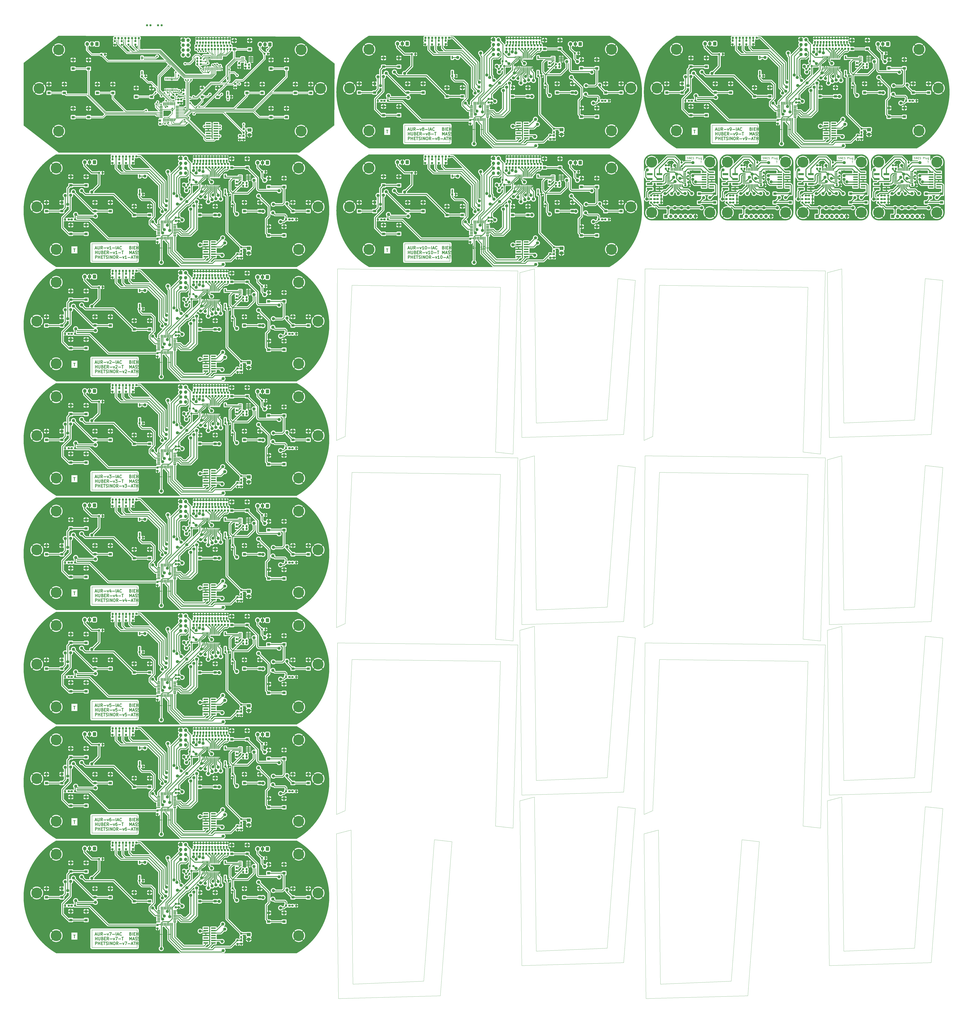
<source format=gbr>
%TF.GenerationSoftware,KiCad,Pcbnew,7.0.6-7.0.6~ubuntu20.04.1*%
%TF.CreationDate,2023-07-11T09:00:16+02:00*%
%TF.ProjectId,output_panel2023-07-11_065927.5376850000,6f757470-7574-45f7-9061-6e656c323032,rev?*%
%TF.SameCoordinates,Original*%
%TF.FileFunction,Copper,L1,Top*%
%TF.FilePolarity,Positive*%
%FSLAX45Y45*%
G04 Gerber Fmt 4.5, Leading zero omitted, Abs format (unit mm)*
G04 Created by KiCad (PCBNEW 7.0.6-7.0.6~ubuntu20.04.1) date 2023-07-11 09:00:16*
%MOMM*%
%LPD*%
G01*
G04 APERTURE LIST*
G04 Aperture macros list*
%AMRoundRect*
0 Rectangle with rounded corners*
0 $1 Rounding radius*
0 $2 $3 $4 $5 $6 $7 $8 $9 X,Y pos of 4 corners*
0 Add a 4 corners polygon primitive as box body*
4,1,4,$2,$3,$4,$5,$6,$7,$8,$9,$2,$3,0*
0 Add four circle primitives for the rounded corners*
1,1,$1+$1,$2,$3*
1,1,$1+$1,$4,$5*
1,1,$1+$1,$6,$7*
1,1,$1+$1,$8,$9*
0 Add four rect primitives between the rounded corners*
20,1,$1+$1,$2,$3,$4,$5,0*
20,1,$1+$1,$4,$5,$6,$7,0*
20,1,$1+$1,$6,$7,$8,$9,0*
20,1,$1+$1,$8,$9,$2,$3,0*%
G04 Aperture macros list end*
%TA.AperFunction,Profile*%
%ADD10C,0.050000*%
%TD*%
%TA.AperFunction,Profile*%
%ADD11C,0.100000*%
%TD*%
%ADD12C,0.300000*%
%TA.AperFunction,NonConductor*%
%ADD13C,0.300000*%
%TD*%
%ADD14C,0.150000*%
%TA.AperFunction,NonConductor*%
%ADD15C,0.150000*%
%TD*%
%TA.AperFunction,NonConductor*%
%ADD16C,0.200000*%
%TD*%
%TA.AperFunction,ComponentPad*%
%ADD17C,5.600000*%
%TD*%
%TA.AperFunction,SMDPad,CuDef*%
%ADD18R,1.550000X1.300000*%
%TD*%
%TA.AperFunction,SMDPad,CuDef*%
%ADD19RoundRect,0.237500X-0.250000X-0.237500X0.250000X-0.237500X0.250000X0.237500X-0.250000X0.237500X0*%
%TD*%
%TA.AperFunction,SMDPad,CuDef*%
%ADD20RoundRect,0.237500X-0.237500X0.287500X-0.237500X-0.287500X0.237500X-0.287500X0.237500X0.287500X0*%
%TD*%
%TA.AperFunction,SMDPad,CuDef*%
%ADD21RoundRect,0.237500X0.287500X0.237500X-0.287500X0.237500X-0.287500X-0.237500X0.287500X-0.237500X0*%
%TD*%
%TA.AperFunction,SMDPad,CuDef*%
%ADD22RoundRect,0.237500X-0.237500X0.300000X-0.237500X-0.300000X0.237500X-0.300000X0.237500X0.300000X0*%
%TD*%
%TA.AperFunction,SMDPad,CuDef*%
%ADD23R,2.400000X0.740000*%
%TD*%
%TA.AperFunction,ComponentPad*%
%ADD24R,1.700000X1.700000*%
%TD*%
%TA.AperFunction,ComponentPad*%
%ADD25O,1.700000X1.700000*%
%TD*%
%TA.AperFunction,SMDPad,CuDef*%
%ADD26RoundRect,0.237500X0.237500X-0.250000X0.237500X0.250000X-0.237500X0.250000X-0.237500X-0.250000X0*%
%TD*%
%TA.AperFunction,SMDPad,CuDef*%
%ADD27RoundRect,0.237500X0.250000X0.237500X-0.250000X0.237500X-0.250000X-0.237500X0.250000X-0.237500X0*%
%TD*%
%TA.AperFunction,SMDPad,CuDef*%
%ADD28RoundRect,0.237500X-0.300000X-0.237500X0.300000X-0.237500X0.300000X0.237500X-0.300000X0.237500X0*%
%TD*%
%TA.AperFunction,SMDPad,CuDef*%
%ADD29RoundRect,0.237500X0.237500X-0.300000X0.237500X0.300000X-0.237500X0.300000X-0.237500X-0.300000X0*%
%TD*%
%TA.AperFunction,SMDPad,CuDef*%
%ADD30RoundRect,0.237500X-0.287500X-0.237500X0.287500X-0.237500X0.287500X0.237500X-0.287500X0.237500X0*%
%TD*%
%TA.AperFunction,SMDPad,CuDef*%
%ADD31RoundRect,0.237500X-0.237500X0.250000X-0.237500X-0.250000X0.237500X-0.250000X0.237500X0.250000X0*%
%TD*%
%TA.AperFunction,SMDPad,CuDef*%
%ADD32R,0.760000X1.600000*%
%TD*%
%TA.AperFunction,SMDPad,CuDef*%
%ADD33RoundRect,0.100000X-0.712500X-0.100000X0.712500X-0.100000X0.712500X0.100000X-0.712500X0.100000X0*%
%TD*%
%TA.AperFunction,ComponentPad*%
%ADD34RoundRect,0.250000X0.600000X0.725000X-0.600000X0.725000X-0.600000X-0.725000X0.600000X-0.725000X0*%
%TD*%
%TA.AperFunction,ComponentPad*%
%ADD35O,1.700000X1.950000*%
%TD*%
%TA.AperFunction,SMDPad,CuDef*%
%ADD36RoundRect,0.100000X0.100000X-0.637500X0.100000X0.637500X-0.100000X0.637500X-0.100000X-0.637500X0*%
%TD*%
%TA.AperFunction,SMDPad,CuDef*%
%ADD37RoundRect,0.237500X0.300000X0.237500X-0.300000X0.237500X-0.300000X-0.237500X0.300000X-0.237500X0*%
%TD*%
%TA.AperFunction,SMDPad,CuDef*%
%ADD38RoundRect,0.125000X0.125000X-0.625000X0.125000X0.625000X-0.125000X0.625000X-0.125000X-0.625000X0*%
%TD*%
%TA.AperFunction,SMDPad,CuDef*%
%ADD39RoundRect,0.125000X0.625000X-0.125000X0.625000X0.125000X-0.625000X0.125000X-0.625000X-0.125000X0*%
%TD*%
%TA.AperFunction,SMDPad,CuDef*%
%ADD40R,0.400000X1.000000*%
%TD*%
%TA.AperFunction,SMDPad,CuDef*%
%ADD41RoundRect,0.125000X0.625000X0.125000X-0.625000X0.125000X-0.625000X-0.125000X0.625000X-0.125000X0*%
%TD*%
%TA.AperFunction,SMDPad,CuDef*%
%ADD42RoundRect,0.125000X0.125000X0.625000X-0.125000X0.625000X-0.125000X-0.625000X0.125000X-0.625000X0*%
%TD*%
%TA.AperFunction,SMDPad,CuDef*%
%ADD43R,3.000000X1.000000*%
%TD*%
%TA.AperFunction,ComponentPad*%
%ADD44RoundRect,0.250000X-0.750000X0.600000X-0.750000X-0.600000X0.750000X-0.600000X0.750000X0.600000X0*%
%TD*%
%TA.AperFunction,ComponentPad*%
%ADD45O,2.000000X1.700000*%
%TD*%
%TA.AperFunction,ViaPad*%
%ADD46C,0.800000*%
%TD*%
%TA.AperFunction,ViaPad*%
%ADD47C,1.600000*%
%TD*%
%TA.AperFunction,Conductor*%
%ADD48C,0.250000*%
%TD*%
%TA.AperFunction,Conductor*%
%ADD49C,0.400000*%
%TD*%
%TA.AperFunction,Conductor*%
%ADD50C,0.500000*%
%TD*%
%TA.AperFunction,Conductor*%
%ADD51C,0.300000*%
%TD*%
G04 APERTURE END LIST*
D10*
X32017643Y-40219379D02*
X32067643Y-31369379D01*
X14123822Y-17870000D02*
G75*
G03*
X14123822Y-12070000I-1674316J2900000D01*
G01*
X25619977Y-39514585D02*
X25719977Y-48014585D01*
X32817643Y-22569688D02*
X32467643Y-30369688D01*
X46517622Y-39814585D02*
X45967622Y-47114585D01*
D11*
X47517640Y-6570000D02*
G75*
G03*
X47117643Y-6170000I-400000J0D01*
G01*
X32017640Y-9170000D02*
G75*
G03*
X32417643Y-9570000I400000J0D01*
G01*
X47117643Y-9570003D02*
G75*
G03*
X47517643Y-9170000I-3J400003D01*
G01*
X17843821Y-5850000D02*
X30243821Y-5850000D01*
D10*
X42217622Y-12068311D02*
X41467622Y-12268311D01*
X30119977Y-38316294D02*
X26469977Y-38466294D01*
X47417622Y-12668311D02*
X46517622Y-12568311D01*
X22119996Y-41617385D02*
X21219996Y-41517385D01*
X25619977Y-12268311D02*
X25719977Y-20768311D01*
X14123822Y-23770000D02*
G75*
G03*
X14123822Y-17970000I-1674316J2900000D01*
G01*
X25719977Y-39216294D02*
X30969977Y-39066294D01*
X24619998Y-13019997D02*
X16969998Y-12919997D01*
X42317622Y-29668003D02*
X42217622Y-21718003D01*
D11*
X1723822Y-41470000D02*
X14123822Y-41470000D01*
X1850000Y-50000D02*
X14270000Y-90000D01*
D10*
X46517622Y-22218003D02*
X45967622Y-29518003D01*
X40467643Y-32319379D02*
X32817643Y-32219379D01*
D11*
X35917640Y-9170000D02*
G75*
G03*
X36317643Y-9570000I400000J0D01*
G01*
X43617640Y-6570000D02*
G75*
G03*
X43217643Y-6170000I-400000J0D01*
G01*
D10*
X25269998Y-21619997D02*
X24369998Y-21519997D01*
X21219996Y-41517385D02*
X20669996Y-48817385D01*
X26369977Y-21718003D02*
X25619977Y-21918003D01*
X16269995Y-49717385D02*
X21519996Y-49567385D01*
X20669996Y-48817385D02*
X17019996Y-48967385D01*
D11*
X47517643Y-6570000D02*
X47517643Y-9170000D01*
D10*
X41117643Y-31269688D02*
X40217643Y-31169688D01*
X1723822Y-23870000D02*
G75*
G03*
X1723822Y-29670000I1674316J-2900000D01*
G01*
D11*
X16050000Y-4670000D02*
X14250000Y-6070000D01*
D10*
X31569977Y-39914585D02*
X30669977Y-39814585D01*
X16619998Y-30369688D02*
X16169998Y-30569688D01*
D11*
X14270000Y-90000D02*
X16070000Y-1480000D01*
D10*
X30119977Y-47114585D02*
X26469977Y-47264585D01*
X41367643Y-12169997D02*
X41117643Y-21619997D01*
X40217643Y-21519997D02*
X40467643Y-13019997D01*
X40217643Y-40819379D02*
X40467643Y-32319379D01*
X30119977Y-29518003D02*
X26469977Y-29668003D01*
X32817643Y-32219379D02*
X32467643Y-40019379D01*
X46817622Y-30268003D02*
X47417622Y-22318003D01*
X32017643Y-20919997D02*
X32067643Y-12069997D01*
D11*
X1723822Y-35570000D02*
X14123822Y-35570000D01*
X35817640Y-6570000D02*
G75*
G03*
X35417643Y-6170000I-400000J0D01*
G01*
D10*
X16969998Y-32219379D02*
X16619998Y-40019379D01*
X25719977Y-48014585D02*
X30969977Y-47864585D01*
X31569977Y-31116294D02*
X30669977Y-31016294D01*
X30969977Y-30268003D02*
X31569977Y-22318003D01*
X24619998Y-22669688D02*
X16969998Y-22569688D01*
X26469977Y-29668003D02*
X26369977Y-21718003D01*
D11*
X32017643Y-9170000D02*
X32017643Y-6570000D01*
X1723822Y-23770000D02*
X14123822Y-23770000D01*
X44117643Y-6170003D02*
G75*
G03*
X43717643Y-6570000I-3J-399997D01*
G01*
X35417643Y-9570003D02*
G75*
G03*
X35817643Y-9170000I-3J400003D01*
G01*
X1723822Y-23870000D02*
X14123822Y-23870000D01*
D10*
X30669977Y-39814585D02*
X30119977Y-47114585D01*
X32467643Y-40019379D02*
X32017643Y-40219379D01*
X31569977Y-12668311D02*
X30669977Y-12568311D01*
X46817622Y-39066294D02*
X47417622Y-31116294D01*
D11*
X35917643Y-9170000D02*
X35917643Y-6570000D01*
D10*
X1723822Y-12070000D02*
G75*
G03*
X1723822Y-17870000I1674316J-2900000D01*
G01*
X25719977Y-30418003D02*
X30969977Y-30268003D01*
X17019996Y-48967385D02*
X16919996Y-41017385D01*
D11*
X40217643Y-6170003D02*
G75*
G03*
X39817643Y-6570000I-3J-399997D01*
G01*
D10*
X30243821Y-5850000D02*
G75*
G03*
X30243821Y-50000I-1674316J2900000D01*
G01*
X25619977Y-21918003D02*
X25719977Y-30418003D01*
D11*
X1723822Y-17870000D02*
X14123822Y-17870000D01*
D10*
X30669977Y-12568311D02*
X30119977Y-19868311D01*
X26369977Y-12068311D02*
X25619977Y-12268311D01*
X24369998Y-31169688D02*
X24619998Y-22669688D01*
D11*
X50000Y-1450000D02*
X1850000Y-50000D01*
D10*
X25519998Y-31469379D02*
X25269998Y-40919379D01*
X41467622Y-30716294D02*
X41567622Y-39216294D01*
D11*
X35817643Y-6570000D02*
X35817643Y-9170000D01*
D10*
X41567622Y-20768311D02*
X46817622Y-20618311D01*
X45967622Y-38316294D02*
X42317622Y-38466294D01*
X32117640Y-49717385D02*
X37367640Y-49567385D01*
D11*
X1723822Y-41570000D02*
X14123822Y-41570000D01*
D10*
X41117643Y-40919379D02*
X40217643Y-40819379D01*
X14123822Y-29670000D02*
G75*
G03*
X14123822Y-23870000I-1674316J2900000D01*
G01*
D11*
X50000Y-4670000D02*
X50000Y-1450000D01*
D10*
X46817622Y-20618311D02*
X47417622Y-12668311D01*
X16219998Y-12069997D02*
X25519998Y-12169997D01*
D11*
X39717643Y-6570000D02*
X39717643Y-9170000D01*
X39817643Y-9170000D02*
X39817643Y-6570000D01*
X1723822Y-29670000D02*
X14123822Y-29670000D01*
X43717643Y-9170000D02*
X43717643Y-6570000D01*
D10*
X42217622Y-30516294D02*
X41467622Y-30716294D01*
X46091466Y-5850000D02*
G75*
G03*
X46091466Y-50000I-1674316J2900000D01*
G01*
X30669977Y-22218003D02*
X30119977Y-29518003D01*
X32017640Y-41217385D02*
X32117640Y-49717385D01*
X1723822Y-35670000D02*
G75*
G03*
X1723822Y-41470000I1674316J-2900000D01*
G01*
X41367643Y-31469379D02*
X41117643Y-40919379D01*
X16969998Y-12919997D02*
X16619998Y-20719997D01*
X24369998Y-21519997D02*
X24619998Y-13019997D01*
D11*
X1723822Y-47370000D02*
X14123822Y-47370000D01*
X40217643Y-6170000D02*
X43217643Y-6170000D01*
D10*
X42217622Y-39314585D02*
X41467622Y-39514585D01*
X16619998Y-20719997D02*
X16169998Y-20919997D01*
D11*
X43217643Y-9570000D02*
X40217643Y-9570000D01*
D10*
X32017643Y-30569688D02*
X32067643Y-21719688D01*
X40467643Y-13019997D02*
X32817643Y-12919997D01*
D11*
X32417643Y-6170003D02*
G75*
G03*
X32017643Y-6570000I-3J-399997D01*
G01*
D10*
X36517640Y-48817385D02*
X32867640Y-48967385D01*
D11*
X39817640Y-9170000D02*
G75*
G03*
X40217643Y-9570000I400000J0D01*
G01*
D10*
X26469977Y-38466294D02*
X26369977Y-30516294D01*
X16219998Y-21719688D02*
X25519998Y-21819688D01*
D11*
X43217643Y-9570003D02*
G75*
G03*
X43617643Y-9170000I-3J400003D01*
G01*
D10*
X26369977Y-30516294D02*
X25619977Y-30716294D01*
X14123822Y-11970000D02*
G75*
G03*
X14123822Y-6170000I-1674316J2900000D01*
G01*
D11*
X39317643Y-9570000D02*
X36317643Y-9570000D01*
D10*
X25519998Y-21819688D02*
X25269998Y-31269688D01*
D11*
X1723822Y-17970000D02*
X14123822Y-17970000D01*
X47117643Y-9570000D02*
X44117643Y-9570000D01*
D10*
X37967640Y-41617385D02*
X37067640Y-41517385D01*
X41567622Y-39216294D02*
X46817622Y-39066294D01*
X16219998Y-31369379D02*
X25519998Y-31469379D01*
X30969977Y-47864585D02*
X31569977Y-39914585D01*
X40217643Y-31169688D02*
X40467643Y-22669688D01*
X21519996Y-49567385D02*
X22119996Y-41617385D01*
D11*
X43717640Y-9170000D02*
G75*
G03*
X44117643Y-9570000I400000J0D01*
G01*
D10*
X46517622Y-31016294D02*
X45967622Y-38316294D01*
X40467643Y-22669688D02*
X32817643Y-22569688D01*
D11*
X43617643Y-6570000D02*
X43617643Y-9170000D01*
D10*
X47417622Y-22318003D02*
X46517622Y-22218003D01*
X41567622Y-48014585D02*
X46817622Y-47864585D01*
D11*
X17843821Y-50000D02*
X30243821Y-50000D01*
D10*
X32867640Y-48967385D02*
X32767640Y-41017385D01*
X32067643Y-21719688D02*
X41367643Y-21819688D01*
D11*
X32417643Y-6170000D02*
X35417643Y-6170000D01*
D10*
X41467622Y-39514585D02*
X41567622Y-48014585D01*
X16969998Y-22569688D02*
X16619998Y-30369688D01*
D11*
X36317643Y-6170003D02*
G75*
G03*
X35917643Y-6570000I-3J-399997D01*
G01*
D10*
X26469977Y-47264585D02*
X26369977Y-39314585D01*
D11*
X44117643Y-6170000D02*
X47117643Y-6170000D01*
D10*
X37367640Y-49567385D02*
X37967640Y-41617385D01*
X41467622Y-21918003D02*
X41567622Y-30418003D01*
X42217622Y-21718003D02*
X41467622Y-21918003D01*
X30243821Y-11970000D02*
G75*
G03*
X30243821Y-6170000I-1674316J2900000D01*
G01*
X25719977Y-20768311D02*
X30969977Y-20618311D01*
X1723822Y-17970000D02*
G75*
G03*
X1723822Y-23770000I1674316J-2900000D01*
G01*
X24369998Y-40819379D02*
X24619998Y-32319379D01*
X17843822Y-6170000D02*
G75*
G03*
X17843821Y-11970000I1674316J-2900000D01*
G01*
X32467643Y-20719997D02*
X32017643Y-20919997D01*
X41117643Y-21619997D02*
X40217643Y-21519997D01*
D11*
X36317643Y-6170000D02*
X39317643Y-6170000D01*
D10*
X31569977Y-22318003D02*
X30669977Y-22218003D01*
X42317622Y-20018311D02*
X42217622Y-12068311D01*
X14123822Y-47370000D02*
G75*
G03*
X14123822Y-41570000I-1674316J2900000D01*
G01*
X32467643Y-30369688D02*
X32017643Y-30569688D01*
X30969977Y-20618311D02*
X31569977Y-12668311D01*
X17843821Y-50000D02*
G75*
G03*
X17843821Y-5850000I1674316J-2900000D01*
G01*
X30119977Y-19868311D02*
X26469977Y-20018311D01*
X16919996Y-41017385D02*
X16169995Y-41217385D01*
D11*
X39317643Y-9570003D02*
G75*
G03*
X39717643Y-9170000I-3J400003D01*
G01*
D10*
X25269998Y-40919379D02*
X24369998Y-40819379D01*
D11*
X1723822Y-35670000D02*
X14123822Y-35670000D01*
X17843821Y-11970000D02*
X30243821Y-11970000D01*
D10*
X42317622Y-47264585D02*
X42217622Y-39314585D01*
X1723822Y-29770000D02*
G75*
G03*
X1723822Y-35570000I1674316J-2900000D01*
G01*
D11*
X1723822Y-29770000D02*
X14123822Y-29770000D01*
X39717640Y-6570000D02*
G75*
G03*
X39317643Y-6170000I-400000J0D01*
G01*
D10*
X30669977Y-31016294D02*
X30119977Y-38316294D01*
X14123822Y-41470000D02*
G75*
G03*
X14123822Y-35670000I-1674316J2900000D01*
G01*
D11*
X1723822Y-6170000D02*
X14123822Y-6170000D01*
D10*
X25619977Y-30716294D02*
X25719977Y-39216294D01*
D11*
X33691466Y-50000D02*
X46091466Y-50000D01*
D10*
X32767640Y-41017385D02*
X32017640Y-41217385D01*
D11*
X1850000Y-6070000D02*
X50000Y-4670000D01*
D10*
X16169998Y-30569688D02*
X16219998Y-21719688D01*
X32817643Y-12919997D02*
X32467643Y-20719997D01*
X26369977Y-39314585D02*
X25619977Y-39514585D01*
D11*
X33691466Y-5850000D02*
X46091466Y-5850000D01*
D10*
X24619998Y-32319379D02*
X16969998Y-32219379D01*
X41467622Y-12268311D02*
X41567622Y-20768311D01*
X33691466Y-50000D02*
G75*
G03*
X33691466Y-5850000I1674316J-2900000D01*
G01*
X45967622Y-29518003D02*
X42317622Y-29668003D01*
D11*
X1723822Y-11970000D02*
X14123822Y-11970000D01*
X35417643Y-9570000D02*
X32417643Y-9570000D01*
D10*
X25519998Y-12169997D02*
X25269998Y-21619997D01*
X45967622Y-47114585D02*
X42317622Y-47264585D01*
X46517622Y-12568311D02*
X45967622Y-19868311D01*
D11*
X14250000Y-6070000D02*
X1850000Y-6070000D01*
D10*
X37067640Y-41517385D02*
X36517640Y-48817385D01*
X41367643Y-21819688D02*
X41117643Y-31269688D01*
X1723822Y-41570000D02*
G75*
G03*
X1723822Y-47370000I1674316J-2900000D01*
G01*
D11*
X16070000Y-1480000D02*
X16050000Y-4670000D01*
D10*
X14123822Y-35570000D02*
G75*
G03*
X14123822Y-29770000I-1674316J2900000D01*
G01*
D11*
X1723822Y-12070000D02*
X14123822Y-12070000D01*
D10*
X16169995Y-41217385D02*
X16269995Y-49717385D01*
X30969977Y-39066294D02*
X31569977Y-31116294D01*
D11*
X17843821Y-6170000D02*
X30243821Y-6170000D01*
D10*
X46817622Y-47864585D02*
X47417622Y-39914585D01*
X25269998Y-31269688D02*
X24369998Y-31169688D01*
X16169998Y-20919997D02*
X16219998Y-12069997D01*
X26469977Y-20018311D02*
X26369977Y-12068311D01*
X16619998Y-40019379D02*
X16169998Y-40219379D01*
X42317622Y-38466294D02*
X42217622Y-30516294D01*
X47417622Y-31116294D02*
X46517622Y-31016294D01*
X41567622Y-30418003D02*
X46817622Y-30268003D01*
X47417622Y-39914585D02*
X46517622Y-39814585D01*
X1723822Y-6170000D02*
G75*
G03*
X1723822Y-11970000I1674316J-2900000D01*
G01*
X45967622Y-19868311D02*
X42317622Y-20018311D01*
X32067643Y-31369379D02*
X41367643Y-31469379D01*
X16169998Y-40219379D02*
X16219998Y-31369379D01*
X32067643Y-12069997D02*
X41367643Y-12169997D01*
D12*
D13*
X2620845Y-11038083D02*
X2706559Y-11038083D01*
X2663702Y-11188082D02*
X2663702Y-11038083D01*
D12*
D13*
X2620845Y-16938083D02*
X2706559Y-16938083D01*
X2663702Y-17088083D02*
X2663702Y-16938083D01*
D14*
D15*
X38837036Y-6506982D02*
X38894178Y-6506982D01*
X38865607Y-6606982D02*
X38865607Y-6506982D01*
D14*
D15*
X46637036Y-6506982D02*
X46694178Y-6506982D01*
X46665607Y-6606982D02*
X46665607Y-6506982D01*
D12*
D13*
X2620845Y-22838082D02*
X2706559Y-22838082D01*
X2663702Y-22988082D02*
X2663702Y-22838082D01*
D12*
D13*
X34588488Y-4918083D02*
X34674202Y-4918083D01*
X34631345Y-5068083D02*
X34631345Y-4918083D01*
D12*
D13*
X18740844Y-4918083D02*
X18826558Y-4918083D01*
X18783701Y-5068083D02*
X18783701Y-4918083D01*
D14*
D15*
X34246559Y-6402220D02*
X34260845Y-6406982D01*
X34260845Y-6406982D02*
X34284655Y-6406982D01*
X34284655Y-6406982D02*
X34294178Y-6402220D01*
X34294178Y-6402220D02*
X34298940Y-6397458D01*
X34298940Y-6397458D02*
X34303702Y-6387934D01*
X34303702Y-6387934D02*
X34303702Y-6378410D01*
X34303702Y-6378410D02*
X34298940Y-6368886D01*
X34298940Y-6368886D02*
X34294178Y-6364124D01*
X34294178Y-6364124D02*
X34284655Y-6359362D01*
X34284655Y-6359362D02*
X34265607Y-6354601D01*
X34265607Y-6354601D02*
X34256083Y-6349839D01*
X34256083Y-6349839D02*
X34251321Y-6345077D01*
X34251321Y-6345077D02*
X34246559Y-6335553D01*
X34246559Y-6335553D02*
X34246559Y-6326029D01*
X34246559Y-6326029D02*
X34251321Y-6316505D01*
X34251321Y-6316505D02*
X34256083Y-6311743D01*
X34256083Y-6311743D02*
X34265607Y-6306982D01*
X34265607Y-6306982D02*
X34289417Y-6306982D01*
X34289417Y-6306982D02*
X34303702Y-6311743D01*
X34346559Y-6406982D02*
X34346559Y-6306982D01*
X34346559Y-6306982D02*
X34403702Y-6406982D01*
X34403702Y-6406982D02*
X34403702Y-6306982D01*
X34451321Y-6354601D02*
X34484655Y-6354601D01*
X34498940Y-6406982D02*
X34451321Y-6406982D01*
X34451321Y-6406982D02*
X34451321Y-6306982D01*
X34451321Y-6306982D02*
X34498940Y-6306982D01*
X34537036Y-6402220D02*
X34551321Y-6406982D01*
X34551321Y-6406982D02*
X34575131Y-6406982D01*
X34575131Y-6406982D02*
X34584655Y-6402220D01*
X34584655Y-6402220D02*
X34589417Y-6397458D01*
X34589417Y-6397458D02*
X34594178Y-6387934D01*
X34594178Y-6387934D02*
X34594178Y-6378410D01*
X34594178Y-6378410D02*
X34589417Y-6368886D01*
X34589417Y-6368886D02*
X34584655Y-6364124D01*
X34584655Y-6364124D02*
X34575131Y-6359362D01*
X34575131Y-6359362D02*
X34556083Y-6354601D01*
X34556083Y-6354601D02*
X34546559Y-6349839D01*
X34546559Y-6349839D02*
X34541798Y-6345077D01*
X34541798Y-6345077D02*
X34537036Y-6335553D01*
X34537036Y-6335553D02*
X34537036Y-6326029D01*
X34537036Y-6326029D02*
X34541798Y-6316505D01*
X34541798Y-6316505D02*
X34546559Y-6311743D01*
X34546559Y-6311743D02*
X34556083Y-6306982D01*
X34556083Y-6306982D02*
X34579893Y-6306982D01*
X34579893Y-6306982D02*
X34594178Y-6311743D01*
X34713226Y-6406982D02*
X34713226Y-6306982D01*
X34713226Y-6306982D02*
X34751321Y-6306982D01*
X34751321Y-6306982D02*
X34760845Y-6311743D01*
X34760845Y-6311743D02*
X34765607Y-6316505D01*
X34765607Y-6316505D02*
X34770369Y-6326029D01*
X34770369Y-6326029D02*
X34770369Y-6340315D01*
X34770369Y-6340315D02*
X34765607Y-6349839D01*
X34765607Y-6349839D02*
X34760845Y-6354601D01*
X34760845Y-6354601D02*
X34751321Y-6359362D01*
X34751321Y-6359362D02*
X34713226Y-6359362D01*
X34827512Y-6406982D02*
X34817988Y-6402220D01*
X34817988Y-6402220D02*
X34813226Y-6392696D01*
X34813226Y-6392696D02*
X34813226Y-6306982D01*
X34908464Y-6340315D02*
X34908464Y-6406982D01*
X34865607Y-6340315D02*
X34865607Y-6392696D01*
X34865607Y-6392696D02*
X34870369Y-6402220D01*
X34870369Y-6402220D02*
X34879893Y-6406982D01*
X34879893Y-6406982D02*
X34894179Y-6406982D01*
X34894179Y-6406982D02*
X34903702Y-6402220D01*
X34903702Y-6402220D02*
X34908464Y-6397458D01*
X34998940Y-6340315D02*
X34998940Y-6421267D01*
X34998940Y-6421267D02*
X34994179Y-6430791D01*
X34994179Y-6430791D02*
X34989417Y-6435553D01*
X34989417Y-6435553D02*
X34979893Y-6440315D01*
X34979893Y-6440315D02*
X34965607Y-6440315D01*
X34965607Y-6440315D02*
X34956083Y-6435553D01*
X34998940Y-6402220D02*
X34989417Y-6406982D01*
X34989417Y-6406982D02*
X34970369Y-6406982D01*
X34970369Y-6406982D02*
X34960845Y-6402220D01*
X34960845Y-6402220D02*
X34956083Y-6397458D01*
X34956083Y-6397458D02*
X34951321Y-6387934D01*
X34951321Y-6387934D02*
X34951321Y-6359362D01*
X34951321Y-6359362D02*
X34956083Y-6349839D01*
X34956083Y-6349839D02*
X34960845Y-6345077D01*
X34960845Y-6345077D02*
X34970369Y-6340315D01*
X34970369Y-6340315D02*
X34989417Y-6340315D01*
X34989417Y-6340315D02*
X34998940Y-6345077D01*
D12*
D13*
X18740844Y-11038083D02*
X18826558Y-11038083D01*
X18783701Y-11188082D02*
X18783701Y-11038083D01*
D14*
D15*
X42737036Y-6506982D02*
X42794178Y-6506982D01*
X42765607Y-6606982D02*
X42765607Y-6506982D01*
D14*
D15*
X34937036Y-6506982D02*
X34994178Y-6506982D01*
X34965607Y-6606982D02*
X34965607Y-6506982D01*
D14*
D15*
X42046559Y-6402220D02*
X42060845Y-6406982D01*
X42060845Y-6406982D02*
X42084655Y-6406982D01*
X42084655Y-6406982D02*
X42094178Y-6402220D01*
X42094178Y-6402220D02*
X42098940Y-6397458D01*
X42098940Y-6397458D02*
X42103702Y-6387934D01*
X42103702Y-6387934D02*
X42103702Y-6378410D01*
X42103702Y-6378410D02*
X42098940Y-6368886D01*
X42098940Y-6368886D02*
X42094178Y-6364124D01*
X42094178Y-6364124D02*
X42084655Y-6359362D01*
X42084655Y-6359362D02*
X42065607Y-6354601D01*
X42065607Y-6354601D02*
X42056083Y-6349839D01*
X42056083Y-6349839D02*
X42051321Y-6345077D01*
X42051321Y-6345077D02*
X42046559Y-6335553D01*
X42046559Y-6335553D02*
X42046559Y-6326029D01*
X42046559Y-6326029D02*
X42051321Y-6316505D01*
X42051321Y-6316505D02*
X42056083Y-6311743D01*
X42056083Y-6311743D02*
X42065607Y-6306982D01*
X42065607Y-6306982D02*
X42089417Y-6306982D01*
X42089417Y-6306982D02*
X42103702Y-6311743D01*
X42146559Y-6406982D02*
X42146559Y-6306982D01*
X42146559Y-6306982D02*
X42203702Y-6406982D01*
X42203702Y-6406982D02*
X42203702Y-6306982D01*
X42251321Y-6354601D02*
X42284655Y-6354601D01*
X42298940Y-6406982D02*
X42251321Y-6406982D01*
X42251321Y-6406982D02*
X42251321Y-6306982D01*
X42251321Y-6306982D02*
X42298940Y-6306982D01*
X42337036Y-6402220D02*
X42351321Y-6406982D01*
X42351321Y-6406982D02*
X42375131Y-6406982D01*
X42375131Y-6406982D02*
X42384655Y-6402220D01*
X42384655Y-6402220D02*
X42389417Y-6397458D01*
X42389417Y-6397458D02*
X42394178Y-6387934D01*
X42394178Y-6387934D02*
X42394178Y-6378410D01*
X42394178Y-6378410D02*
X42389417Y-6368886D01*
X42389417Y-6368886D02*
X42384655Y-6364124D01*
X42384655Y-6364124D02*
X42375131Y-6359362D01*
X42375131Y-6359362D02*
X42356083Y-6354601D01*
X42356083Y-6354601D02*
X42346559Y-6349839D01*
X42346559Y-6349839D02*
X42341798Y-6345077D01*
X42341798Y-6345077D02*
X42337036Y-6335553D01*
X42337036Y-6335553D02*
X42337036Y-6326029D01*
X42337036Y-6326029D02*
X42341798Y-6316505D01*
X42341798Y-6316505D02*
X42346559Y-6311743D01*
X42346559Y-6311743D02*
X42356083Y-6306982D01*
X42356083Y-6306982D02*
X42379893Y-6306982D01*
X42379893Y-6306982D02*
X42394178Y-6311743D01*
X42513226Y-6406982D02*
X42513226Y-6306982D01*
X42513226Y-6306982D02*
X42551321Y-6306982D01*
X42551321Y-6306982D02*
X42560845Y-6311743D01*
X42560845Y-6311743D02*
X42565607Y-6316505D01*
X42565607Y-6316505D02*
X42570369Y-6326029D01*
X42570369Y-6326029D02*
X42570369Y-6340315D01*
X42570369Y-6340315D02*
X42565607Y-6349839D01*
X42565607Y-6349839D02*
X42560845Y-6354601D01*
X42560845Y-6354601D02*
X42551321Y-6359362D01*
X42551321Y-6359362D02*
X42513226Y-6359362D01*
X42627512Y-6406982D02*
X42617988Y-6402220D01*
X42617988Y-6402220D02*
X42613226Y-6392696D01*
X42613226Y-6392696D02*
X42613226Y-6306982D01*
X42708464Y-6340315D02*
X42708464Y-6406982D01*
X42665607Y-6340315D02*
X42665607Y-6392696D01*
X42665607Y-6392696D02*
X42670369Y-6402220D01*
X42670369Y-6402220D02*
X42679893Y-6406982D01*
X42679893Y-6406982D02*
X42694179Y-6406982D01*
X42694179Y-6406982D02*
X42703702Y-6402220D01*
X42703702Y-6402220D02*
X42708464Y-6397458D01*
X42798940Y-6340315D02*
X42798940Y-6421267D01*
X42798940Y-6421267D02*
X42794179Y-6430791D01*
X42794179Y-6430791D02*
X42789417Y-6435553D01*
X42789417Y-6435553D02*
X42779893Y-6440315D01*
X42779893Y-6440315D02*
X42765607Y-6440315D01*
X42765607Y-6440315D02*
X42756083Y-6435553D01*
X42798940Y-6402220D02*
X42789417Y-6406982D01*
X42789417Y-6406982D02*
X42770369Y-6406982D01*
X42770369Y-6406982D02*
X42760845Y-6402220D01*
X42760845Y-6402220D02*
X42756083Y-6397458D01*
X42756083Y-6397458D02*
X42751321Y-6387934D01*
X42751321Y-6387934D02*
X42751321Y-6359362D01*
X42751321Y-6359362D02*
X42756083Y-6349839D01*
X42756083Y-6349839D02*
X42760845Y-6345077D01*
X42760845Y-6345077D02*
X42770369Y-6340315D01*
X42770369Y-6340315D02*
X42789417Y-6340315D01*
X42789417Y-6340315D02*
X42798940Y-6345077D01*
D14*
D15*
X38146559Y-6402220D02*
X38160845Y-6406982D01*
X38160845Y-6406982D02*
X38184655Y-6406982D01*
X38184655Y-6406982D02*
X38194178Y-6402220D01*
X38194178Y-6402220D02*
X38198940Y-6397458D01*
X38198940Y-6397458D02*
X38203702Y-6387934D01*
X38203702Y-6387934D02*
X38203702Y-6378410D01*
X38203702Y-6378410D02*
X38198940Y-6368886D01*
X38198940Y-6368886D02*
X38194178Y-6364124D01*
X38194178Y-6364124D02*
X38184655Y-6359362D01*
X38184655Y-6359362D02*
X38165607Y-6354601D01*
X38165607Y-6354601D02*
X38156083Y-6349839D01*
X38156083Y-6349839D02*
X38151321Y-6345077D01*
X38151321Y-6345077D02*
X38146559Y-6335553D01*
X38146559Y-6335553D02*
X38146559Y-6326029D01*
X38146559Y-6326029D02*
X38151321Y-6316505D01*
X38151321Y-6316505D02*
X38156083Y-6311743D01*
X38156083Y-6311743D02*
X38165607Y-6306982D01*
X38165607Y-6306982D02*
X38189417Y-6306982D01*
X38189417Y-6306982D02*
X38203702Y-6311743D01*
X38246559Y-6406982D02*
X38246559Y-6306982D01*
X38246559Y-6306982D02*
X38303702Y-6406982D01*
X38303702Y-6406982D02*
X38303702Y-6306982D01*
X38351321Y-6354601D02*
X38384655Y-6354601D01*
X38398940Y-6406982D02*
X38351321Y-6406982D01*
X38351321Y-6406982D02*
X38351321Y-6306982D01*
X38351321Y-6306982D02*
X38398940Y-6306982D01*
X38437036Y-6402220D02*
X38451321Y-6406982D01*
X38451321Y-6406982D02*
X38475131Y-6406982D01*
X38475131Y-6406982D02*
X38484655Y-6402220D01*
X38484655Y-6402220D02*
X38489417Y-6397458D01*
X38489417Y-6397458D02*
X38494178Y-6387934D01*
X38494178Y-6387934D02*
X38494178Y-6378410D01*
X38494178Y-6378410D02*
X38489417Y-6368886D01*
X38489417Y-6368886D02*
X38484655Y-6364124D01*
X38484655Y-6364124D02*
X38475131Y-6359362D01*
X38475131Y-6359362D02*
X38456083Y-6354601D01*
X38456083Y-6354601D02*
X38446559Y-6349839D01*
X38446559Y-6349839D02*
X38441798Y-6345077D01*
X38441798Y-6345077D02*
X38437036Y-6335553D01*
X38437036Y-6335553D02*
X38437036Y-6326029D01*
X38437036Y-6326029D02*
X38441798Y-6316505D01*
X38441798Y-6316505D02*
X38446559Y-6311743D01*
X38446559Y-6311743D02*
X38456083Y-6306982D01*
X38456083Y-6306982D02*
X38479893Y-6306982D01*
X38479893Y-6306982D02*
X38494178Y-6311743D01*
X38613226Y-6406982D02*
X38613226Y-6306982D01*
X38613226Y-6306982D02*
X38651321Y-6306982D01*
X38651321Y-6306982D02*
X38660845Y-6311743D01*
X38660845Y-6311743D02*
X38665607Y-6316505D01*
X38665607Y-6316505D02*
X38670369Y-6326029D01*
X38670369Y-6326029D02*
X38670369Y-6340315D01*
X38670369Y-6340315D02*
X38665607Y-6349839D01*
X38665607Y-6349839D02*
X38660845Y-6354601D01*
X38660845Y-6354601D02*
X38651321Y-6359362D01*
X38651321Y-6359362D02*
X38613226Y-6359362D01*
X38727512Y-6406982D02*
X38717988Y-6402220D01*
X38717988Y-6402220D02*
X38713226Y-6392696D01*
X38713226Y-6392696D02*
X38713226Y-6306982D01*
X38808464Y-6340315D02*
X38808464Y-6406982D01*
X38765607Y-6340315D02*
X38765607Y-6392696D01*
X38765607Y-6392696D02*
X38770369Y-6402220D01*
X38770369Y-6402220D02*
X38779893Y-6406982D01*
X38779893Y-6406982D02*
X38794179Y-6406982D01*
X38794179Y-6406982D02*
X38803702Y-6402220D01*
X38803702Y-6402220D02*
X38808464Y-6397458D01*
X38898940Y-6340315D02*
X38898940Y-6421267D01*
X38898940Y-6421267D02*
X38894179Y-6430791D01*
X38894179Y-6430791D02*
X38889417Y-6435553D01*
X38889417Y-6435553D02*
X38879893Y-6440315D01*
X38879893Y-6440315D02*
X38865607Y-6440315D01*
X38865607Y-6440315D02*
X38856083Y-6435553D01*
X38898940Y-6402220D02*
X38889417Y-6406982D01*
X38889417Y-6406982D02*
X38870369Y-6406982D01*
X38870369Y-6406982D02*
X38860845Y-6402220D01*
X38860845Y-6402220D02*
X38856083Y-6397458D01*
X38856083Y-6397458D02*
X38851321Y-6387934D01*
X38851321Y-6387934D02*
X38851321Y-6359362D01*
X38851321Y-6359362D02*
X38856083Y-6349839D01*
X38856083Y-6349839D02*
X38860845Y-6345077D01*
X38860845Y-6345077D02*
X38870369Y-6340315D01*
X38870369Y-6340315D02*
X38889417Y-6340315D01*
X38889417Y-6340315D02*
X38898940Y-6345077D01*
D12*
D13*
X2620845Y-28738082D02*
X2706559Y-28738082D01*
X2663702Y-28888082D02*
X2663702Y-28738082D01*
D12*
D13*
X2620845Y-40538083D02*
X2706559Y-40538083D01*
X2663702Y-40688083D02*
X2663702Y-40538083D01*
D12*
D13*
X2620845Y-34638083D02*
X2706559Y-34638083D01*
X2663702Y-34788083D02*
X2663702Y-34638083D01*
D14*
D15*
X45946559Y-6402220D02*
X45960845Y-6406982D01*
X45960845Y-6406982D02*
X45984655Y-6406982D01*
X45984655Y-6406982D02*
X45994178Y-6402220D01*
X45994178Y-6402220D02*
X45998940Y-6397458D01*
X45998940Y-6397458D02*
X46003702Y-6387934D01*
X46003702Y-6387934D02*
X46003702Y-6378410D01*
X46003702Y-6378410D02*
X45998940Y-6368886D01*
X45998940Y-6368886D02*
X45994178Y-6364124D01*
X45994178Y-6364124D02*
X45984655Y-6359362D01*
X45984655Y-6359362D02*
X45965607Y-6354601D01*
X45965607Y-6354601D02*
X45956083Y-6349839D01*
X45956083Y-6349839D02*
X45951321Y-6345077D01*
X45951321Y-6345077D02*
X45946559Y-6335553D01*
X45946559Y-6335553D02*
X45946559Y-6326029D01*
X45946559Y-6326029D02*
X45951321Y-6316505D01*
X45951321Y-6316505D02*
X45956083Y-6311743D01*
X45956083Y-6311743D02*
X45965607Y-6306982D01*
X45965607Y-6306982D02*
X45989416Y-6306982D01*
X45989416Y-6306982D02*
X46003702Y-6311743D01*
X46046559Y-6406982D02*
X46046559Y-6306982D01*
X46046559Y-6306982D02*
X46103702Y-6406982D01*
X46103702Y-6406982D02*
X46103702Y-6306982D01*
X46151321Y-6354601D02*
X46184655Y-6354601D01*
X46198940Y-6406982D02*
X46151321Y-6406982D01*
X46151321Y-6406982D02*
X46151321Y-6306982D01*
X46151321Y-6306982D02*
X46198940Y-6306982D01*
X46237036Y-6402220D02*
X46251321Y-6406982D01*
X46251321Y-6406982D02*
X46275131Y-6406982D01*
X46275131Y-6406982D02*
X46284655Y-6402220D01*
X46284655Y-6402220D02*
X46289416Y-6397458D01*
X46289416Y-6397458D02*
X46294178Y-6387934D01*
X46294178Y-6387934D02*
X46294178Y-6378410D01*
X46294178Y-6378410D02*
X46289416Y-6368886D01*
X46289416Y-6368886D02*
X46284655Y-6364124D01*
X46284655Y-6364124D02*
X46275131Y-6359362D01*
X46275131Y-6359362D02*
X46256083Y-6354601D01*
X46256083Y-6354601D02*
X46246559Y-6349839D01*
X46246559Y-6349839D02*
X46241797Y-6345077D01*
X46241797Y-6345077D02*
X46237036Y-6335553D01*
X46237036Y-6335553D02*
X46237036Y-6326029D01*
X46237036Y-6326029D02*
X46241797Y-6316505D01*
X46241797Y-6316505D02*
X46246559Y-6311743D01*
X46246559Y-6311743D02*
X46256083Y-6306982D01*
X46256083Y-6306982D02*
X46279893Y-6306982D01*
X46279893Y-6306982D02*
X46294178Y-6311743D01*
X46413226Y-6406982D02*
X46413226Y-6306982D01*
X46413226Y-6306982D02*
X46451321Y-6306982D01*
X46451321Y-6306982D02*
X46460845Y-6311743D01*
X46460845Y-6311743D02*
X46465607Y-6316505D01*
X46465607Y-6316505D02*
X46470369Y-6326029D01*
X46470369Y-6326029D02*
X46470369Y-6340315D01*
X46470369Y-6340315D02*
X46465607Y-6349839D01*
X46465607Y-6349839D02*
X46460845Y-6354601D01*
X46460845Y-6354601D02*
X46451321Y-6359362D01*
X46451321Y-6359362D02*
X46413226Y-6359362D01*
X46527512Y-6406982D02*
X46517988Y-6402220D01*
X46517988Y-6402220D02*
X46513226Y-6392696D01*
X46513226Y-6392696D02*
X46513226Y-6306982D01*
X46608464Y-6340315D02*
X46608464Y-6406982D01*
X46565607Y-6340315D02*
X46565607Y-6392696D01*
X46565607Y-6392696D02*
X46570369Y-6402220D01*
X46570369Y-6402220D02*
X46579893Y-6406982D01*
X46579893Y-6406982D02*
X46594178Y-6406982D01*
X46594178Y-6406982D02*
X46603702Y-6402220D01*
X46603702Y-6402220D02*
X46608464Y-6397458D01*
X46698940Y-6340315D02*
X46698940Y-6421267D01*
X46698940Y-6421267D02*
X46694178Y-6430791D01*
X46694178Y-6430791D02*
X46689417Y-6435553D01*
X46689417Y-6435553D02*
X46679893Y-6440315D01*
X46679893Y-6440315D02*
X46665607Y-6440315D01*
X46665607Y-6440315D02*
X46656083Y-6435553D01*
X46698940Y-6402220D02*
X46689417Y-6406982D01*
X46689417Y-6406982D02*
X46670369Y-6406982D01*
X46670369Y-6406982D02*
X46660845Y-6402220D01*
X46660845Y-6402220D02*
X46656083Y-6397458D01*
X46656083Y-6397458D02*
X46651321Y-6387934D01*
X46651321Y-6387934D02*
X46651321Y-6359362D01*
X46651321Y-6359362D02*
X46656083Y-6349839D01*
X46656083Y-6349839D02*
X46660845Y-6345077D01*
X46660845Y-6345077D02*
X46670369Y-6340315D01*
X46670369Y-6340315D02*
X46689417Y-6340315D01*
X46689417Y-6340315D02*
X46698940Y-6345077D01*
D12*
D13*
X2620845Y-46438082D02*
X2706559Y-46438082D01*
X2663702Y-46588082D02*
X2663702Y-46438082D01*
D12*
D13*
X19859629Y-4895226D02*
X19931058Y-4895226D01*
X19845344Y-4938083D02*
X19895344Y-4788083D01*
X19895344Y-4788083D02*
X19945344Y-4938083D01*
X19995344Y-4788083D02*
X19995344Y-4909511D01*
X19995344Y-4909511D02*
X20002487Y-4923797D01*
X20002487Y-4923797D02*
X20009629Y-4930940D01*
X20009629Y-4930940D02*
X20023915Y-4938083D01*
X20023915Y-4938083D02*
X20052487Y-4938083D01*
X20052487Y-4938083D02*
X20066772Y-4930940D01*
X20066772Y-4930940D02*
X20073915Y-4923797D01*
X20073915Y-4923797D02*
X20081058Y-4909511D01*
X20081058Y-4909511D02*
X20081058Y-4788083D01*
X20238201Y-4938083D02*
X20188201Y-4866654D01*
X20152487Y-4938083D02*
X20152487Y-4788083D01*
X20152487Y-4788083D02*
X20209629Y-4788083D01*
X20209629Y-4788083D02*
X20223915Y-4795226D01*
X20223915Y-4795226D02*
X20231058Y-4802369D01*
X20231058Y-4802369D02*
X20238201Y-4816654D01*
X20238201Y-4816654D02*
X20238201Y-4838083D01*
X20238201Y-4838083D02*
X20231058Y-4852369D01*
X20231058Y-4852369D02*
X20223915Y-4859511D01*
X20223915Y-4859511D02*
X20209629Y-4866654D01*
X20209629Y-4866654D02*
X20152487Y-4866654D01*
X20302487Y-4880940D02*
X20416772Y-4880940D01*
X20473915Y-4838083D02*
X20509629Y-4938083D01*
X20509629Y-4938083D02*
X20545344Y-4838083D01*
X20623915Y-4852369D02*
X20609629Y-4845226D01*
X20609629Y-4845226D02*
X20602487Y-4838083D01*
X20602487Y-4838083D02*
X20595344Y-4823797D01*
X20595344Y-4823797D02*
X20595344Y-4816654D01*
X20595344Y-4816654D02*
X20602487Y-4802369D01*
X20602487Y-4802369D02*
X20609629Y-4795226D01*
X20609629Y-4795226D02*
X20623915Y-4788083D01*
X20623915Y-4788083D02*
X20652487Y-4788083D01*
X20652487Y-4788083D02*
X20666772Y-4795226D01*
X20666772Y-4795226D02*
X20673915Y-4802369D01*
X20673915Y-4802369D02*
X20681058Y-4816654D01*
X20681058Y-4816654D02*
X20681058Y-4823797D01*
X20681058Y-4823797D02*
X20673915Y-4838083D01*
X20673915Y-4838083D02*
X20666772Y-4845226D01*
X20666772Y-4845226D02*
X20652487Y-4852369D01*
X20652487Y-4852369D02*
X20623915Y-4852369D01*
X20623915Y-4852369D02*
X20609629Y-4859511D01*
X20609629Y-4859511D02*
X20602487Y-4866654D01*
X20602487Y-4866654D02*
X20595344Y-4880940D01*
X20595344Y-4880940D02*
X20595344Y-4909511D01*
X20595344Y-4909511D02*
X20602487Y-4923797D01*
X20602487Y-4923797D02*
X20609629Y-4930940D01*
X20609629Y-4930940D02*
X20623915Y-4938083D01*
X20623915Y-4938083D02*
X20652487Y-4938083D01*
X20652487Y-4938083D02*
X20666772Y-4930940D01*
X20666772Y-4930940D02*
X20673915Y-4923797D01*
X20673915Y-4923797D02*
X20681058Y-4909511D01*
X20681058Y-4909511D02*
X20681058Y-4880940D01*
X20681058Y-4880940D02*
X20673915Y-4866654D01*
X20673915Y-4866654D02*
X20666772Y-4859511D01*
X20666772Y-4859511D02*
X20652487Y-4852369D01*
X20745344Y-4880940D02*
X20859629Y-4880940D01*
X20931058Y-4938083D02*
X20931058Y-4788083D01*
X20995344Y-4895226D02*
X21066772Y-4895226D01*
X20981058Y-4938083D02*
X21031058Y-4788083D01*
X21031058Y-4788083D02*
X21081058Y-4938083D01*
X21216772Y-4923797D02*
X21209629Y-4930940D01*
X21209629Y-4930940D02*
X21188201Y-4938083D01*
X21188201Y-4938083D02*
X21173915Y-4938083D01*
X21173915Y-4938083D02*
X21152487Y-4930940D01*
X21152487Y-4930940D02*
X21138201Y-4916654D01*
X21138201Y-4916654D02*
X21131058Y-4902369D01*
X21131058Y-4902369D02*
X21123915Y-4873797D01*
X21123915Y-4873797D02*
X21123915Y-4852369D01*
X21123915Y-4852369D02*
X21131058Y-4823797D01*
X21131058Y-4823797D02*
X21138201Y-4809511D01*
X21138201Y-4809511D02*
X21152487Y-4795226D01*
X21152487Y-4795226D02*
X21173915Y-4788083D01*
X21173915Y-4788083D02*
X21188201Y-4788083D01*
X21188201Y-4788083D02*
X21209629Y-4795226D01*
X21209629Y-4795226D02*
X21216772Y-4802369D01*
X21681058Y-4859511D02*
X21702487Y-4866654D01*
X21702487Y-4866654D02*
X21709629Y-4873797D01*
X21709629Y-4873797D02*
X21716772Y-4888083D01*
X21716772Y-4888083D02*
X21716772Y-4909511D01*
X21716772Y-4909511D02*
X21709629Y-4923797D01*
X21709629Y-4923797D02*
X21702487Y-4930940D01*
X21702487Y-4930940D02*
X21688201Y-4938083D01*
X21688201Y-4938083D02*
X21631058Y-4938083D01*
X21631058Y-4938083D02*
X21631058Y-4788083D01*
X21631058Y-4788083D02*
X21681058Y-4788083D01*
X21681058Y-4788083D02*
X21695344Y-4795226D01*
X21695344Y-4795226D02*
X21702487Y-4802369D01*
X21702487Y-4802369D02*
X21709629Y-4816654D01*
X21709629Y-4816654D02*
X21709629Y-4830940D01*
X21709629Y-4830940D02*
X21702487Y-4845226D01*
X21702487Y-4845226D02*
X21695344Y-4852369D01*
X21695344Y-4852369D02*
X21681058Y-4859511D01*
X21681058Y-4859511D02*
X21631058Y-4859511D01*
X21781058Y-4938083D02*
X21781058Y-4788083D01*
X21852487Y-4859511D02*
X21902487Y-4859511D01*
X21923915Y-4938083D02*
X21852487Y-4938083D01*
X21852487Y-4938083D02*
X21852487Y-4788083D01*
X21852487Y-4788083D02*
X21923915Y-4788083D01*
X21988201Y-4938083D02*
X21988201Y-4788083D01*
X21988201Y-4859511D02*
X22073915Y-4859511D01*
X22073915Y-4938083D02*
X22073915Y-4788083D01*
X22216772Y-4938083D02*
X22145344Y-4938083D01*
X22145344Y-4938083D02*
X22145344Y-4788083D01*
X22266772Y-4880940D02*
X22381058Y-4880940D01*
X22438201Y-4838083D02*
X22473915Y-4938083D01*
X22473915Y-4938083D02*
X22509629Y-4838083D01*
X22588201Y-4852369D02*
X22573915Y-4845226D01*
X22573915Y-4845226D02*
X22566772Y-4838083D01*
X22566772Y-4838083D02*
X22559629Y-4823797D01*
X22559629Y-4823797D02*
X22559629Y-4816654D01*
X22559629Y-4816654D02*
X22566772Y-4802369D01*
X22566772Y-4802369D02*
X22573915Y-4795226D01*
X22573915Y-4795226D02*
X22588201Y-4788083D01*
X22588201Y-4788083D02*
X22616772Y-4788083D01*
X22616772Y-4788083D02*
X22631058Y-4795226D01*
X22631058Y-4795226D02*
X22638201Y-4802369D01*
X22638201Y-4802369D02*
X22645344Y-4816654D01*
X22645344Y-4816654D02*
X22645344Y-4823797D01*
X22645344Y-4823797D02*
X22638201Y-4838083D01*
X22638201Y-4838083D02*
X22631058Y-4845226D01*
X22631058Y-4845226D02*
X22616772Y-4852369D01*
X22616772Y-4852369D02*
X22588201Y-4852369D01*
X22588201Y-4852369D02*
X22573915Y-4859511D01*
X22573915Y-4859511D02*
X22566772Y-4866654D01*
X22566772Y-4866654D02*
X22559629Y-4880940D01*
X22559629Y-4880940D02*
X22559629Y-4909511D01*
X22559629Y-4909511D02*
X22566772Y-4923797D01*
X22566772Y-4923797D02*
X22573915Y-4930940D01*
X22573915Y-4930940D02*
X22588201Y-4938083D01*
X22588201Y-4938083D02*
X22616772Y-4938083D01*
X22616772Y-4938083D02*
X22631058Y-4930940D01*
X22631058Y-4930940D02*
X22638201Y-4923797D01*
X22638201Y-4923797D02*
X22645344Y-4909511D01*
X22645344Y-4909511D02*
X22645344Y-4880940D01*
X22645344Y-4880940D02*
X22638201Y-4866654D01*
X22638201Y-4866654D02*
X22631058Y-4859511D01*
X22631058Y-4859511D02*
X22616772Y-4852369D01*
X22709629Y-4880940D02*
X22823915Y-4880940D01*
X22895344Y-4859511D02*
X22945344Y-4859511D01*
X22966772Y-4938083D02*
X22895344Y-4938083D01*
X22895344Y-4938083D02*
X22895344Y-4788083D01*
X22895344Y-4788083D02*
X22966772Y-4788083D01*
X23116772Y-4938083D02*
X23066772Y-4866654D01*
X23031058Y-4938083D02*
X23031058Y-4788083D01*
X23031058Y-4788083D02*
X23088201Y-4788083D01*
X23088201Y-4788083D02*
X23102487Y-4795226D01*
X23102487Y-4795226D02*
X23109629Y-4802369D01*
X23109629Y-4802369D02*
X23116772Y-4816654D01*
X23116772Y-4816654D02*
X23116772Y-4838083D01*
X23116772Y-4838083D02*
X23109629Y-4852369D01*
X23109629Y-4852369D02*
X23102487Y-4859511D01*
X23102487Y-4859511D02*
X23088201Y-4866654D01*
X23088201Y-4866654D02*
X23031058Y-4866654D01*
X23181058Y-4880940D02*
X23295344Y-4880940D01*
X23352487Y-4838083D02*
X23388201Y-4938083D01*
X23388201Y-4938083D02*
X23423915Y-4838083D01*
X23502487Y-4852369D02*
X23488201Y-4845226D01*
X23488201Y-4845226D02*
X23481058Y-4838083D01*
X23481058Y-4838083D02*
X23473915Y-4823797D01*
X23473915Y-4823797D02*
X23473915Y-4816654D01*
X23473915Y-4816654D02*
X23481058Y-4802369D01*
X23481058Y-4802369D02*
X23488201Y-4795226D01*
X23488201Y-4795226D02*
X23502487Y-4788083D01*
X23502487Y-4788083D02*
X23531058Y-4788083D01*
X23531058Y-4788083D02*
X23545344Y-4795226D01*
X23545344Y-4795226D02*
X23552487Y-4802369D01*
X23552487Y-4802369D02*
X23559629Y-4816654D01*
X23559629Y-4816654D02*
X23559629Y-4823797D01*
X23559629Y-4823797D02*
X23552487Y-4838083D01*
X23552487Y-4838083D02*
X23545344Y-4845226D01*
X23545344Y-4845226D02*
X23531058Y-4852369D01*
X23531058Y-4852369D02*
X23502487Y-4852369D01*
X23502487Y-4852369D02*
X23488201Y-4859511D01*
X23488201Y-4859511D02*
X23481058Y-4866654D01*
X23481058Y-4866654D02*
X23473915Y-4880940D01*
X23473915Y-4880940D02*
X23473915Y-4909511D01*
X23473915Y-4909511D02*
X23481058Y-4923797D01*
X23481058Y-4923797D02*
X23488201Y-4930940D01*
X23488201Y-4930940D02*
X23502487Y-4938083D01*
X23502487Y-4938083D02*
X23531058Y-4938083D01*
X23531058Y-4938083D02*
X23545344Y-4930940D01*
X23545344Y-4930940D02*
X23552487Y-4923797D01*
X23552487Y-4923797D02*
X23559629Y-4909511D01*
X23559629Y-4909511D02*
X23559629Y-4880940D01*
X23559629Y-4880940D02*
X23552487Y-4866654D01*
X23552487Y-4866654D02*
X23545344Y-4859511D01*
X23545344Y-4859511D02*
X23531058Y-4852369D01*
X23623915Y-4880940D02*
X23738201Y-4880940D01*
X19866772Y-5179583D02*
X19866772Y-5029583D01*
X19866772Y-5101011D02*
X19952487Y-5101011D01*
X19952487Y-5179583D02*
X19952487Y-5029583D01*
X20023915Y-5029583D02*
X20023915Y-5151011D01*
X20023915Y-5151011D02*
X20031058Y-5165297D01*
X20031058Y-5165297D02*
X20038201Y-5172440D01*
X20038201Y-5172440D02*
X20052487Y-5179583D01*
X20052487Y-5179583D02*
X20081058Y-5179583D01*
X20081058Y-5179583D02*
X20095344Y-5172440D01*
X20095344Y-5172440D02*
X20102487Y-5165297D01*
X20102487Y-5165297D02*
X20109629Y-5151011D01*
X20109629Y-5151011D02*
X20109629Y-5029583D01*
X20231058Y-5101011D02*
X20252487Y-5108154D01*
X20252487Y-5108154D02*
X20259630Y-5115297D01*
X20259630Y-5115297D02*
X20266772Y-5129583D01*
X20266772Y-5129583D02*
X20266772Y-5151011D01*
X20266772Y-5151011D02*
X20259630Y-5165297D01*
X20259630Y-5165297D02*
X20252487Y-5172440D01*
X20252487Y-5172440D02*
X20238201Y-5179583D01*
X20238201Y-5179583D02*
X20181058Y-5179583D01*
X20181058Y-5179583D02*
X20181058Y-5029583D01*
X20181058Y-5029583D02*
X20231058Y-5029583D01*
X20231058Y-5029583D02*
X20245344Y-5036726D01*
X20245344Y-5036726D02*
X20252487Y-5043869D01*
X20252487Y-5043869D02*
X20259630Y-5058154D01*
X20259630Y-5058154D02*
X20259630Y-5072440D01*
X20259630Y-5072440D02*
X20252487Y-5086726D01*
X20252487Y-5086726D02*
X20245344Y-5093869D01*
X20245344Y-5093869D02*
X20231058Y-5101011D01*
X20231058Y-5101011D02*
X20181058Y-5101011D01*
X20331058Y-5101011D02*
X20381058Y-5101011D01*
X20402487Y-5179583D02*
X20331058Y-5179583D01*
X20331058Y-5179583D02*
X20331058Y-5029583D01*
X20331058Y-5029583D02*
X20402487Y-5029583D01*
X20552487Y-5179583D02*
X20502487Y-5108154D01*
X20466772Y-5179583D02*
X20466772Y-5029583D01*
X20466772Y-5029583D02*
X20523915Y-5029583D01*
X20523915Y-5029583D02*
X20538201Y-5036726D01*
X20538201Y-5036726D02*
X20545344Y-5043869D01*
X20545344Y-5043869D02*
X20552487Y-5058154D01*
X20552487Y-5058154D02*
X20552487Y-5079583D01*
X20552487Y-5079583D02*
X20545344Y-5093869D01*
X20545344Y-5093869D02*
X20538201Y-5101011D01*
X20538201Y-5101011D02*
X20523915Y-5108154D01*
X20523915Y-5108154D02*
X20466772Y-5108154D01*
X20616772Y-5122440D02*
X20731058Y-5122440D01*
X20788201Y-5079583D02*
X20823915Y-5179583D01*
X20823915Y-5179583D02*
X20859630Y-5079583D01*
X20938201Y-5093869D02*
X20923915Y-5086726D01*
X20923915Y-5086726D02*
X20916772Y-5079583D01*
X20916772Y-5079583D02*
X20909630Y-5065297D01*
X20909630Y-5065297D02*
X20909630Y-5058154D01*
X20909630Y-5058154D02*
X20916772Y-5043869D01*
X20916772Y-5043869D02*
X20923915Y-5036726D01*
X20923915Y-5036726D02*
X20938201Y-5029583D01*
X20938201Y-5029583D02*
X20966772Y-5029583D01*
X20966772Y-5029583D02*
X20981058Y-5036726D01*
X20981058Y-5036726D02*
X20988201Y-5043869D01*
X20988201Y-5043869D02*
X20995344Y-5058154D01*
X20995344Y-5058154D02*
X20995344Y-5065297D01*
X20995344Y-5065297D02*
X20988201Y-5079583D01*
X20988201Y-5079583D02*
X20981058Y-5086726D01*
X20981058Y-5086726D02*
X20966772Y-5093869D01*
X20966772Y-5093869D02*
X20938201Y-5093869D01*
X20938201Y-5093869D02*
X20923915Y-5101011D01*
X20923915Y-5101011D02*
X20916772Y-5108154D01*
X20916772Y-5108154D02*
X20909630Y-5122440D01*
X20909630Y-5122440D02*
X20909630Y-5151011D01*
X20909630Y-5151011D02*
X20916772Y-5165297D01*
X20916772Y-5165297D02*
X20923915Y-5172440D01*
X20923915Y-5172440D02*
X20938201Y-5179583D01*
X20938201Y-5179583D02*
X20966772Y-5179583D01*
X20966772Y-5179583D02*
X20981058Y-5172440D01*
X20981058Y-5172440D02*
X20988201Y-5165297D01*
X20988201Y-5165297D02*
X20995344Y-5151011D01*
X20995344Y-5151011D02*
X20995344Y-5122440D01*
X20995344Y-5122440D02*
X20988201Y-5108154D01*
X20988201Y-5108154D02*
X20981058Y-5101011D01*
X20981058Y-5101011D02*
X20966772Y-5093869D01*
X21059629Y-5122440D02*
X21173915Y-5122440D01*
X21223915Y-5029583D02*
X21309630Y-5029583D01*
X21266772Y-5179583D02*
X21266772Y-5029583D01*
X21631058Y-5179583D02*
X21631058Y-5029583D01*
X21631058Y-5029583D02*
X21681058Y-5136726D01*
X21681058Y-5136726D02*
X21731058Y-5029583D01*
X21731058Y-5029583D02*
X21731058Y-5179583D01*
X21795344Y-5136726D02*
X21866772Y-5136726D01*
X21781058Y-5179583D02*
X21831058Y-5029583D01*
X21831058Y-5029583D02*
X21881058Y-5179583D01*
X21923915Y-5172440D02*
X21945344Y-5179583D01*
X21945344Y-5179583D02*
X21981058Y-5179583D01*
X21981058Y-5179583D02*
X21995344Y-5172440D01*
X21995344Y-5172440D02*
X22002487Y-5165297D01*
X22002487Y-5165297D02*
X22009629Y-5151011D01*
X22009629Y-5151011D02*
X22009629Y-5136726D01*
X22009629Y-5136726D02*
X22002487Y-5122440D01*
X22002487Y-5122440D02*
X21995344Y-5115297D01*
X21995344Y-5115297D02*
X21981058Y-5108154D01*
X21981058Y-5108154D02*
X21952487Y-5101011D01*
X21952487Y-5101011D02*
X21938201Y-5093869D01*
X21938201Y-5093869D02*
X21931058Y-5086726D01*
X21931058Y-5086726D02*
X21923915Y-5072440D01*
X21923915Y-5072440D02*
X21923915Y-5058154D01*
X21923915Y-5058154D02*
X21931058Y-5043869D01*
X21931058Y-5043869D02*
X21938201Y-5036726D01*
X21938201Y-5036726D02*
X21952487Y-5029583D01*
X21952487Y-5029583D02*
X21988201Y-5029583D01*
X21988201Y-5029583D02*
X22009629Y-5036726D01*
X22066772Y-5172440D02*
X22088201Y-5179583D01*
X22088201Y-5179583D02*
X22123915Y-5179583D01*
X22123915Y-5179583D02*
X22138201Y-5172440D01*
X22138201Y-5172440D02*
X22145344Y-5165297D01*
X22145344Y-5165297D02*
X22152487Y-5151011D01*
X22152487Y-5151011D02*
X22152487Y-5136726D01*
X22152487Y-5136726D02*
X22145344Y-5122440D01*
X22145344Y-5122440D02*
X22138201Y-5115297D01*
X22138201Y-5115297D02*
X22123915Y-5108154D01*
X22123915Y-5108154D02*
X22095344Y-5101011D01*
X22095344Y-5101011D02*
X22081058Y-5093869D01*
X22081058Y-5093869D02*
X22073915Y-5086726D01*
X22073915Y-5086726D02*
X22066772Y-5072440D01*
X22066772Y-5072440D02*
X22066772Y-5058154D01*
X22066772Y-5058154D02*
X22073915Y-5043869D01*
X22073915Y-5043869D02*
X22081058Y-5036726D01*
X22081058Y-5036726D02*
X22095344Y-5029583D01*
X22095344Y-5029583D02*
X22131058Y-5029583D01*
X22131058Y-5029583D02*
X22152487Y-5036726D01*
X22216772Y-5179583D02*
X22216772Y-5029583D01*
X22288201Y-5179583D02*
X22288201Y-5029583D01*
X22288201Y-5029583D02*
X22373915Y-5179583D01*
X22373915Y-5179583D02*
X22373915Y-5029583D01*
X19866772Y-5421083D02*
X19866772Y-5271083D01*
X19866772Y-5271083D02*
X19923915Y-5271083D01*
X19923915Y-5271083D02*
X19938201Y-5278226D01*
X19938201Y-5278226D02*
X19945344Y-5285369D01*
X19945344Y-5285369D02*
X19952487Y-5299654D01*
X19952487Y-5299654D02*
X19952487Y-5321083D01*
X19952487Y-5321083D02*
X19945344Y-5335369D01*
X19945344Y-5335369D02*
X19938201Y-5342511D01*
X19938201Y-5342511D02*
X19923915Y-5349654D01*
X19923915Y-5349654D02*
X19866772Y-5349654D01*
X20016772Y-5421083D02*
X20016772Y-5271083D01*
X20016772Y-5342511D02*
X20102487Y-5342511D01*
X20102487Y-5421083D02*
X20102487Y-5271083D01*
X20173915Y-5342511D02*
X20223915Y-5342511D01*
X20245344Y-5421083D02*
X20173915Y-5421083D01*
X20173915Y-5421083D02*
X20173915Y-5271083D01*
X20173915Y-5271083D02*
X20245344Y-5271083D01*
X20288201Y-5271083D02*
X20373915Y-5271083D01*
X20331058Y-5421083D02*
X20331058Y-5271083D01*
X20416772Y-5413940D02*
X20438201Y-5421083D01*
X20438201Y-5421083D02*
X20473915Y-5421083D01*
X20473915Y-5421083D02*
X20488201Y-5413940D01*
X20488201Y-5413940D02*
X20495344Y-5406797D01*
X20495344Y-5406797D02*
X20502487Y-5392511D01*
X20502487Y-5392511D02*
X20502487Y-5378226D01*
X20502487Y-5378226D02*
X20495344Y-5363940D01*
X20495344Y-5363940D02*
X20488201Y-5356797D01*
X20488201Y-5356797D02*
X20473915Y-5349654D01*
X20473915Y-5349654D02*
X20445344Y-5342511D01*
X20445344Y-5342511D02*
X20431058Y-5335369D01*
X20431058Y-5335369D02*
X20423915Y-5328226D01*
X20423915Y-5328226D02*
X20416772Y-5313940D01*
X20416772Y-5313940D02*
X20416772Y-5299654D01*
X20416772Y-5299654D02*
X20423915Y-5285369D01*
X20423915Y-5285369D02*
X20431058Y-5278226D01*
X20431058Y-5278226D02*
X20445344Y-5271083D01*
X20445344Y-5271083D02*
X20481058Y-5271083D01*
X20481058Y-5271083D02*
X20502487Y-5278226D01*
X20566772Y-5421083D02*
X20566772Y-5271083D01*
X20638201Y-5421083D02*
X20638201Y-5271083D01*
X20638201Y-5271083D02*
X20723915Y-5421083D01*
X20723915Y-5421083D02*
X20723915Y-5271083D01*
X20823915Y-5271083D02*
X20852487Y-5271083D01*
X20852487Y-5271083D02*
X20866772Y-5278226D01*
X20866772Y-5278226D02*
X20881058Y-5292511D01*
X20881058Y-5292511D02*
X20888201Y-5321083D01*
X20888201Y-5321083D02*
X20888201Y-5371083D01*
X20888201Y-5371083D02*
X20881058Y-5399654D01*
X20881058Y-5399654D02*
X20866772Y-5413940D01*
X20866772Y-5413940D02*
X20852487Y-5421083D01*
X20852487Y-5421083D02*
X20823915Y-5421083D01*
X20823915Y-5421083D02*
X20809630Y-5413940D01*
X20809630Y-5413940D02*
X20795344Y-5399654D01*
X20795344Y-5399654D02*
X20788201Y-5371083D01*
X20788201Y-5371083D02*
X20788201Y-5321083D01*
X20788201Y-5321083D02*
X20795344Y-5292511D01*
X20795344Y-5292511D02*
X20809630Y-5278226D01*
X20809630Y-5278226D02*
X20823915Y-5271083D01*
X21038201Y-5421083D02*
X20988201Y-5349654D01*
X20952487Y-5421083D02*
X20952487Y-5271083D01*
X20952487Y-5271083D02*
X21009630Y-5271083D01*
X21009630Y-5271083D02*
X21023915Y-5278226D01*
X21023915Y-5278226D02*
X21031058Y-5285369D01*
X21031058Y-5285369D02*
X21038201Y-5299654D01*
X21038201Y-5299654D02*
X21038201Y-5321083D01*
X21038201Y-5321083D02*
X21031058Y-5335369D01*
X21031058Y-5335369D02*
X21023915Y-5342511D01*
X21023915Y-5342511D02*
X21009630Y-5349654D01*
X21009630Y-5349654D02*
X20952487Y-5349654D01*
X21102487Y-5363940D02*
X21216772Y-5363940D01*
X21273915Y-5321083D02*
X21309630Y-5421083D01*
X21309630Y-5421083D02*
X21345344Y-5321083D01*
X21423915Y-5335369D02*
X21409630Y-5328226D01*
X21409630Y-5328226D02*
X21402487Y-5321083D01*
X21402487Y-5321083D02*
X21395344Y-5306797D01*
X21395344Y-5306797D02*
X21395344Y-5299654D01*
X21395344Y-5299654D02*
X21402487Y-5285369D01*
X21402487Y-5285369D02*
X21409630Y-5278226D01*
X21409630Y-5278226D02*
X21423915Y-5271083D01*
X21423915Y-5271083D02*
X21452487Y-5271083D01*
X21452487Y-5271083D02*
X21466772Y-5278226D01*
X21466772Y-5278226D02*
X21473915Y-5285369D01*
X21473915Y-5285369D02*
X21481058Y-5299654D01*
X21481058Y-5299654D02*
X21481058Y-5306797D01*
X21481058Y-5306797D02*
X21473915Y-5321083D01*
X21473915Y-5321083D02*
X21466772Y-5328226D01*
X21466772Y-5328226D02*
X21452487Y-5335369D01*
X21452487Y-5335369D02*
X21423915Y-5335369D01*
X21423915Y-5335369D02*
X21409630Y-5342511D01*
X21409630Y-5342511D02*
X21402487Y-5349654D01*
X21402487Y-5349654D02*
X21395344Y-5363940D01*
X21395344Y-5363940D02*
X21395344Y-5392511D01*
X21395344Y-5392511D02*
X21402487Y-5406797D01*
X21402487Y-5406797D02*
X21409630Y-5413940D01*
X21409630Y-5413940D02*
X21423915Y-5421083D01*
X21423915Y-5421083D02*
X21452487Y-5421083D01*
X21452487Y-5421083D02*
X21466772Y-5413940D01*
X21466772Y-5413940D02*
X21473915Y-5406797D01*
X21473915Y-5406797D02*
X21481058Y-5392511D01*
X21481058Y-5392511D02*
X21481058Y-5363940D01*
X21481058Y-5363940D02*
X21473915Y-5349654D01*
X21473915Y-5349654D02*
X21466772Y-5342511D01*
X21466772Y-5342511D02*
X21452487Y-5335369D01*
X21545344Y-5363940D02*
X21659630Y-5363940D01*
X21723915Y-5378226D02*
X21795344Y-5378226D01*
X21709630Y-5421083D02*
X21759630Y-5271083D01*
X21759630Y-5271083D02*
X21809630Y-5421083D01*
X21838201Y-5271083D02*
X21923915Y-5271083D01*
X21881058Y-5421083D02*
X21881058Y-5271083D01*
X21973915Y-5421083D02*
X21973915Y-5271083D01*
X21973915Y-5342511D02*
X22059629Y-5342511D01*
X22059629Y-5421083D02*
X22059629Y-5271083D01*
D16*
X19688821Y-4660000D02*
X22020821Y-4660000D01*
X22020821Y-5561000D01*
X19688821Y-5561000D01*
X19688821Y-4660000D01*
D12*
D13*
X3739630Y-16915225D02*
X3811059Y-16915225D01*
X3725345Y-16958083D02*
X3775345Y-16808083D01*
X3775345Y-16808083D02*
X3825345Y-16958083D01*
X3875345Y-16808083D02*
X3875345Y-16929511D01*
X3875345Y-16929511D02*
X3882487Y-16943797D01*
X3882487Y-16943797D02*
X3889630Y-16950940D01*
X3889630Y-16950940D02*
X3903916Y-16958083D01*
X3903916Y-16958083D02*
X3932487Y-16958083D01*
X3932487Y-16958083D02*
X3946773Y-16950940D01*
X3946773Y-16950940D02*
X3953916Y-16943797D01*
X3953916Y-16943797D02*
X3961059Y-16929511D01*
X3961059Y-16929511D02*
X3961059Y-16808083D01*
X4118202Y-16958083D02*
X4068202Y-16886654D01*
X4032487Y-16958083D02*
X4032487Y-16808083D01*
X4032487Y-16808083D02*
X4089630Y-16808083D01*
X4089630Y-16808083D02*
X4103916Y-16815225D01*
X4103916Y-16815225D02*
X4111059Y-16822368D01*
X4111059Y-16822368D02*
X4118202Y-16836654D01*
X4118202Y-16836654D02*
X4118202Y-16858083D01*
X4118202Y-16858083D02*
X4111059Y-16872368D01*
X4111059Y-16872368D02*
X4103916Y-16879511D01*
X4103916Y-16879511D02*
X4089630Y-16886654D01*
X4089630Y-16886654D02*
X4032487Y-16886654D01*
X4182487Y-16900940D02*
X4296773Y-16900940D01*
X4353916Y-16858083D02*
X4389630Y-16958083D01*
X4389630Y-16958083D02*
X4425345Y-16858083D01*
X4475345Y-16822368D02*
X4482488Y-16815225D01*
X4482488Y-16815225D02*
X4496773Y-16808083D01*
X4496773Y-16808083D02*
X4532488Y-16808083D01*
X4532488Y-16808083D02*
X4546773Y-16815225D01*
X4546773Y-16815225D02*
X4553916Y-16822368D01*
X4553916Y-16822368D02*
X4561059Y-16836654D01*
X4561059Y-16836654D02*
X4561059Y-16850940D01*
X4561059Y-16850940D02*
X4553916Y-16872368D01*
X4553916Y-16872368D02*
X4468202Y-16958083D01*
X4468202Y-16958083D02*
X4561059Y-16958083D01*
X4625345Y-16900940D02*
X4739630Y-16900940D01*
X4811059Y-16958083D02*
X4811059Y-16808083D01*
X4875345Y-16915225D02*
X4946773Y-16915225D01*
X4861059Y-16958083D02*
X4911059Y-16808083D01*
X4911059Y-16808083D02*
X4961059Y-16958083D01*
X5096773Y-16943797D02*
X5089630Y-16950940D01*
X5089630Y-16950940D02*
X5068202Y-16958083D01*
X5068202Y-16958083D02*
X5053916Y-16958083D01*
X5053916Y-16958083D02*
X5032488Y-16950940D01*
X5032488Y-16950940D02*
X5018202Y-16936654D01*
X5018202Y-16936654D02*
X5011059Y-16922368D01*
X5011059Y-16922368D02*
X5003916Y-16893797D01*
X5003916Y-16893797D02*
X5003916Y-16872368D01*
X5003916Y-16872368D02*
X5011059Y-16843797D01*
X5011059Y-16843797D02*
X5018202Y-16829511D01*
X5018202Y-16829511D02*
X5032488Y-16815225D01*
X5032488Y-16815225D02*
X5053916Y-16808083D01*
X5053916Y-16808083D02*
X5068202Y-16808083D01*
X5068202Y-16808083D02*
X5089630Y-16815225D01*
X5089630Y-16815225D02*
X5096773Y-16822368D01*
X5561059Y-16879511D02*
X5582488Y-16886654D01*
X5582488Y-16886654D02*
X5589630Y-16893797D01*
X5589630Y-16893797D02*
X5596773Y-16908083D01*
X5596773Y-16908083D02*
X5596773Y-16929511D01*
X5596773Y-16929511D02*
X5589630Y-16943797D01*
X5589630Y-16943797D02*
X5582488Y-16950940D01*
X5582488Y-16950940D02*
X5568202Y-16958083D01*
X5568202Y-16958083D02*
X5511059Y-16958083D01*
X5511059Y-16958083D02*
X5511059Y-16808083D01*
X5511059Y-16808083D02*
X5561059Y-16808083D01*
X5561059Y-16808083D02*
X5575345Y-16815225D01*
X5575345Y-16815225D02*
X5582488Y-16822368D01*
X5582488Y-16822368D02*
X5589630Y-16836654D01*
X5589630Y-16836654D02*
X5589630Y-16850940D01*
X5589630Y-16850940D02*
X5582488Y-16865225D01*
X5582488Y-16865225D02*
X5575345Y-16872368D01*
X5575345Y-16872368D02*
X5561059Y-16879511D01*
X5561059Y-16879511D02*
X5511059Y-16879511D01*
X5661059Y-16958083D02*
X5661059Y-16808083D01*
X5732487Y-16879511D02*
X5782487Y-16879511D01*
X5803916Y-16958083D02*
X5732487Y-16958083D01*
X5732487Y-16958083D02*
X5732487Y-16808083D01*
X5732487Y-16808083D02*
X5803916Y-16808083D01*
X5868202Y-16958083D02*
X5868202Y-16808083D01*
X5868202Y-16879511D02*
X5953916Y-16879511D01*
X5953916Y-16958083D02*
X5953916Y-16808083D01*
X6096773Y-16958083D02*
X6025345Y-16958083D01*
X6025345Y-16958083D02*
X6025345Y-16808083D01*
X6146773Y-16900940D02*
X6261059Y-16900940D01*
X6318202Y-16858083D02*
X6353916Y-16958083D01*
X6353916Y-16958083D02*
X6389630Y-16858083D01*
X6439630Y-16822368D02*
X6446773Y-16815225D01*
X6446773Y-16815225D02*
X6461059Y-16808083D01*
X6461059Y-16808083D02*
X6496773Y-16808083D01*
X6496773Y-16808083D02*
X6511059Y-16815225D01*
X6511059Y-16815225D02*
X6518202Y-16822368D01*
X6518202Y-16822368D02*
X6525345Y-16836654D01*
X6525345Y-16836654D02*
X6525345Y-16850940D01*
X6525345Y-16850940D02*
X6518202Y-16872368D01*
X6518202Y-16872368D02*
X6432488Y-16958083D01*
X6432488Y-16958083D02*
X6525345Y-16958083D01*
X6589630Y-16900940D02*
X6703916Y-16900940D01*
X6775345Y-16879511D02*
X6825345Y-16879511D01*
X6846773Y-16958083D02*
X6775345Y-16958083D01*
X6775345Y-16958083D02*
X6775345Y-16808083D01*
X6775345Y-16808083D02*
X6846773Y-16808083D01*
X6996773Y-16958083D02*
X6946773Y-16886654D01*
X6911059Y-16958083D02*
X6911059Y-16808083D01*
X6911059Y-16808083D02*
X6968202Y-16808083D01*
X6968202Y-16808083D02*
X6982488Y-16815225D01*
X6982488Y-16815225D02*
X6989630Y-16822368D01*
X6989630Y-16822368D02*
X6996773Y-16836654D01*
X6996773Y-16836654D02*
X6996773Y-16858083D01*
X6996773Y-16858083D02*
X6989630Y-16872368D01*
X6989630Y-16872368D02*
X6982488Y-16879511D01*
X6982488Y-16879511D02*
X6968202Y-16886654D01*
X6968202Y-16886654D02*
X6911059Y-16886654D01*
X7061059Y-16900940D02*
X7175345Y-16900940D01*
X7232488Y-16858083D02*
X7268202Y-16958083D01*
X7268202Y-16958083D02*
X7303916Y-16858083D01*
X7353916Y-16822368D02*
X7361059Y-16815225D01*
X7361059Y-16815225D02*
X7375345Y-16808083D01*
X7375345Y-16808083D02*
X7411059Y-16808083D01*
X7411059Y-16808083D02*
X7425345Y-16815225D01*
X7425345Y-16815225D02*
X7432488Y-16822368D01*
X7432488Y-16822368D02*
X7439630Y-16836654D01*
X7439630Y-16836654D02*
X7439630Y-16850940D01*
X7439630Y-16850940D02*
X7432488Y-16872368D01*
X7432488Y-16872368D02*
X7346773Y-16958083D01*
X7346773Y-16958083D02*
X7439630Y-16958083D01*
X7503916Y-16900940D02*
X7618202Y-16900940D01*
X3746773Y-17199583D02*
X3746773Y-17049583D01*
X3746773Y-17121011D02*
X3832487Y-17121011D01*
X3832487Y-17199583D02*
X3832487Y-17049583D01*
X3903916Y-17049583D02*
X3903916Y-17171011D01*
X3903916Y-17171011D02*
X3911059Y-17185297D01*
X3911059Y-17185297D02*
X3918202Y-17192440D01*
X3918202Y-17192440D02*
X3932488Y-17199583D01*
X3932488Y-17199583D02*
X3961059Y-17199583D01*
X3961059Y-17199583D02*
X3975345Y-17192440D01*
X3975345Y-17192440D02*
X3982488Y-17185297D01*
X3982488Y-17185297D02*
X3989630Y-17171011D01*
X3989630Y-17171011D02*
X3989630Y-17049583D01*
X4111059Y-17121011D02*
X4132488Y-17128154D01*
X4132488Y-17128154D02*
X4139630Y-17135297D01*
X4139630Y-17135297D02*
X4146773Y-17149583D01*
X4146773Y-17149583D02*
X4146773Y-17171011D01*
X4146773Y-17171011D02*
X4139630Y-17185297D01*
X4139630Y-17185297D02*
X4132488Y-17192440D01*
X4132488Y-17192440D02*
X4118202Y-17199583D01*
X4118202Y-17199583D02*
X4061059Y-17199583D01*
X4061059Y-17199583D02*
X4061059Y-17049583D01*
X4061059Y-17049583D02*
X4111059Y-17049583D01*
X4111059Y-17049583D02*
X4125345Y-17056725D01*
X4125345Y-17056725D02*
X4132488Y-17063868D01*
X4132488Y-17063868D02*
X4139630Y-17078154D01*
X4139630Y-17078154D02*
X4139630Y-17092440D01*
X4139630Y-17092440D02*
X4132488Y-17106725D01*
X4132488Y-17106725D02*
X4125345Y-17113868D01*
X4125345Y-17113868D02*
X4111059Y-17121011D01*
X4111059Y-17121011D02*
X4061059Y-17121011D01*
X4211059Y-17121011D02*
X4261059Y-17121011D01*
X4282488Y-17199583D02*
X4211059Y-17199583D01*
X4211059Y-17199583D02*
X4211059Y-17049583D01*
X4211059Y-17049583D02*
X4282488Y-17049583D01*
X4432488Y-17199583D02*
X4382488Y-17128154D01*
X4346773Y-17199583D02*
X4346773Y-17049583D01*
X4346773Y-17049583D02*
X4403916Y-17049583D01*
X4403916Y-17049583D02*
X4418202Y-17056725D01*
X4418202Y-17056725D02*
X4425345Y-17063868D01*
X4425345Y-17063868D02*
X4432488Y-17078154D01*
X4432488Y-17078154D02*
X4432488Y-17099583D01*
X4432488Y-17099583D02*
X4425345Y-17113868D01*
X4425345Y-17113868D02*
X4418202Y-17121011D01*
X4418202Y-17121011D02*
X4403916Y-17128154D01*
X4403916Y-17128154D02*
X4346773Y-17128154D01*
X4496773Y-17142440D02*
X4611059Y-17142440D01*
X4668202Y-17099583D02*
X4703916Y-17199583D01*
X4703916Y-17199583D02*
X4739631Y-17099583D01*
X4789631Y-17063868D02*
X4796773Y-17056725D01*
X4796773Y-17056725D02*
X4811059Y-17049583D01*
X4811059Y-17049583D02*
X4846773Y-17049583D01*
X4846773Y-17049583D02*
X4861059Y-17056725D01*
X4861059Y-17056725D02*
X4868202Y-17063868D01*
X4868202Y-17063868D02*
X4875345Y-17078154D01*
X4875345Y-17078154D02*
X4875345Y-17092440D01*
X4875345Y-17092440D02*
X4868202Y-17113868D01*
X4868202Y-17113868D02*
X4782488Y-17199583D01*
X4782488Y-17199583D02*
X4875345Y-17199583D01*
X4939630Y-17142440D02*
X5053916Y-17142440D01*
X5103916Y-17049583D02*
X5189631Y-17049583D01*
X5146773Y-17199583D02*
X5146773Y-17049583D01*
X5511059Y-17199583D02*
X5511059Y-17049583D01*
X5511059Y-17049583D02*
X5561059Y-17156725D01*
X5561059Y-17156725D02*
X5611059Y-17049583D01*
X5611059Y-17049583D02*
X5611059Y-17199583D01*
X5675345Y-17156725D02*
X5746773Y-17156725D01*
X5661059Y-17199583D02*
X5711059Y-17049583D01*
X5711059Y-17049583D02*
X5761059Y-17199583D01*
X5803916Y-17192440D02*
X5825345Y-17199583D01*
X5825345Y-17199583D02*
X5861059Y-17199583D01*
X5861059Y-17199583D02*
X5875345Y-17192440D01*
X5875345Y-17192440D02*
X5882487Y-17185297D01*
X5882487Y-17185297D02*
X5889630Y-17171011D01*
X5889630Y-17171011D02*
X5889630Y-17156725D01*
X5889630Y-17156725D02*
X5882487Y-17142440D01*
X5882487Y-17142440D02*
X5875345Y-17135297D01*
X5875345Y-17135297D02*
X5861059Y-17128154D01*
X5861059Y-17128154D02*
X5832487Y-17121011D01*
X5832487Y-17121011D02*
X5818202Y-17113868D01*
X5818202Y-17113868D02*
X5811059Y-17106725D01*
X5811059Y-17106725D02*
X5803916Y-17092440D01*
X5803916Y-17092440D02*
X5803916Y-17078154D01*
X5803916Y-17078154D02*
X5811059Y-17063868D01*
X5811059Y-17063868D02*
X5818202Y-17056725D01*
X5818202Y-17056725D02*
X5832487Y-17049583D01*
X5832487Y-17049583D02*
X5868202Y-17049583D01*
X5868202Y-17049583D02*
X5889630Y-17056725D01*
X5946773Y-17192440D02*
X5968202Y-17199583D01*
X5968202Y-17199583D02*
X6003916Y-17199583D01*
X6003916Y-17199583D02*
X6018202Y-17192440D01*
X6018202Y-17192440D02*
X6025345Y-17185297D01*
X6025345Y-17185297D02*
X6032487Y-17171011D01*
X6032487Y-17171011D02*
X6032487Y-17156725D01*
X6032487Y-17156725D02*
X6025345Y-17142440D01*
X6025345Y-17142440D02*
X6018202Y-17135297D01*
X6018202Y-17135297D02*
X6003916Y-17128154D01*
X6003916Y-17128154D02*
X5975345Y-17121011D01*
X5975345Y-17121011D02*
X5961059Y-17113868D01*
X5961059Y-17113868D02*
X5953916Y-17106725D01*
X5953916Y-17106725D02*
X5946773Y-17092440D01*
X5946773Y-17092440D02*
X5946773Y-17078154D01*
X5946773Y-17078154D02*
X5953916Y-17063868D01*
X5953916Y-17063868D02*
X5961059Y-17056725D01*
X5961059Y-17056725D02*
X5975345Y-17049583D01*
X5975345Y-17049583D02*
X6011059Y-17049583D01*
X6011059Y-17049583D02*
X6032487Y-17056725D01*
X6096773Y-17199583D02*
X6096773Y-17049583D01*
X6168202Y-17199583D02*
X6168202Y-17049583D01*
X6168202Y-17049583D02*
X6253916Y-17199583D01*
X6253916Y-17199583D02*
X6253916Y-17049583D01*
X3746773Y-17441083D02*
X3746773Y-17291083D01*
X3746773Y-17291083D02*
X3803916Y-17291083D01*
X3803916Y-17291083D02*
X3818202Y-17298225D01*
X3818202Y-17298225D02*
X3825345Y-17305368D01*
X3825345Y-17305368D02*
X3832487Y-17319654D01*
X3832487Y-17319654D02*
X3832487Y-17341083D01*
X3832487Y-17341083D02*
X3825345Y-17355368D01*
X3825345Y-17355368D02*
X3818202Y-17362511D01*
X3818202Y-17362511D02*
X3803916Y-17369654D01*
X3803916Y-17369654D02*
X3746773Y-17369654D01*
X3896773Y-17441083D02*
X3896773Y-17291083D01*
X3896773Y-17362511D02*
X3982487Y-17362511D01*
X3982487Y-17441083D02*
X3982487Y-17291083D01*
X4053916Y-17362511D02*
X4103916Y-17362511D01*
X4125345Y-17441083D02*
X4053916Y-17441083D01*
X4053916Y-17441083D02*
X4053916Y-17291083D01*
X4053916Y-17291083D02*
X4125345Y-17291083D01*
X4168202Y-17291083D02*
X4253916Y-17291083D01*
X4211059Y-17441083D02*
X4211059Y-17291083D01*
X4296773Y-17433940D02*
X4318202Y-17441083D01*
X4318202Y-17441083D02*
X4353916Y-17441083D01*
X4353916Y-17441083D02*
X4368202Y-17433940D01*
X4368202Y-17433940D02*
X4375345Y-17426797D01*
X4375345Y-17426797D02*
X4382488Y-17412511D01*
X4382488Y-17412511D02*
X4382488Y-17398225D01*
X4382488Y-17398225D02*
X4375345Y-17383940D01*
X4375345Y-17383940D02*
X4368202Y-17376797D01*
X4368202Y-17376797D02*
X4353916Y-17369654D01*
X4353916Y-17369654D02*
X4325345Y-17362511D01*
X4325345Y-17362511D02*
X4311059Y-17355368D01*
X4311059Y-17355368D02*
X4303916Y-17348225D01*
X4303916Y-17348225D02*
X4296773Y-17333940D01*
X4296773Y-17333940D02*
X4296773Y-17319654D01*
X4296773Y-17319654D02*
X4303916Y-17305368D01*
X4303916Y-17305368D02*
X4311059Y-17298225D01*
X4311059Y-17298225D02*
X4325345Y-17291083D01*
X4325345Y-17291083D02*
X4361059Y-17291083D01*
X4361059Y-17291083D02*
X4382488Y-17298225D01*
X4446773Y-17441083D02*
X4446773Y-17291083D01*
X4518202Y-17441083D02*
X4518202Y-17291083D01*
X4518202Y-17291083D02*
X4603916Y-17441083D01*
X4603916Y-17441083D02*
X4603916Y-17291083D01*
X4703916Y-17291083D02*
X4732488Y-17291083D01*
X4732488Y-17291083D02*
X4746773Y-17298225D01*
X4746773Y-17298225D02*
X4761059Y-17312511D01*
X4761059Y-17312511D02*
X4768202Y-17341083D01*
X4768202Y-17341083D02*
X4768202Y-17391083D01*
X4768202Y-17391083D02*
X4761059Y-17419654D01*
X4761059Y-17419654D02*
X4746773Y-17433940D01*
X4746773Y-17433940D02*
X4732488Y-17441083D01*
X4732488Y-17441083D02*
X4703916Y-17441083D01*
X4703916Y-17441083D02*
X4689631Y-17433940D01*
X4689631Y-17433940D02*
X4675345Y-17419654D01*
X4675345Y-17419654D02*
X4668202Y-17391083D01*
X4668202Y-17391083D02*
X4668202Y-17341083D01*
X4668202Y-17341083D02*
X4675345Y-17312511D01*
X4675345Y-17312511D02*
X4689631Y-17298225D01*
X4689631Y-17298225D02*
X4703916Y-17291083D01*
X4918202Y-17441083D02*
X4868202Y-17369654D01*
X4832488Y-17441083D02*
X4832488Y-17291083D01*
X4832488Y-17291083D02*
X4889631Y-17291083D01*
X4889631Y-17291083D02*
X4903916Y-17298225D01*
X4903916Y-17298225D02*
X4911059Y-17305368D01*
X4911059Y-17305368D02*
X4918202Y-17319654D01*
X4918202Y-17319654D02*
X4918202Y-17341083D01*
X4918202Y-17341083D02*
X4911059Y-17355368D01*
X4911059Y-17355368D02*
X4903916Y-17362511D01*
X4903916Y-17362511D02*
X4889631Y-17369654D01*
X4889631Y-17369654D02*
X4832488Y-17369654D01*
X4982488Y-17383940D02*
X5096773Y-17383940D01*
X5153916Y-17341083D02*
X5189631Y-17441083D01*
X5189631Y-17441083D02*
X5225345Y-17341083D01*
X5275345Y-17305368D02*
X5282488Y-17298225D01*
X5282488Y-17298225D02*
X5296773Y-17291083D01*
X5296773Y-17291083D02*
X5332488Y-17291083D01*
X5332488Y-17291083D02*
X5346773Y-17298225D01*
X5346773Y-17298225D02*
X5353916Y-17305368D01*
X5353916Y-17305368D02*
X5361059Y-17319654D01*
X5361059Y-17319654D02*
X5361059Y-17333940D01*
X5361059Y-17333940D02*
X5353916Y-17355368D01*
X5353916Y-17355368D02*
X5268202Y-17441083D01*
X5268202Y-17441083D02*
X5361059Y-17441083D01*
X5425345Y-17383940D02*
X5539631Y-17383940D01*
X5603916Y-17398225D02*
X5675345Y-17398225D01*
X5589631Y-17441083D02*
X5639630Y-17291083D01*
X5639630Y-17291083D02*
X5689630Y-17441083D01*
X5718202Y-17291083D02*
X5803916Y-17291083D01*
X5761059Y-17441083D02*
X5761059Y-17291083D01*
X5853916Y-17441083D02*
X5853916Y-17291083D01*
X5853916Y-17362511D02*
X5939630Y-17362511D01*
X5939630Y-17441083D02*
X5939630Y-17291083D01*
D16*
X3568822Y-16680000D02*
X5900822Y-16680000D01*
X5900822Y-17581000D01*
X3568822Y-17581000D01*
X3568822Y-16680000D01*
D12*
D13*
X3739630Y-40515225D02*
X3811059Y-40515225D01*
X3725345Y-40558083D02*
X3775345Y-40408083D01*
X3775345Y-40408083D02*
X3825345Y-40558083D01*
X3875345Y-40408083D02*
X3875345Y-40529511D01*
X3875345Y-40529511D02*
X3882487Y-40543797D01*
X3882487Y-40543797D02*
X3889630Y-40550940D01*
X3889630Y-40550940D02*
X3903916Y-40558083D01*
X3903916Y-40558083D02*
X3932487Y-40558083D01*
X3932487Y-40558083D02*
X3946773Y-40550940D01*
X3946773Y-40550940D02*
X3953916Y-40543797D01*
X3953916Y-40543797D02*
X3961059Y-40529511D01*
X3961059Y-40529511D02*
X3961059Y-40408083D01*
X4118202Y-40558083D02*
X4068202Y-40486654D01*
X4032487Y-40558083D02*
X4032487Y-40408083D01*
X4032487Y-40408083D02*
X4089630Y-40408083D01*
X4089630Y-40408083D02*
X4103916Y-40415225D01*
X4103916Y-40415225D02*
X4111059Y-40422368D01*
X4111059Y-40422368D02*
X4118202Y-40436654D01*
X4118202Y-40436654D02*
X4118202Y-40458083D01*
X4118202Y-40458083D02*
X4111059Y-40472368D01*
X4111059Y-40472368D02*
X4103916Y-40479511D01*
X4103916Y-40479511D02*
X4089630Y-40486654D01*
X4089630Y-40486654D02*
X4032487Y-40486654D01*
X4182487Y-40500940D02*
X4296773Y-40500940D01*
X4353916Y-40458083D02*
X4389630Y-40558083D01*
X4389630Y-40558083D02*
X4425345Y-40458083D01*
X4546773Y-40408083D02*
X4518202Y-40408083D01*
X4518202Y-40408083D02*
X4503916Y-40415225D01*
X4503916Y-40415225D02*
X4496773Y-40422368D01*
X4496773Y-40422368D02*
X4482488Y-40443797D01*
X4482488Y-40443797D02*
X4475345Y-40472368D01*
X4475345Y-40472368D02*
X4475345Y-40529511D01*
X4475345Y-40529511D02*
X4482488Y-40543797D01*
X4482488Y-40543797D02*
X4489630Y-40550940D01*
X4489630Y-40550940D02*
X4503916Y-40558083D01*
X4503916Y-40558083D02*
X4532488Y-40558083D01*
X4532488Y-40558083D02*
X4546773Y-40550940D01*
X4546773Y-40550940D02*
X4553916Y-40543797D01*
X4553916Y-40543797D02*
X4561059Y-40529511D01*
X4561059Y-40529511D02*
X4561059Y-40493797D01*
X4561059Y-40493797D02*
X4553916Y-40479511D01*
X4553916Y-40479511D02*
X4546773Y-40472368D01*
X4546773Y-40472368D02*
X4532488Y-40465225D01*
X4532488Y-40465225D02*
X4503916Y-40465225D01*
X4503916Y-40465225D02*
X4489630Y-40472368D01*
X4489630Y-40472368D02*
X4482488Y-40479511D01*
X4482488Y-40479511D02*
X4475345Y-40493797D01*
X4625345Y-40500940D02*
X4739630Y-40500940D01*
X4811059Y-40558083D02*
X4811059Y-40408083D01*
X4875345Y-40515225D02*
X4946773Y-40515225D01*
X4861059Y-40558083D02*
X4911059Y-40408083D01*
X4911059Y-40408083D02*
X4961059Y-40558083D01*
X5096773Y-40543797D02*
X5089630Y-40550940D01*
X5089630Y-40550940D02*
X5068202Y-40558083D01*
X5068202Y-40558083D02*
X5053916Y-40558083D01*
X5053916Y-40558083D02*
X5032488Y-40550940D01*
X5032488Y-40550940D02*
X5018202Y-40536654D01*
X5018202Y-40536654D02*
X5011059Y-40522368D01*
X5011059Y-40522368D02*
X5003916Y-40493797D01*
X5003916Y-40493797D02*
X5003916Y-40472368D01*
X5003916Y-40472368D02*
X5011059Y-40443797D01*
X5011059Y-40443797D02*
X5018202Y-40429511D01*
X5018202Y-40429511D02*
X5032488Y-40415225D01*
X5032488Y-40415225D02*
X5053916Y-40408083D01*
X5053916Y-40408083D02*
X5068202Y-40408083D01*
X5068202Y-40408083D02*
X5089630Y-40415225D01*
X5089630Y-40415225D02*
X5096773Y-40422368D01*
X5561059Y-40479511D02*
X5582488Y-40486654D01*
X5582488Y-40486654D02*
X5589630Y-40493797D01*
X5589630Y-40493797D02*
X5596773Y-40508083D01*
X5596773Y-40508083D02*
X5596773Y-40529511D01*
X5596773Y-40529511D02*
X5589630Y-40543797D01*
X5589630Y-40543797D02*
X5582488Y-40550940D01*
X5582488Y-40550940D02*
X5568202Y-40558083D01*
X5568202Y-40558083D02*
X5511059Y-40558083D01*
X5511059Y-40558083D02*
X5511059Y-40408083D01*
X5511059Y-40408083D02*
X5561059Y-40408083D01*
X5561059Y-40408083D02*
X5575345Y-40415225D01*
X5575345Y-40415225D02*
X5582488Y-40422368D01*
X5582488Y-40422368D02*
X5589630Y-40436654D01*
X5589630Y-40436654D02*
X5589630Y-40450940D01*
X5589630Y-40450940D02*
X5582488Y-40465225D01*
X5582488Y-40465225D02*
X5575345Y-40472368D01*
X5575345Y-40472368D02*
X5561059Y-40479511D01*
X5561059Y-40479511D02*
X5511059Y-40479511D01*
X5661059Y-40558083D02*
X5661059Y-40408083D01*
X5732487Y-40479511D02*
X5782487Y-40479511D01*
X5803916Y-40558083D02*
X5732487Y-40558083D01*
X5732487Y-40558083D02*
X5732487Y-40408083D01*
X5732487Y-40408083D02*
X5803916Y-40408083D01*
X5868202Y-40558083D02*
X5868202Y-40408083D01*
X5868202Y-40479511D02*
X5953916Y-40479511D01*
X5953916Y-40558083D02*
X5953916Y-40408083D01*
X6096773Y-40558083D02*
X6025345Y-40558083D01*
X6025345Y-40558083D02*
X6025345Y-40408083D01*
X6146773Y-40500940D02*
X6261059Y-40500940D01*
X6318202Y-40458083D02*
X6353916Y-40558083D01*
X6353916Y-40558083D02*
X6389630Y-40458083D01*
X6511059Y-40408083D02*
X6482488Y-40408083D01*
X6482488Y-40408083D02*
X6468202Y-40415225D01*
X6468202Y-40415225D02*
X6461059Y-40422368D01*
X6461059Y-40422368D02*
X6446773Y-40443797D01*
X6446773Y-40443797D02*
X6439630Y-40472368D01*
X6439630Y-40472368D02*
X6439630Y-40529511D01*
X6439630Y-40529511D02*
X6446773Y-40543797D01*
X6446773Y-40543797D02*
X6453916Y-40550940D01*
X6453916Y-40550940D02*
X6468202Y-40558083D01*
X6468202Y-40558083D02*
X6496773Y-40558083D01*
X6496773Y-40558083D02*
X6511059Y-40550940D01*
X6511059Y-40550940D02*
X6518202Y-40543797D01*
X6518202Y-40543797D02*
X6525345Y-40529511D01*
X6525345Y-40529511D02*
X6525345Y-40493797D01*
X6525345Y-40493797D02*
X6518202Y-40479511D01*
X6518202Y-40479511D02*
X6511059Y-40472368D01*
X6511059Y-40472368D02*
X6496773Y-40465225D01*
X6496773Y-40465225D02*
X6468202Y-40465225D01*
X6468202Y-40465225D02*
X6453916Y-40472368D01*
X6453916Y-40472368D02*
X6446773Y-40479511D01*
X6446773Y-40479511D02*
X6439630Y-40493797D01*
X6589630Y-40500940D02*
X6703916Y-40500940D01*
X6775345Y-40479511D02*
X6825345Y-40479511D01*
X6846773Y-40558083D02*
X6775345Y-40558083D01*
X6775345Y-40558083D02*
X6775345Y-40408083D01*
X6775345Y-40408083D02*
X6846773Y-40408083D01*
X6996773Y-40558083D02*
X6946773Y-40486654D01*
X6911059Y-40558083D02*
X6911059Y-40408083D01*
X6911059Y-40408083D02*
X6968202Y-40408083D01*
X6968202Y-40408083D02*
X6982488Y-40415225D01*
X6982488Y-40415225D02*
X6989630Y-40422368D01*
X6989630Y-40422368D02*
X6996773Y-40436654D01*
X6996773Y-40436654D02*
X6996773Y-40458083D01*
X6996773Y-40458083D02*
X6989630Y-40472368D01*
X6989630Y-40472368D02*
X6982488Y-40479511D01*
X6982488Y-40479511D02*
X6968202Y-40486654D01*
X6968202Y-40486654D02*
X6911059Y-40486654D01*
X7061059Y-40500940D02*
X7175345Y-40500940D01*
X7232488Y-40458083D02*
X7268202Y-40558083D01*
X7268202Y-40558083D02*
X7303916Y-40458083D01*
X7425345Y-40408083D02*
X7396773Y-40408083D01*
X7396773Y-40408083D02*
X7382488Y-40415225D01*
X7382488Y-40415225D02*
X7375345Y-40422368D01*
X7375345Y-40422368D02*
X7361059Y-40443797D01*
X7361059Y-40443797D02*
X7353916Y-40472368D01*
X7353916Y-40472368D02*
X7353916Y-40529511D01*
X7353916Y-40529511D02*
X7361059Y-40543797D01*
X7361059Y-40543797D02*
X7368202Y-40550940D01*
X7368202Y-40550940D02*
X7382488Y-40558083D01*
X7382488Y-40558083D02*
X7411059Y-40558083D01*
X7411059Y-40558083D02*
X7425345Y-40550940D01*
X7425345Y-40550940D02*
X7432488Y-40543797D01*
X7432488Y-40543797D02*
X7439630Y-40529511D01*
X7439630Y-40529511D02*
X7439630Y-40493797D01*
X7439630Y-40493797D02*
X7432488Y-40479511D01*
X7432488Y-40479511D02*
X7425345Y-40472368D01*
X7425345Y-40472368D02*
X7411059Y-40465225D01*
X7411059Y-40465225D02*
X7382488Y-40465225D01*
X7382488Y-40465225D02*
X7368202Y-40472368D01*
X7368202Y-40472368D02*
X7361059Y-40479511D01*
X7361059Y-40479511D02*
X7353916Y-40493797D01*
X7503916Y-40500940D02*
X7618202Y-40500940D01*
X3746773Y-40799583D02*
X3746773Y-40649583D01*
X3746773Y-40721011D02*
X3832487Y-40721011D01*
X3832487Y-40799583D02*
X3832487Y-40649583D01*
X3903916Y-40649583D02*
X3903916Y-40771011D01*
X3903916Y-40771011D02*
X3911059Y-40785297D01*
X3911059Y-40785297D02*
X3918202Y-40792440D01*
X3918202Y-40792440D02*
X3932488Y-40799583D01*
X3932488Y-40799583D02*
X3961059Y-40799583D01*
X3961059Y-40799583D02*
X3975345Y-40792440D01*
X3975345Y-40792440D02*
X3982488Y-40785297D01*
X3982488Y-40785297D02*
X3989630Y-40771011D01*
X3989630Y-40771011D02*
X3989630Y-40649583D01*
X4111059Y-40721011D02*
X4132488Y-40728154D01*
X4132488Y-40728154D02*
X4139630Y-40735297D01*
X4139630Y-40735297D02*
X4146773Y-40749583D01*
X4146773Y-40749583D02*
X4146773Y-40771011D01*
X4146773Y-40771011D02*
X4139630Y-40785297D01*
X4139630Y-40785297D02*
X4132488Y-40792440D01*
X4132488Y-40792440D02*
X4118202Y-40799583D01*
X4118202Y-40799583D02*
X4061059Y-40799583D01*
X4061059Y-40799583D02*
X4061059Y-40649583D01*
X4061059Y-40649583D02*
X4111059Y-40649583D01*
X4111059Y-40649583D02*
X4125345Y-40656725D01*
X4125345Y-40656725D02*
X4132488Y-40663868D01*
X4132488Y-40663868D02*
X4139630Y-40678154D01*
X4139630Y-40678154D02*
X4139630Y-40692440D01*
X4139630Y-40692440D02*
X4132488Y-40706725D01*
X4132488Y-40706725D02*
X4125345Y-40713868D01*
X4125345Y-40713868D02*
X4111059Y-40721011D01*
X4111059Y-40721011D02*
X4061059Y-40721011D01*
X4211059Y-40721011D02*
X4261059Y-40721011D01*
X4282488Y-40799583D02*
X4211059Y-40799583D01*
X4211059Y-40799583D02*
X4211059Y-40649583D01*
X4211059Y-40649583D02*
X4282488Y-40649583D01*
X4432488Y-40799583D02*
X4382488Y-40728154D01*
X4346773Y-40799583D02*
X4346773Y-40649583D01*
X4346773Y-40649583D02*
X4403916Y-40649583D01*
X4403916Y-40649583D02*
X4418202Y-40656725D01*
X4418202Y-40656725D02*
X4425345Y-40663868D01*
X4425345Y-40663868D02*
X4432488Y-40678154D01*
X4432488Y-40678154D02*
X4432488Y-40699583D01*
X4432488Y-40699583D02*
X4425345Y-40713868D01*
X4425345Y-40713868D02*
X4418202Y-40721011D01*
X4418202Y-40721011D02*
X4403916Y-40728154D01*
X4403916Y-40728154D02*
X4346773Y-40728154D01*
X4496773Y-40742440D02*
X4611059Y-40742440D01*
X4668202Y-40699583D02*
X4703916Y-40799583D01*
X4703916Y-40799583D02*
X4739631Y-40699583D01*
X4861059Y-40649583D02*
X4832488Y-40649583D01*
X4832488Y-40649583D02*
X4818202Y-40656725D01*
X4818202Y-40656725D02*
X4811059Y-40663868D01*
X4811059Y-40663868D02*
X4796773Y-40685297D01*
X4796773Y-40685297D02*
X4789631Y-40713868D01*
X4789631Y-40713868D02*
X4789631Y-40771011D01*
X4789631Y-40771011D02*
X4796773Y-40785297D01*
X4796773Y-40785297D02*
X4803916Y-40792440D01*
X4803916Y-40792440D02*
X4818202Y-40799583D01*
X4818202Y-40799583D02*
X4846773Y-40799583D01*
X4846773Y-40799583D02*
X4861059Y-40792440D01*
X4861059Y-40792440D02*
X4868202Y-40785297D01*
X4868202Y-40785297D02*
X4875345Y-40771011D01*
X4875345Y-40771011D02*
X4875345Y-40735297D01*
X4875345Y-40735297D02*
X4868202Y-40721011D01*
X4868202Y-40721011D02*
X4861059Y-40713868D01*
X4861059Y-40713868D02*
X4846773Y-40706725D01*
X4846773Y-40706725D02*
X4818202Y-40706725D01*
X4818202Y-40706725D02*
X4803916Y-40713868D01*
X4803916Y-40713868D02*
X4796773Y-40721011D01*
X4796773Y-40721011D02*
X4789631Y-40735297D01*
X4939630Y-40742440D02*
X5053916Y-40742440D01*
X5103916Y-40649583D02*
X5189631Y-40649583D01*
X5146773Y-40799583D02*
X5146773Y-40649583D01*
X5511059Y-40799583D02*
X5511059Y-40649583D01*
X5511059Y-40649583D02*
X5561059Y-40756725D01*
X5561059Y-40756725D02*
X5611059Y-40649583D01*
X5611059Y-40649583D02*
X5611059Y-40799583D01*
X5675345Y-40756725D02*
X5746773Y-40756725D01*
X5661059Y-40799583D02*
X5711059Y-40649583D01*
X5711059Y-40649583D02*
X5761059Y-40799583D01*
X5803916Y-40792440D02*
X5825345Y-40799583D01*
X5825345Y-40799583D02*
X5861059Y-40799583D01*
X5861059Y-40799583D02*
X5875345Y-40792440D01*
X5875345Y-40792440D02*
X5882487Y-40785297D01*
X5882487Y-40785297D02*
X5889630Y-40771011D01*
X5889630Y-40771011D02*
X5889630Y-40756725D01*
X5889630Y-40756725D02*
X5882487Y-40742440D01*
X5882487Y-40742440D02*
X5875345Y-40735297D01*
X5875345Y-40735297D02*
X5861059Y-40728154D01*
X5861059Y-40728154D02*
X5832487Y-40721011D01*
X5832487Y-40721011D02*
X5818202Y-40713868D01*
X5818202Y-40713868D02*
X5811059Y-40706725D01*
X5811059Y-40706725D02*
X5803916Y-40692440D01*
X5803916Y-40692440D02*
X5803916Y-40678154D01*
X5803916Y-40678154D02*
X5811059Y-40663868D01*
X5811059Y-40663868D02*
X5818202Y-40656725D01*
X5818202Y-40656725D02*
X5832487Y-40649583D01*
X5832487Y-40649583D02*
X5868202Y-40649583D01*
X5868202Y-40649583D02*
X5889630Y-40656725D01*
X5946773Y-40792440D02*
X5968202Y-40799583D01*
X5968202Y-40799583D02*
X6003916Y-40799583D01*
X6003916Y-40799583D02*
X6018202Y-40792440D01*
X6018202Y-40792440D02*
X6025345Y-40785297D01*
X6025345Y-40785297D02*
X6032487Y-40771011D01*
X6032487Y-40771011D02*
X6032487Y-40756725D01*
X6032487Y-40756725D02*
X6025345Y-40742440D01*
X6025345Y-40742440D02*
X6018202Y-40735297D01*
X6018202Y-40735297D02*
X6003916Y-40728154D01*
X6003916Y-40728154D02*
X5975345Y-40721011D01*
X5975345Y-40721011D02*
X5961059Y-40713868D01*
X5961059Y-40713868D02*
X5953916Y-40706725D01*
X5953916Y-40706725D02*
X5946773Y-40692440D01*
X5946773Y-40692440D02*
X5946773Y-40678154D01*
X5946773Y-40678154D02*
X5953916Y-40663868D01*
X5953916Y-40663868D02*
X5961059Y-40656725D01*
X5961059Y-40656725D02*
X5975345Y-40649583D01*
X5975345Y-40649583D02*
X6011059Y-40649583D01*
X6011059Y-40649583D02*
X6032487Y-40656725D01*
X6096773Y-40799583D02*
X6096773Y-40649583D01*
X6168202Y-40799583D02*
X6168202Y-40649583D01*
X6168202Y-40649583D02*
X6253916Y-40799583D01*
X6253916Y-40799583D02*
X6253916Y-40649583D01*
X3746773Y-41041083D02*
X3746773Y-40891083D01*
X3746773Y-40891083D02*
X3803916Y-40891083D01*
X3803916Y-40891083D02*
X3818202Y-40898225D01*
X3818202Y-40898225D02*
X3825345Y-40905368D01*
X3825345Y-40905368D02*
X3832487Y-40919654D01*
X3832487Y-40919654D02*
X3832487Y-40941083D01*
X3832487Y-40941083D02*
X3825345Y-40955368D01*
X3825345Y-40955368D02*
X3818202Y-40962511D01*
X3818202Y-40962511D02*
X3803916Y-40969654D01*
X3803916Y-40969654D02*
X3746773Y-40969654D01*
X3896773Y-41041083D02*
X3896773Y-40891083D01*
X3896773Y-40962511D02*
X3982487Y-40962511D01*
X3982487Y-41041083D02*
X3982487Y-40891083D01*
X4053916Y-40962511D02*
X4103916Y-40962511D01*
X4125345Y-41041083D02*
X4053916Y-41041083D01*
X4053916Y-41041083D02*
X4053916Y-40891083D01*
X4053916Y-40891083D02*
X4125345Y-40891083D01*
X4168202Y-40891083D02*
X4253916Y-40891083D01*
X4211059Y-41041083D02*
X4211059Y-40891083D01*
X4296773Y-41033940D02*
X4318202Y-41041083D01*
X4318202Y-41041083D02*
X4353916Y-41041083D01*
X4353916Y-41041083D02*
X4368202Y-41033940D01*
X4368202Y-41033940D02*
X4375345Y-41026797D01*
X4375345Y-41026797D02*
X4382488Y-41012511D01*
X4382488Y-41012511D02*
X4382488Y-40998225D01*
X4382488Y-40998225D02*
X4375345Y-40983940D01*
X4375345Y-40983940D02*
X4368202Y-40976797D01*
X4368202Y-40976797D02*
X4353916Y-40969654D01*
X4353916Y-40969654D02*
X4325345Y-40962511D01*
X4325345Y-40962511D02*
X4311059Y-40955368D01*
X4311059Y-40955368D02*
X4303916Y-40948225D01*
X4303916Y-40948225D02*
X4296773Y-40933940D01*
X4296773Y-40933940D02*
X4296773Y-40919654D01*
X4296773Y-40919654D02*
X4303916Y-40905368D01*
X4303916Y-40905368D02*
X4311059Y-40898225D01*
X4311059Y-40898225D02*
X4325345Y-40891083D01*
X4325345Y-40891083D02*
X4361059Y-40891083D01*
X4361059Y-40891083D02*
X4382488Y-40898225D01*
X4446773Y-41041083D02*
X4446773Y-40891083D01*
X4518202Y-41041083D02*
X4518202Y-40891083D01*
X4518202Y-40891083D02*
X4603916Y-41041083D01*
X4603916Y-41041083D02*
X4603916Y-40891083D01*
X4703916Y-40891083D02*
X4732488Y-40891083D01*
X4732488Y-40891083D02*
X4746773Y-40898225D01*
X4746773Y-40898225D02*
X4761059Y-40912511D01*
X4761059Y-40912511D02*
X4768202Y-40941083D01*
X4768202Y-40941083D02*
X4768202Y-40991083D01*
X4768202Y-40991083D02*
X4761059Y-41019654D01*
X4761059Y-41019654D02*
X4746773Y-41033940D01*
X4746773Y-41033940D02*
X4732488Y-41041083D01*
X4732488Y-41041083D02*
X4703916Y-41041083D01*
X4703916Y-41041083D02*
X4689631Y-41033940D01*
X4689631Y-41033940D02*
X4675345Y-41019654D01*
X4675345Y-41019654D02*
X4668202Y-40991083D01*
X4668202Y-40991083D02*
X4668202Y-40941083D01*
X4668202Y-40941083D02*
X4675345Y-40912511D01*
X4675345Y-40912511D02*
X4689631Y-40898225D01*
X4689631Y-40898225D02*
X4703916Y-40891083D01*
X4918202Y-41041083D02*
X4868202Y-40969654D01*
X4832488Y-41041083D02*
X4832488Y-40891083D01*
X4832488Y-40891083D02*
X4889631Y-40891083D01*
X4889631Y-40891083D02*
X4903916Y-40898225D01*
X4903916Y-40898225D02*
X4911059Y-40905368D01*
X4911059Y-40905368D02*
X4918202Y-40919654D01*
X4918202Y-40919654D02*
X4918202Y-40941083D01*
X4918202Y-40941083D02*
X4911059Y-40955368D01*
X4911059Y-40955368D02*
X4903916Y-40962511D01*
X4903916Y-40962511D02*
X4889631Y-40969654D01*
X4889631Y-40969654D02*
X4832488Y-40969654D01*
X4982488Y-40983940D02*
X5096773Y-40983940D01*
X5153916Y-40941083D02*
X5189631Y-41041083D01*
X5189631Y-41041083D02*
X5225345Y-40941083D01*
X5346773Y-40891083D02*
X5318202Y-40891083D01*
X5318202Y-40891083D02*
X5303916Y-40898225D01*
X5303916Y-40898225D02*
X5296773Y-40905368D01*
X5296773Y-40905368D02*
X5282488Y-40926797D01*
X5282488Y-40926797D02*
X5275345Y-40955368D01*
X5275345Y-40955368D02*
X5275345Y-41012511D01*
X5275345Y-41012511D02*
X5282488Y-41026797D01*
X5282488Y-41026797D02*
X5289631Y-41033940D01*
X5289631Y-41033940D02*
X5303916Y-41041083D01*
X5303916Y-41041083D02*
X5332488Y-41041083D01*
X5332488Y-41041083D02*
X5346773Y-41033940D01*
X5346773Y-41033940D02*
X5353916Y-41026797D01*
X5353916Y-41026797D02*
X5361059Y-41012511D01*
X5361059Y-41012511D02*
X5361059Y-40976797D01*
X5361059Y-40976797D02*
X5353916Y-40962511D01*
X5353916Y-40962511D02*
X5346773Y-40955368D01*
X5346773Y-40955368D02*
X5332488Y-40948225D01*
X5332488Y-40948225D02*
X5303916Y-40948225D01*
X5303916Y-40948225D02*
X5289631Y-40955368D01*
X5289631Y-40955368D02*
X5282488Y-40962511D01*
X5282488Y-40962511D02*
X5275345Y-40976797D01*
X5425345Y-40983940D02*
X5539631Y-40983940D01*
X5603916Y-40998225D02*
X5675345Y-40998225D01*
X5589631Y-41041083D02*
X5639630Y-40891083D01*
X5639630Y-40891083D02*
X5689630Y-41041083D01*
X5718202Y-40891083D02*
X5803916Y-40891083D01*
X5761059Y-41041083D02*
X5761059Y-40891083D01*
X5853916Y-41041083D02*
X5853916Y-40891083D01*
X5853916Y-40962511D02*
X5939630Y-40962511D01*
X5939630Y-41041083D02*
X5939630Y-40891083D01*
D16*
X3568822Y-40280000D02*
X5900822Y-40280000D01*
X5900822Y-41181000D01*
X3568822Y-41181000D01*
X3568822Y-40280000D01*
D12*
D13*
X19859629Y-11015225D02*
X19931058Y-11015225D01*
X19845344Y-11058083D02*
X19895344Y-10908083D01*
X19895344Y-10908083D02*
X19945344Y-11058083D01*
X19995344Y-10908083D02*
X19995344Y-11029511D01*
X19995344Y-11029511D02*
X20002487Y-11043797D01*
X20002487Y-11043797D02*
X20009629Y-11050940D01*
X20009629Y-11050940D02*
X20023915Y-11058083D01*
X20023915Y-11058083D02*
X20052487Y-11058083D01*
X20052487Y-11058083D02*
X20066772Y-11050940D01*
X20066772Y-11050940D02*
X20073915Y-11043797D01*
X20073915Y-11043797D02*
X20081058Y-11029511D01*
X20081058Y-11029511D02*
X20081058Y-10908083D01*
X20238201Y-11058083D02*
X20188201Y-10986654D01*
X20152487Y-11058083D02*
X20152487Y-10908083D01*
X20152487Y-10908083D02*
X20209629Y-10908083D01*
X20209629Y-10908083D02*
X20223915Y-10915225D01*
X20223915Y-10915225D02*
X20231058Y-10922368D01*
X20231058Y-10922368D02*
X20238201Y-10936654D01*
X20238201Y-10936654D02*
X20238201Y-10958083D01*
X20238201Y-10958083D02*
X20231058Y-10972368D01*
X20231058Y-10972368D02*
X20223915Y-10979511D01*
X20223915Y-10979511D02*
X20209629Y-10986654D01*
X20209629Y-10986654D02*
X20152487Y-10986654D01*
X20302487Y-11000940D02*
X20416772Y-11000940D01*
X20473915Y-10958083D02*
X20509629Y-11058083D01*
X20509629Y-11058083D02*
X20545344Y-10958083D01*
X20681058Y-11058083D02*
X20595344Y-11058083D01*
X20638201Y-11058083D02*
X20638201Y-10908083D01*
X20638201Y-10908083D02*
X20623915Y-10929511D01*
X20623915Y-10929511D02*
X20609629Y-10943797D01*
X20609629Y-10943797D02*
X20595344Y-10950940D01*
X20773915Y-10908083D02*
X20788201Y-10908083D01*
X20788201Y-10908083D02*
X20802487Y-10915225D01*
X20802487Y-10915225D02*
X20809629Y-10922368D01*
X20809629Y-10922368D02*
X20816772Y-10936654D01*
X20816772Y-10936654D02*
X20823915Y-10965225D01*
X20823915Y-10965225D02*
X20823915Y-11000940D01*
X20823915Y-11000940D02*
X20816772Y-11029511D01*
X20816772Y-11029511D02*
X20809629Y-11043797D01*
X20809629Y-11043797D02*
X20802487Y-11050940D01*
X20802487Y-11050940D02*
X20788201Y-11058083D01*
X20788201Y-11058083D02*
X20773915Y-11058083D01*
X20773915Y-11058083D02*
X20759629Y-11050940D01*
X20759629Y-11050940D02*
X20752487Y-11043797D01*
X20752487Y-11043797D02*
X20745344Y-11029511D01*
X20745344Y-11029511D02*
X20738201Y-11000940D01*
X20738201Y-11000940D02*
X20738201Y-10965225D01*
X20738201Y-10965225D02*
X20745344Y-10936654D01*
X20745344Y-10936654D02*
X20752487Y-10922368D01*
X20752487Y-10922368D02*
X20759629Y-10915225D01*
X20759629Y-10915225D02*
X20773915Y-10908083D01*
X20888201Y-11000940D02*
X21002487Y-11000940D01*
X21073915Y-11058083D02*
X21073915Y-10908083D01*
X21138201Y-11015225D02*
X21209629Y-11015225D01*
X21123915Y-11058083D02*
X21173915Y-10908083D01*
X21173915Y-10908083D02*
X21223915Y-11058083D01*
X21359629Y-11043797D02*
X21352487Y-11050940D01*
X21352487Y-11050940D02*
X21331058Y-11058083D01*
X21331058Y-11058083D02*
X21316772Y-11058083D01*
X21316772Y-11058083D02*
X21295344Y-11050940D01*
X21295344Y-11050940D02*
X21281058Y-11036654D01*
X21281058Y-11036654D02*
X21273915Y-11022368D01*
X21273915Y-11022368D02*
X21266772Y-10993797D01*
X21266772Y-10993797D02*
X21266772Y-10972368D01*
X21266772Y-10972368D02*
X21273915Y-10943797D01*
X21273915Y-10943797D02*
X21281058Y-10929511D01*
X21281058Y-10929511D02*
X21295344Y-10915225D01*
X21295344Y-10915225D02*
X21316772Y-10908083D01*
X21316772Y-10908083D02*
X21331058Y-10908083D01*
X21331058Y-10908083D02*
X21352487Y-10915225D01*
X21352487Y-10915225D02*
X21359629Y-10922368D01*
X21681058Y-10979511D02*
X21702487Y-10986654D01*
X21702487Y-10986654D02*
X21709629Y-10993797D01*
X21709629Y-10993797D02*
X21716772Y-11008083D01*
X21716772Y-11008083D02*
X21716772Y-11029511D01*
X21716772Y-11029511D02*
X21709629Y-11043797D01*
X21709629Y-11043797D02*
X21702487Y-11050940D01*
X21702487Y-11050940D02*
X21688201Y-11058083D01*
X21688201Y-11058083D02*
X21631058Y-11058083D01*
X21631058Y-11058083D02*
X21631058Y-10908083D01*
X21631058Y-10908083D02*
X21681058Y-10908083D01*
X21681058Y-10908083D02*
X21695344Y-10915225D01*
X21695344Y-10915225D02*
X21702487Y-10922368D01*
X21702487Y-10922368D02*
X21709629Y-10936654D01*
X21709629Y-10936654D02*
X21709629Y-10950940D01*
X21709629Y-10950940D02*
X21702487Y-10965225D01*
X21702487Y-10965225D02*
X21695344Y-10972368D01*
X21695344Y-10972368D02*
X21681058Y-10979511D01*
X21681058Y-10979511D02*
X21631058Y-10979511D01*
X21781058Y-11058083D02*
X21781058Y-10908083D01*
X21852487Y-10979511D02*
X21902487Y-10979511D01*
X21923915Y-11058083D02*
X21852487Y-11058083D01*
X21852487Y-11058083D02*
X21852487Y-10908083D01*
X21852487Y-10908083D02*
X21923915Y-10908083D01*
X21988201Y-11058083D02*
X21988201Y-10908083D01*
X21988201Y-10979511D02*
X22073915Y-10979511D01*
X22073915Y-11058083D02*
X22073915Y-10908083D01*
X22216772Y-11058083D02*
X22145344Y-11058083D01*
X22145344Y-11058083D02*
X22145344Y-10908083D01*
X22266772Y-11000940D02*
X22381058Y-11000940D01*
X22438201Y-10958083D02*
X22473915Y-11058083D01*
X22473915Y-11058083D02*
X22509629Y-10958083D01*
X22645344Y-11058083D02*
X22559629Y-11058083D01*
X22602487Y-11058083D02*
X22602487Y-10908083D01*
X22602487Y-10908083D02*
X22588201Y-10929511D01*
X22588201Y-10929511D02*
X22573915Y-10943797D01*
X22573915Y-10943797D02*
X22559629Y-10950940D01*
X22738201Y-10908083D02*
X22752487Y-10908083D01*
X22752487Y-10908083D02*
X22766772Y-10915225D01*
X22766772Y-10915225D02*
X22773915Y-10922368D01*
X22773915Y-10922368D02*
X22781058Y-10936654D01*
X22781058Y-10936654D02*
X22788201Y-10965225D01*
X22788201Y-10965225D02*
X22788201Y-11000940D01*
X22788201Y-11000940D02*
X22781058Y-11029511D01*
X22781058Y-11029511D02*
X22773915Y-11043797D01*
X22773915Y-11043797D02*
X22766772Y-11050940D01*
X22766772Y-11050940D02*
X22752487Y-11058083D01*
X22752487Y-11058083D02*
X22738201Y-11058083D01*
X22738201Y-11058083D02*
X22723915Y-11050940D01*
X22723915Y-11050940D02*
X22716772Y-11043797D01*
X22716772Y-11043797D02*
X22709629Y-11029511D01*
X22709629Y-11029511D02*
X22702487Y-11000940D01*
X22702487Y-11000940D02*
X22702487Y-10965225D01*
X22702487Y-10965225D02*
X22709629Y-10936654D01*
X22709629Y-10936654D02*
X22716772Y-10922368D01*
X22716772Y-10922368D02*
X22723915Y-10915225D01*
X22723915Y-10915225D02*
X22738201Y-10908083D01*
X22852486Y-11000940D02*
X22966772Y-11000940D01*
X23038201Y-10979511D02*
X23088201Y-10979511D01*
X23109629Y-11058083D02*
X23038201Y-11058083D01*
X23038201Y-11058083D02*
X23038201Y-10908083D01*
X23038201Y-10908083D02*
X23109629Y-10908083D01*
X23259629Y-11058083D02*
X23209629Y-10986654D01*
X23173915Y-11058083D02*
X23173915Y-10908083D01*
X23173915Y-10908083D02*
X23231058Y-10908083D01*
X23231058Y-10908083D02*
X23245344Y-10915225D01*
X23245344Y-10915225D02*
X23252487Y-10922368D01*
X23252487Y-10922368D02*
X23259629Y-10936654D01*
X23259629Y-10936654D02*
X23259629Y-10958083D01*
X23259629Y-10958083D02*
X23252487Y-10972368D01*
X23252487Y-10972368D02*
X23245344Y-10979511D01*
X23245344Y-10979511D02*
X23231058Y-10986654D01*
X23231058Y-10986654D02*
X23173915Y-10986654D01*
X23323915Y-11000940D02*
X23438201Y-11000940D01*
X23495344Y-10958083D02*
X23531058Y-11058083D01*
X23531058Y-11058083D02*
X23566772Y-10958083D01*
X23702487Y-11058083D02*
X23616772Y-11058083D01*
X23659629Y-11058083D02*
X23659629Y-10908083D01*
X23659629Y-10908083D02*
X23645344Y-10929511D01*
X23645344Y-10929511D02*
X23631058Y-10943797D01*
X23631058Y-10943797D02*
X23616772Y-10950940D01*
X23795344Y-10908083D02*
X23809629Y-10908083D01*
X23809629Y-10908083D02*
X23823915Y-10915225D01*
X23823915Y-10915225D02*
X23831058Y-10922368D01*
X23831058Y-10922368D02*
X23838201Y-10936654D01*
X23838201Y-10936654D02*
X23845344Y-10965225D01*
X23845344Y-10965225D02*
X23845344Y-11000940D01*
X23845344Y-11000940D02*
X23838201Y-11029511D01*
X23838201Y-11029511D02*
X23831058Y-11043797D01*
X23831058Y-11043797D02*
X23823915Y-11050940D01*
X23823915Y-11050940D02*
X23809629Y-11058083D01*
X23809629Y-11058083D02*
X23795344Y-11058083D01*
X23795344Y-11058083D02*
X23781058Y-11050940D01*
X23781058Y-11050940D02*
X23773915Y-11043797D01*
X23773915Y-11043797D02*
X23766772Y-11029511D01*
X23766772Y-11029511D02*
X23759629Y-11000940D01*
X23759629Y-11000940D02*
X23759629Y-10965225D01*
X23759629Y-10965225D02*
X23766772Y-10936654D01*
X23766772Y-10936654D02*
X23773915Y-10922368D01*
X23773915Y-10922368D02*
X23781058Y-10915225D01*
X23781058Y-10915225D02*
X23795344Y-10908083D01*
X23909629Y-11000940D02*
X24023915Y-11000940D01*
X19866772Y-11299582D02*
X19866772Y-11149583D01*
X19866772Y-11221011D02*
X19952487Y-11221011D01*
X19952487Y-11299582D02*
X19952487Y-11149583D01*
X20023915Y-11149583D02*
X20023915Y-11271011D01*
X20023915Y-11271011D02*
X20031058Y-11285297D01*
X20031058Y-11285297D02*
X20038201Y-11292440D01*
X20038201Y-11292440D02*
X20052487Y-11299582D01*
X20052487Y-11299582D02*
X20081058Y-11299582D01*
X20081058Y-11299582D02*
X20095344Y-11292440D01*
X20095344Y-11292440D02*
X20102487Y-11285297D01*
X20102487Y-11285297D02*
X20109629Y-11271011D01*
X20109629Y-11271011D02*
X20109629Y-11149583D01*
X20231058Y-11221011D02*
X20252487Y-11228154D01*
X20252487Y-11228154D02*
X20259630Y-11235297D01*
X20259630Y-11235297D02*
X20266772Y-11249582D01*
X20266772Y-11249582D02*
X20266772Y-11271011D01*
X20266772Y-11271011D02*
X20259630Y-11285297D01*
X20259630Y-11285297D02*
X20252487Y-11292440D01*
X20252487Y-11292440D02*
X20238201Y-11299582D01*
X20238201Y-11299582D02*
X20181058Y-11299582D01*
X20181058Y-11299582D02*
X20181058Y-11149583D01*
X20181058Y-11149583D02*
X20231058Y-11149583D01*
X20231058Y-11149583D02*
X20245344Y-11156725D01*
X20245344Y-11156725D02*
X20252487Y-11163868D01*
X20252487Y-11163868D02*
X20259630Y-11178154D01*
X20259630Y-11178154D02*
X20259630Y-11192440D01*
X20259630Y-11192440D02*
X20252487Y-11206725D01*
X20252487Y-11206725D02*
X20245344Y-11213868D01*
X20245344Y-11213868D02*
X20231058Y-11221011D01*
X20231058Y-11221011D02*
X20181058Y-11221011D01*
X20331058Y-11221011D02*
X20381058Y-11221011D01*
X20402487Y-11299582D02*
X20331058Y-11299582D01*
X20331058Y-11299582D02*
X20331058Y-11149583D01*
X20331058Y-11149583D02*
X20402487Y-11149583D01*
X20552487Y-11299582D02*
X20502487Y-11228154D01*
X20466772Y-11299582D02*
X20466772Y-11149583D01*
X20466772Y-11149583D02*
X20523915Y-11149583D01*
X20523915Y-11149583D02*
X20538201Y-11156725D01*
X20538201Y-11156725D02*
X20545344Y-11163868D01*
X20545344Y-11163868D02*
X20552487Y-11178154D01*
X20552487Y-11178154D02*
X20552487Y-11199582D01*
X20552487Y-11199582D02*
X20545344Y-11213868D01*
X20545344Y-11213868D02*
X20538201Y-11221011D01*
X20538201Y-11221011D02*
X20523915Y-11228154D01*
X20523915Y-11228154D02*
X20466772Y-11228154D01*
X20616772Y-11242440D02*
X20731058Y-11242440D01*
X20788201Y-11199582D02*
X20823915Y-11299582D01*
X20823915Y-11299582D02*
X20859630Y-11199582D01*
X20995344Y-11299582D02*
X20909630Y-11299582D01*
X20952487Y-11299582D02*
X20952487Y-11149583D01*
X20952487Y-11149583D02*
X20938201Y-11171011D01*
X20938201Y-11171011D02*
X20923915Y-11185297D01*
X20923915Y-11185297D02*
X20909630Y-11192440D01*
X21088201Y-11149583D02*
X21102487Y-11149583D01*
X21102487Y-11149583D02*
X21116772Y-11156725D01*
X21116772Y-11156725D02*
X21123915Y-11163868D01*
X21123915Y-11163868D02*
X21131058Y-11178154D01*
X21131058Y-11178154D02*
X21138201Y-11206725D01*
X21138201Y-11206725D02*
X21138201Y-11242440D01*
X21138201Y-11242440D02*
X21131058Y-11271011D01*
X21131058Y-11271011D02*
X21123915Y-11285297D01*
X21123915Y-11285297D02*
X21116772Y-11292440D01*
X21116772Y-11292440D02*
X21102487Y-11299582D01*
X21102487Y-11299582D02*
X21088201Y-11299582D01*
X21088201Y-11299582D02*
X21073915Y-11292440D01*
X21073915Y-11292440D02*
X21066772Y-11285297D01*
X21066772Y-11285297D02*
X21059629Y-11271011D01*
X21059629Y-11271011D02*
X21052487Y-11242440D01*
X21052487Y-11242440D02*
X21052487Y-11206725D01*
X21052487Y-11206725D02*
X21059629Y-11178154D01*
X21059629Y-11178154D02*
X21066772Y-11163868D01*
X21066772Y-11163868D02*
X21073915Y-11156725D01*
X21073915Y-11156725D02*
X21088201Y-11149583D01*
X21202487Y-11242440D02*
X21316772Y-11242440D01*
X21366772Y-11149583D02*
X21452487Y-11149583D01*
X21409629Y-11299582D02*
X21409629Y-11149583D01*
X21631058Y-11299582D02*
X21631058Y-11149583D01*
X21631058Y-11149583D02*
X21681058Y-11256725D01*
X21681058Y-11256725D02*
X21731058Y-11149583D01*
X21731058Y-11149583D02*
X21731058Y-11299582D01*
X21795344Y-11256725D02*
X21866772Y-11256725D01*
X21781058Y-11299582D02*
X21831058Y-11149583D01*
X21831058Y-11149583D02*
X21881058Y-11299582D01*
X21923915Y-11292440D02*
X21945344Y-11299582D01*
X21945344Y-11299582D02*
X21981058Y-11299582D01*
X21981058Y-11299582D02*
X21995344Y-11292440D01*
X21995344Y-11292440D02*
X22002487Y-11285297D01*
X22002487Y-11285297D02*
X22009629Y-11271011D01*
X22009629Y-11271011D02*
X22009629Y-11256725D01*
X22009629Y-11256725D02*
X22002487Y-11242440D01*
X22002487Y-11242440D02*
X21995344Y-11235297D01*
X21995344Y-11235297D02*
X21981058Y-11228154D01*
X21981058Y-11228154D02*
X21952487Y-11221011D01*
X21952487Y-11221011D02*
X21938201Y-11213868D01*
X21938201Y-11213868D02*
X21931058Y-11206725D01*
X21931058Y-11206725D02*
X21923915Y-11192440D01*
X21923915Y-11192440D02*
X21923915Y-11178154D01*
X21923915Y-11178154D02*
X21931058Y-11163868D01*
X21931058Y-11163868D02*
X21938201Y-11156725D01*
X21938201Y-11156725D02*
X21952487Y-11149583D01*
X21952487Y-11149583D02*
X21988201Y-11149583D01*
X21988201Y-11149583D02*
X22009629Y-11156725D01*
X22066772Y-11292440D02*
X22088201Y-11299582D01*
X22088201Y-11299582D02*
X22123915Y-11299582D01*
X22123915Y-11299582D02*
X22138201Y-11292440D01*
X22138201Y-11292440D02*
X22145344Y-11285297D01*
X22145344Y-11285297D02*
X22152487Y-11271011D01*
X22152487Y-11271011D02*
X22152487Y-11256725D01*
X22152487Y-11256725D02*
X22145344Y-11242440D01*
X22145344Y-11242440D02*
X22138201Y-11235297D01*
X22138201Y-11235297D02*
X22123915Y-11228154D01*
X22123915Y-11228154D02*
X22095344Y-11221011D01*
X22095344Y-11221011D02*
X22081058Y-11213868D01*
X22081058Y-11213868D02*
X22073915Y-11206725D01*
X22073915Y-11206725D02*
X22066772Y-11192440D01*
X22066772Y-11192440D02*
X22066772Y-11178154D01*
X22066772Y-11178154D02*
X22073915Y-11163868D01*
X22073915Y-11163868D02*
X22081058Y-11156725D01*
X22081058Y-11156725D02*
X22095344Y-11149583D01*
X22095344Y-11149583D02*
X22131058Y-11149583D01*
X22131058Y-11149583D02*
X22152487Y-11156725D01*
X22216772Y-11299582D02*
X22216772Y-11149583D01*
X22288201Y-11299582D02*
X22288201Y-11149583D01*
X22288201Y-11149583D02*
X22373915Y-11299582D01*
X22373915Y-11299582D02*
X22373915Y-11149583D01*
X19866772Y-11541082D02*
X19866772Y-11391082D01*
X19866772Y-11391082D02*
X19923915Y-11391082D01*
X19923915Y-11391082D02*
X19938201Y-11398225D01*
X19938201Y-11398225D02*
X19945344Y-11405368D01*
X19945344Y-11405368D02*
X19952487Y-11419654D01*
X19952487Y-11419654D02*
X19952487Y-11441082D01*
X19952487Y-11441082D02*
X19945344Y-11455368D01*
X19945344Y-11455368D02*
X19938201Y-11462511D01*
X19938201Y-11462511D02*
X19923915Y-11469654D01*
X19923915Y-11469654D02*
X19866772Y-11469654D01*
X20016772Y-11541082D02*
X20016772Y-11391082D01*
X20016772Y-11462511D02*
X20102487Y-11462511D01*
X20102487Y-11541082D02*
X20102487Y-11391082D01*
X20173915Y-11462511D02*
X20223915Y-11462511D01*
X20245344Y-11541082D02*
X20173915Y-11541082D01*
X20173915Y-11541082D02*
X20173915Y-11391082D01*
X20173915Y-11391082D02*
X20245344Y-11391082D01*
X20288201Y-11391082D02*
X20373915Y-11391082D01*
X20331058Y-11541082D02*
X20331058Y-11391082D01*
X20416772Y-11533940D02*
X20438201Y-11541082D01*
X20438201Y-11541082D02*
X20473915Y-11541082D01*
X20473915Y-11541082D02*
X20488201Y-11533940D01*
X20488201Y-11533940D02*
X20495344Y-11526797D01*
X20495344Y-11526797D02*
X20502487Y-11512511D01*
X20502487Y-11512511D02*
X20502487Y-11498225D01*
X20502487Y-11498225D02*
X20495344Y-11483940D01*
X20495344Y-11483940D02*
X20488201Y-11476797D01*
X20488201Y-11476797D02*
X20473915Y-11469654D01*
X20473915Y-11469654D02*
X20445344Y-11462511D01*
X20445344Y-11462511D02*
X20431058Y-11455368D01*
X20431058Y-11455368D02*
X20423915Y-11448225D01*
X20423915Y-11448225D02*
X20416772Y-11433940D01*
X20416772Y-11433940D02*
X20416772Y-11419654D01*
X20416772Y-11419654D02*
X20423915Y-11405368D01*
X20423915Y-11405368D02*
X20431058Y-11398225D01*
X20431058Y-11398225D02*
X20445344Y-11391082D01*
X20445344Y-11391082D02*
X20481058Y-11391082D01*
X20481058Y-11391082D02*
X20502487Y-11398225D01*
X20566772Y-11541082D02*
X20566772Y-11391082D01*
X20638201Y-11541082D02*
X20638201Y-11391082D01*
X20638201Y-11391082D02*
X20723915Y-11541082D01*
X20723915Y-11541082D02*
X20723915Y-11391082D01*
X20823915Y-11391082D02*
X20852487Y-11391082D01*
X20852487Y-11391082D02*
X20866772Y-11398225D01*
X20866772Y-11398225D02*
X20881058Y-11412511D01*
X20881058Y-11412511D02*
X20888201Y-11441082D01*
X20888201Y-11441082D02*
X20888201Y-11491082D01*
X20888201Y-11491082D02*
X20881058Y-11519654D01*
X20881058Y-11519654D02*
X20866772Y-11533940D01*
X20866772Y-11533940D02*
X20852487Y-11541082D01*
X20852487Y-11541082D02*
X20823915Y-11541082D01*
X20823915Y-11541082D02*
X20809630Y-11533940D01*
X20809630Y-11533940D02*
X20795344Y-11519654D01*
X20795344Y-11519654D02*
X20788201Y-11491082D01*
X20788201Y-11491082D02*
X20788201Y-11441082D01*
X20788201Y-11441082D02*
X20795344Y-11412511D01*
X20795344Y-11412511D02*
X20809630Y-11398225D01*
X20809630Y-11398225D02*
X20823915Y-11391082D01*
X21038201Y-11541082D02*
X20988201Y-11469654D01*
X20952487Y-11541082D02*
X20952487Y-11391082D01*
X20952487Y-11391082D02*
X21009630Y-11391082D01*
X21009630Y-11391082D02*
X21023915Y-11398225D01*
X21023915Y-11398225D02*
X21031058Y-11405368D01*
X21031058Y-11405368D02*
X21038201Y-11419654D01*
X21038201Y-11419654D02*
X21038201Y-11441082D01*
X21038201Y-11441082D02*
X21031058Y-11455368D01*
X21031058Y-11455368D02*
X21023915Y-11462511D01*
X21023915Y-11462511D02*
X21009630Y-11469654D01*
X21009630Y-11469654D02*
X20952487Y-11469654D01*
X21102487Y-11483940D02*
X21216772Y-11483940D01*
X21273915Y-11441082D02*
X21309630Y-11541082D01*
X21309630Y-11541082D02*
X21345344Y-11441082D01*
X21481058Y-11541082D02*
X21395344Y-11541082D01*
X21438201Y-11541082D02*
X21438201Y-11391082D01*
X21438201Y-11391082D02*
X21423915Y-11412511D01*
X21423915Y-11412511D02*
X21409630Y-11426797D01*
X21409630Y-11426797D02*
X21395344Y-11433940D01*
X21573915Y-11391082D02*
X21588201Y-11391082D01*
X21588201Y-11391082D02*
X21602487Y-11398225D01*
X21602487Y-11398225D02*
X21609630Y-11405368D01*
X21609630Y-11405368D02*
X21616772Y-11419654D01*
X21616772Y-11419654D02*
X21623915Y-11448225D01*
X21623915Y-11448225D02*
X21623915Y-11483940D01*
X21623915Y-11483940D02*
X21616772Y-11512511D01*
X21616772Y-11512511D02*
X21609630Y-11526797D01*
X21609630Y-11526797D02*
X21602487Y-11533940D01*
X21602487Y-11533940D02*
X21588201Y-11541082D01*
X21588201Y-11541082D02*
X21573915Y-11541082D01*
X21573915Y-11541082D02*
X21559630Y-11533940D01*
X21559630Y-11533940D02*
X21552487Y-11526797D01*
X21552487Y-11526797D02*
X21545344Y-11512511D01*
X21545344Y-11512511D02*
X21538201Y-11483940D01*
X21538201Y-11483940D02*
X21538201Y-11448225D01*
X21538201Y-11448225D02*
X21545344Y-11419654D01*
X21545344Y-11419654D02*
X21552487Y-11405368D01*
X21552487Y-11405368D02*
X21559630Y-11398225D01*
X21559630Y-11398225D02*
X21573915Y-11391082D01*
X21688201Y-11483940D02*
X21802487Y-11483940D01*
X21866772Y-11498225D02*
X21938201Y-11498225D01*
X21852487Y-11541082D02*
X21902487Y-11391082D01*
X21902487Y-11391082D02*
X21952487Y-11541082D01*
X21981058Y-11391082D02*
X22066772Y-11391082D01*
X22023915Y-11541082D02*
X22023915Y-11391082D01*
X22116772Y-11541082D02*
X22116772Y-11391082D01*
X22116772Y-11462511D02*
X22202487Y-11462511D01*
X22202487Y-11541082D02*
X22202487Y-11391082D01*
D16*
X19688821Y-10780000D02*
X22020821Y-10780000D01*
X22020821Y-11681000D01*
X19688821Y-11681000D01*
X19688821Y-10780000D01*
D12*
D13*
X3739630Y-28715225D02*
X3811059Y-28715225D01*
X3725345Y-28758082D02*
X3775345Y-28608082D01*
X3775345Y-28608082D02*
X3825345Y-28758082D01*
X3875345Y-28608082D02*
X3875345Y-28729511D01*
X3875345Y-28729511D02*
X3882487Y-28743797D01*
X3882487Y-28743797D02*
X3889630Y-28750940D01*
X3889630Y-28750940D02*
X3903916Y-28758082D01*
X3903916Y-28758082D02*
X3932487Y-28758082D01*
X3932487Y-28758082D02*
X3946773Y-28750940D01*
X3946773Y-28750940D02*
X3953916Y-28743797D01*
X3953916Y-28743797D02*
X3961059Y-28729511D01*
X3961059Y-28729511D02*
X3961059Y-28608082D01*
X4118202Y-28758082D02*
X4068202Y-28686654D01*
X4032487Y-28758082D02*
X4032487Y-28608082D01*
X4032487Y-28608082D02*
X4089630Y-28608082D01*
X4089630Y-28608082D02*
X4103916Y-28615225D01*
X4103916Y-28615225D02*
X4111059Y-28622368D01*
X4111059Y-28622368D02*
X4118202Y-28636654D01*
X4118202Y-28636654D02*
X4118202Y-28658082D01*
X4118202Y-28658082D02*
X4111059Y-28672368D01*
X4111059Y-28672368D02*
X4103916Y-28679511D01*
X4103916Y-28679511D02*
X4089630Y-28686654D01*
X4089630Y-28686654D02*
X4032487Y-28686654D01*
X4182487Y-28700940D02*
X4296773Y-28700940D01*
X4353916Y-28658082D02*
X4389630Y-28758082D01*
X4389630Y-28758082D02*
X4425345Y-28658082D01*
X4546773Y-28658082D02*
X4546773Y-28758082D01*
X4511059Y-28600940D02*
X4475345Y-28708082D01*
X4475345Y-28708082D02*
X4568202Y-28708082D01*
X4625345Y-28700940D02*
X4739630Y-28700940D01*
X4811059Y-28758082D02*
X4811059Y-28608082D01*
X4875345Y-28715225D02*
X4946773Y-28715225D01*
X4861059Y-28758082D02*
X4911059Y-28608082D01*
X4911059Y-28608082D02*
X4961059Y-28758082D01*
X5096773Y-28743797D02*
X5089630Y-28750940D01*
X5089630Y-28750940D02*
X5068202Y-28758082D01*
X5068202Y-28758082D02*
X5053916Y-28758082D01*
X5053916Y-28758082D02*
X5032488Y-28750940D01*
X5032488Y-28750940D02*
X5018202Y-28736654D01*
X5018202Y-28736654D02*
X5011059Y-28722368D01*
X5011059Y-28722368D02*
X5003916Y-28693797D01*
X5003916Y-28693797D02*
X5003916Y-28672368D01*
X5003916Y-28672368D02*
X5011059Y-28643797D01*
X5011059Y-28643797D02*
X5018202Y-28629511D01*
X5018202Y-28629511D02*
X5032488Y-28615225D01*
X5032488Y-28615225D02*
X5053916Y-28608082D01*
X5053916Y-28608082D02*
X5068202Y-28608082D01*
X5068202Y-28608082D02*
X5089630Y-28615225D01*
X5089630Y-28615225D02*
X5096773Y-28622368D01*
X5561059Y-28679511D02*
X5582488Y-28686654D01*
X5582488Y-28686654D02*
X5589630Y-28693797D01*
X5589630Y-28693797D02*
X5596773Y-28708082D01*
X5596773Y-28708082D02*
X5596773Y-28729511D01*
X5596773Y-28729511D02*
X5589630Y-28743797D01*
X5589630Y-28743797D02*
X5582488Y-28750940D01*
X5582488Y-28750940D02*
X5568202Y-28758082D01*
X5568202Y-28758082D02*
X5511059Y-28758082D01*
X5511059Y-28758082D02*
X5511059Y-28608082D01*
X5511059Y-28608082D02*
X5561059Y-28608082D01*
X5561059Y-28608082D02*
X5575345Y-28615225D01*
X5575345Y-28615225D02*
X5582488Y-28622368D01*
X5582488Y-28622368D02*
X5589630Y-28636654D01*
X5589630Y-28636654D02*
X5589630Y-28650940D01*
X5589630Y-28650940D02*
X5582488Y-28665225D01*
X5582488Y-28665225D02*
X5575345Y-28672368D01*
X5575345Y-28672368D02*
X5561059Y-28679511D01*
X5561059Y-28679511D02*
X5511059Y-28679511D01*
X5661059Y-28758082D02*
X5661059Y-28608082D01*
X5732487Y-28679511D02*
X5782487Y-28679511D01*
X5803916Y-28758082D02*
X5732487Y-28758082D01*
X5732487Y-28758082D02*
X5732487Y-28608082D01*
X5732487Y-28608082D02*
X5803916Y-28608082D01*
X5868202Y-28758082D02*
X5868202Y-28608082D01*
X5868202Y-28679511D02*
X5953916Y-28679511D01*
X5953916Y-28758082D02*
X5953916Y-28608082D01*
X6096773Y-28758082D02*
X6025345Y-28758082D01*
X6025345Y-28758082D02*
X6025345Y-28608082D01*
X6146773Y-28700940D02*
X6261059Y-28700940D01*
X6318202Y-28658082D02*
X6353916Y-28758082D01*
X6353916Y-28758082D02*
X6389630Y-28658082D01*
X6511059Y-28658082D02*
X6511059Y-28758082D01*
X6475345Y-28600940D02*
X6439630Y-28708082D01*
X6439630Y-28708082D02*
X6532488Y-28708082D01*
X6589630Y-28700940D02*
X6703916Y-28700940D01*
X6775345Y-28679511D02*
X6825345Y-28679511D01*
X6846773Y-28758082D02*
X6775345Y-28758082D01*
X6775345Y-28758082D02*
X6775345Y-28608082D01*
X6775345Y-28608082D02*
X6846773Y-28608082D01*
X6996773Y-28758082D02*
X6946773Y-28686654D01*
X6911059Y-28758082D02*
X6911059Y-28608082D01*
X6911059Y-28608082D02*
X6968202Y-28608082D01*
X6968202Y-28608082D02*
X6982488Y-28615225D01*
X6982488Y-28615225D02*
X6989630Y-28622368D01*
X6989630Y-28622368D02*
X6996773Y-28636654D01*
X6996773Y-28636654D02*
X6996773Y-28658082D01*
X6996773Y-28658082D02*
X6989630Y-28672368D01*
X6989630Y-28672368D02*
X6982488Y-28679511D01*
X6982488Y-28679511D02*
X6968202Y-28686654D01*
X6968202Y-28686654D02*
X6911059Y-28686654D01*
X7061059Y-28700940D02*
X7175345Y-28700940D01*
X7232488Y-28658082D02*
X7268202Y-28758082D01*
X7268202Y-28758082D02*
X7303916Y-28658082D01*
X7425345Y-28658082D02*
X7425345Y-28758082D01*
X7389630Y-28600940D02*
X7353916Y-28708082D01*
X7353916Y-28708082D02*
X7446773Y-28708082D01*
X7503916Y-28700940D02*
X7618202Y-28700940D01*
X3746773Y-28999582D02*
X3746773Y-28849582D01*
X3746773Y-28921011D02*
X3832487Y-28921011D01*
X3832487Y-28999582D02*
X3832487Y-28849582D01*
X3903916Y-28849582D02*
X3903916Y-28971011D01*
X3903916Y-28971011D02*
X3911059Y-28985297D01*
X3911059Y-28985297D02*
X3918202Y-28992440D01*
X3918202Y-28992440D02*
X3932488Y-28999582D01*
X3932488Y-28999582D02*
X3961059Y-28999582D01*
X3961059Y-28999582D02*
X3975345Y-28992440D01*
X3975345Y-28992440D02*
X3982488Y-28985297D01*
X3982488Y-28985297D02*
X3989630Y-28971011D01*
X3989630Y-28971011D02*
X3989630Y-28849582D01*
X4111059Y-28921011D02*
X4132488Y-28928154D01*
X4132488Y-28928154D02*
X4139630Y-28935297D01*
X4139630Y-28935297D02*
X4146773Y-28949582D01*
X4146773Y-28949582D02*
X4146773Y-28971011D01*
X4146773Y-28971011D02*
X4139630Y-28985297D01*
X4139630Y-28985297D02*
X4132488Y-28992440D01*
X4132488Y-28992440D02*
X4118202Y-28999582D01*
X4118202Y-28999582D02*
X4061059Y-28999582D01*
X4061059Y-28999582D02*
X4061059Y-28849582D01*
X4061059Y-28849582D02*
X4111059Y-28849582D01*
X4111059Y-28849582D02*
X4125345Y-28856725D01*
X4125345Y-28856725D02*
X4132488Y-28863868D01*
X4132488Y-28863868D02*
X4139630Y-28878154D01*
X4139630Y-28878154D02*
X4139630Y-28892440D01*
X4139630Y-28892440D02*
X4132488Y-28906725D01*
X4132488Y-28906725D02*
X4125345Y-28913868D01*
X4125345Y-28913868D02*
X4111059Y-28921011D01*
X4111059Y-28921011D02*
X4061059Y-28921011D01*
X4211059Y-28921011D02*
X4261059Y-28921011D01*
X4282488Y-28999582D02*
X4211059Y-28999582D01*
X4211059Y-28999582D02*
X4211059Y-28849582D01*
X4211059Y-28849582D02*
X4282488Y-28849582D01*
X4432488Y-28999582D02*
X4382488Y-28928154D01*
X4346773Y-28999582D02*
X4346773Y-28849582D01*
X4346773Y-28849582D02*
X4403916Y-28849582D01*
X4403916Y-28849582D02*
X4418202Y-28856725D01*
X4418202Y-28856725D02*
X4425345Y-28863868D01*
X4425345Y-28863868D02*
X4432488Y-28878154D01*
X4432488Y-28878154D02*
X4432488Y-28899582D01*
X4432488Y-28899582D02*
X4425345Y-28913868D01*
X4425345Y-28913868D02*
X4418202Y-28921011D01*
X4418202Y-28921011D02*
X4403916Y-28928154D01*
X4403916Y-28928154D02*
X4346773Y-28928154D01*
X4496773Y-28942440D02*
X4611059Y-28942440D01*
X4668202Y-28899582D02*
X4703916Y-28999582D01*
X4703916Y-28999582D02*
X4739631Y-28899582D01*
X4861059Y-28899582D02*
X4861059Y-28999582D01*
X4825345Y-28842440D02*
X4789631Y-28949582D01*
X4789631Y-28949582D02*
X4882488Y-28949582D01*
X4939630Y-28942440D02*
X5053916Y-28942440D01*
X5103916Y-28849582D02*
X5189631Y-28849582D01*
X5146773Y-28999582D02*
X5146773Y-28849582D01*
X5511059Y-28999582D02*
X5511059Y-28849582D01*
X5511059Y-28849582D02*
X5561059Y-28956725D01*
X5561059Y-28956725D02*
X5611059Y-28849582D01*
X5611059Y-28849582D02*
X5611059Y-28999582D01*
X5675345Y-28956725D02*
X5746773Y-28956725D01*
X5661059Y-28999582D02*
X5711059Y-28849582D01*
X5711059Y-28849582D02*
X5761059Y-28999582D01*
X5803916Y-28992440D02*
X5825345Y-28999582D01*
X5825345Y-28999582D02*
X5861059Y-28999582D01*
X5861059Y-28999582D02*
X5875345Y-28992440D01*
X5875345Y-28992440D02*
X5882487Y-28985297D01*
X5882487Y-28985297D02*
X5889630Y-28971011D01*
X5889630Y-28971011D02*
X5889630Y-28956725D01*
X5889630Y-28956725D02*
X5882487Y-28942440D01*
X5882487Y-28942440D02*
X5875345Y-28935297D01*
X5875345Y-28935297D02*
X5861059Y-28928154D01*
X5861059Y-28928154D02*
X5832487Y-28921011D01*
X5832487Y-28921011D02*
X5818202Y-28913868D01*
X5818202Y-28913868D02*
X5811059Y-28906725D01*
X5811059Y-28906725D02*
X5803916Y-28892440D01*
X5803916Y-28892440D02*
X5803916Y-28878154D01*
X5803916Y-28878154D02*
X5811059Y-28863868D01*
X5811059Y-28863868D02*
X5818202Y-28856725D01*
X5818202Y-28856725D02*
X5832487Y-28849582D01*
X5832487Y-28849582D02*
X5868202Y-28849582D01*
X5868202Y-28849582D02*
X5889630Y-28856725D01*
X5946773Y-28992440D02*
X5968202Y-28999582D01*
X5968202Y-28999582D02*
X6003916Y-28999582D01*
X6003916Y-28999582D02*
X6018202Y-28992440D01*
X6018202Y-28992440D02*
X6025345Y-28985297D01*
X6025345Y-28985297D02*
X6032487Y-28971011D01*
X6032487Y-28971011D02*
X6032487Y-28956725D01*
X6032487Y-28956725D02*
X6025345Y-28942440D01*
X6025345Y-28942440D02*
X6018202Y-28935297D01*
X6018202Y-28935297D02*
X6003916Y-28928154D01*
X6003916Y-28928154D02*
X5975345Y-28921011D01*
X5975345Y-28921011D02*
X5961059Y-28913868D01*
X5961059Y-28913868D02*
X5953916Y-28906725D01*
X5953916Y-28906725D02*
X5946773Y-28892440D01*
X5946773Y-28892440D02*
X5946773Y-28878154D01*
X5946773Y-28878154D02*
X5953916Y-28863868D01*
X5953916Y-28863868D02*
X5961059Y-28856725D01*
X5961059Y-28856725D02*
X5975345Y-28849582D01*
X5975345Y-28849582D02*
X6011059Y-28849582D01*
X6011059Y-28849582D02*
X6032487Y-28856725D01*
X6096773Y-28999582D02*
X6096773Y-28849582D01*
X6168202Y-28999582D02*
X6168202Y-28849582D01*
X6168202Y-28849582D02*
X6253916Y-28999582D01*
X6253916Y-28999582D02*
X6253916Y-28849582D01*
X3746773Y-29241082D02*
X3746773Y-29091082D01*
X3746773Y-29091082D02*
X3803916Y-29091082D01*
X3803916Y-29091082D02*
X3818202Y-29098225D01*
X3818202Y-29098225D02*
X3825345Y-29105368D01*
X3825345Y-29105368D02*
X3832487Y-29119654D01*
X3832487Y-29119654D02*
X3832487Y-29141082D01*
X3832487Y-29141082D02*
X3825345Y-29155368D01*
X3825345Y-29155368D02*
X3818202Y-29162511D01*
X3818202Y-29162511D02*
X3803916Y-29169654D01*
X3803916Y-29169654D02*
X3746773Y-29169654D01*
X3896773Y-29241082D02*
X3896773Y-29091082D01*
X3896773Y-29162511D02*
X3982487Y-29162511D01*
X3982487Y-29241082D02*
X3982487Y-29091082D01*
X4053916Y-29162511D02*
X4103916Y-29162511D01*
X4125345Y-29241082D02*
X4053916Y-29241082D01*
X4053916Y-29241082D02*
X4053916Y-29091082D01*
X4053916Y-29091082D02*
X4125345Y-29091082D01*
X4168202Y-29091082D02*
X4253916Y-29091082D01*
X4211059Y-29241082D02*
X4211059Y-29091082D01*
X4296773Y-29233940D02*
X4318202Y-29241082D01*
X4318202Y-29241082D02*
X4353916Y-29241082D01*
X4353916Y-29241082D02*
X4368202Y-29233940D01*
X4368202Y-29233940D02*
X4375345Y-29226797D01*
X4375345Y-29226797D02*
X4382488Y-29212511D01*
X4382488Y-29212511D02*
X4382488Y-29198225D01*
X4382488Y-29198225D02*
X4375345Y-29183940D01*
X4375345Y-29183940D02*
X4368202Y-29176797D01*
X4368202Y-29176797D02*
X4353916Y-29169654D01*
X4353916Y-29169654D02*
X4325345Y-29162511D01*
X4325345Y-29162511D02*
X4311059Y-29155368D01*
X4311059Y-29155368D02*
X4303916Y-29148225D01*
X4303916Y-29148225D02*
X4296773Y-29133940D01*
X4296773Y-29133940D02*
X4296773Y-29119654D01*
X4296773Y-29119654D02*
X4303916Y-29105368D01*
X4303916Y-29105368D02*
X4311059Y-29098225D01*
X4311059Y-29098225D02*
X4325345Y-29091082D01*
X4325345Y-29091082D02*
X4361059Y-29091082D01*
X4361059Y-29091082D02*
X4382488Y-29098225D01*
X4446773Y-29241082D02*
X4446773Y-29091082D01*
X4518202Y-29241082D02*
X4518202Y-29091082D01*
X4518202Y-29091082D02*
X4603916Y-29241082D01*
X4603916Y-29241082D02*
X4603916Y-29091082D01*
X4703916Y-29091082D02*
X4732488Y-29091082D01*
X4732488Y-29091082D02*
X4746773Y-29098225D01*
X4746773Y-29098225D02*
X4761059Y-29112511D01*
X4761059Y-29112511D02*
X4768202Y-29141082D01*
X4768202Y-29141082D02*
X4768202Y-29191082D01*
X4768202Y-29191082D02*
X4761059Y-29219654D01*
X4761059Y-29219654D02*
X4746773Y-29233940D01*
X4746773Y-29233940D02*
X4732488Y-29241082D01*
X4732488Y-29241082D02*
X4703916Y-29241082D01*
X4703916Y-29241082D02*
X4689631Y-29233940D01*
X4689631Y-29233940D02*
X4675345Y-29219654D01*
X4675345Y-29219654D02*
X4668202Y-29191082D01*
X4668202Y-29191082D02*
X4668202Y-29141082D01*
X4668202Y-29141082D02*
X4675345Y-29112511D01*
X4675345Y-29112511D02*
X4689631Y-29098225D01*
X4689631Y-29098225D02*
X4703916Y-29091082D01*
X4918202Y-29241082D02*
X4868202Y-29169654D01*
X4832488Y-29241082D02*
X4832488Y-29091082D01*
X4832488Y-29091082D02*
X4889631Y-29091082D01*
X4889631Y-29091082D02*
X4903916Y-29098225D01*
X4903916Y-29098225D02*
X4911059Y-29105368D01*
X4911059Y-29105368D02*
X4918202Y-29119654D01*
X4918202Y-29119654D02*
X4918202Y-29141082D01*
X4918202Y-29141082D02*
X4911059Y-29155368D01*
X4911059Y-29155368D02*
X4903916Y-29162511D01*
X4903916Y-29162511D02*
X4889631Y-29169654D01*
X4889631Y-29169654D02*
X4832488Y-29169654D01*
X4982488Y-29183940D02*
X5096773Y-29183940D01*
X5153916Y-29141082D02*
X5189631Y-29241082D01*
X5189631Y-29241082D02*
X5225345Y-29141082D01*
X5346773Y-29141082D02*
X5346773Y-29241082D01*
X5311059Y-29083940D02*
X5275345Y-29191082D01*
X5275345Y-29191082D02*
X5368202Y-29191082D01*
X5425345Y-29183940D02*
X5539631Y-29183940D01*
X5603916Y-29198225D02*
X5675345Y-29198225D01*
X5589631Y-29241082D02*
X5639630Y-29091082D01*
X5639630Y-29091082D02*
X5689630Y-29241082D01*
X5718202Y-29091082D02*
X5803916Y-29091082D01*
X5761059Y-29241082D02*
X5761059Y-29091082D01*
X5853916Y-29241082D02*
X5853916Y-29091082D01*
X5853916Y-29162511D02*
X5939630Y-29162511D01*
X5939630Y-29241082D02*
X5939630Y-29091082D01*
D16*
X3568822Y-28480000D02*
X5900822Y-28480000D01*
X5900822Y-29381000D01*
X3568822Y-29381000D01*
X3568822Y-28480000D01*
D12*
D13*
X3739630Y-34615225D02*
X3811059Y-34615225D01*
X3725345Y-34658083D02*
X3775345Y-34508083D01*
X3775345Y-34508083D02*
X3825345Y-34658083D01*
X3875345Y-34508083D02*
X3875345Y-34629511D01*
X3875345Y-34629511D02*
X3882487Y-34643797D01*
X3882487Y-34643797D02*
X3889630Y-34650940D01*
X3889630Y-34650940D02*
X3903916Y-34658083D01*
X3903916Y-34658083D02*
X3932487Y-34658083D01*
X3932487Y-34658083D02*
X3946773Y-34650940D01*
X3946773Y-34650940D02*
X3953916Y-34643797D01*
X3953916Y-34643797D02*
X3961059Y-34629511D01*
X3961059Y-34629511D02*
X3961059Y-34508083D01*
X4118202Y-34658083D02*
X4068202Y-34586654D01*
X4032487Y-34658083D02*
X4032487Y-34508083D01*
X4032487Y-34508083D02*
X4089630Y-34508083D01*
X4089630Y-34508083D02*
X4103916Y-34515225D01*
X4103916Y-34515225D02*
X4111059Y-34522368D01*
X4111059Y-34522368D02*
X4118202Y-34536654D01*
X4118202Y-34536654D02*
X4118202Y-34558083D01*
X4118202Y-34558083D02*
X4111059Y-34572368D01*
X4111059Y-34572368D02*
X4103916Y-34579511D01*
X4103916Y-34579511D02*
X4089630Y-34586654D01*
X4089630Y-34586654D02*
X4032487Y-34586654D01*
X4182487Y-34600940D02*
X4296773Y-34600940D01*
X4353916Y-34558083D02*
X4389630Y-34658083D01*
X4389630Y-34658083D02*
X4425345Y-34558083D01*
X4553916Y-34508083D02*
X4482488Y-34508083D01*
X4482488Y-34508083D02*
X4475345Y-34579511D01*
X4475345Y-34579511D02*
X4482488Y-34572368D01*
X4482488Y-34572368D02*
X4496773Y-34565225D01*
X4496773Y-34565225D02*
X4532488Y-34565225D01*
X4532488Y-34565225D02*
X4546773Y-34572368D01*
X4546773Y-34572368D02*
X4553916Y-34579511D01*
X4553916Y-34579511D02*
X4561059Y-34593797D01*
X4561059Y-34593797D02*
X4561059Y-34629511D01*
X4561059Y-34629511D02*
X4553916Y-34643797D01*
X4553916Y-34643797D02*
X4546773Y-34650940D01*
X4546773Y-34650940D02*
X4532488Y-34658083D01*
X4532488Y-34658083D02*
X4496773Y-34658083D01*
X4496773Y-34658083D02*
X4482488Y-34650940D01*
X4482488Y-34650940D02*
X4475345Y-34643797D01*
X4625345Y-34600940D02*
X4739630Y-34600940D01*
X4811059Y-34658083D02*
X4811059Y-34508083D01*
X4875345Y-34615225D02*
X4946773Y-34615225D01*
X4861059Y-34658083D02*
X4911059Y-34508083D01*
X4911059Y-34508083D02*
X4961059Y-34658083D01*
X5096773Y-34643797D02*
X5089630Y-34650940D01*
X5089630Y-34650940D02*
X5068202Y-34658083D01*
X5068202Y-34658083D02*
X5053916Y-34658083D01*
X5053916Y-34658083D02*
X5032488Y-34650940D01*
X5032488Y-34650940D02*
X5018202Y-34636654D01*
X5018202Y-34636654D02*
X5011059Y-34622368D01*
X5011059Y-34622368D02*
X5003916Y-34593797D01*
X5003916Y-34593797D02*
X5003916Y-34572368D01*
X5003916Y-34572368D02*
X5011059Y-34543797D01*
X5011059Y-34543797D02*
X5018202Y-34529511D01*
X5018202Y-34529511D02*
X5032488Y-34515225D01*
X5032488Y-34515225D02*
X5053916Y-34508083D01*
X5053916Y-34508083D02*
X5068202Y-34508083D01*
X5068202Y-34508083D02*
X5089630Y-34515225D01*
X5089630Y-34515225D02*
X5096773Y-34522368D01*
X5561059Y-34579511D02*
X5582488Y-34586654D01*
X5582488Y-34586654D02*
X5589630Y-34593797D01*
X5589630Y-34593797D02*
X5596773Y-34608083D01*
X5596773Y-34608083D02*
X5596773Y-34629511D01*
X5596773Y-34629511D02*
X5589630Y-34643797D01*
X5589630Y-34643797D02*
X5582488Y-34650940D01*
X5582488Y-34650940D02*
X5568202Y-34658083D01*
X5568202Y-34658083D02*
X5511059Y-34658083D01*
X5511059Y-34658083D02*
X5511059Y-34508083D01*
X5511059Y-34508083D02*
X5561059Y-34508083D01*
X5561059Y-34508083D02*
X5575345Y-34515225D01*
X5575345Y-34515225D02*
X5582488Y-34522368D01*
X5582488Y-34522368D02*
X5589630Y-34536654D01*
X5589630Y-34536654D02*
X5589630Y-34550940D01*
X5589630Y-34550940D02*
X5582488Y-34565225D01*
X5582488Y-34565225D02*
X5575345Y-34572368D01*
X5575345Y-34572368D02*
X5561059Y-34579511D01*
X5561059Y-34579511D02*
X5511059Y-34579511D01*
X5661059Y-34658083D02*
X5661059Y-34508083D01*
X5732487Y-34579511D02*
X5782487Y-34579511D01*
X5803916Y-34658083D02*
X5732487Y-34658083D01*
X5732487Y-34658083D02*
X5732487Y-34508083D01*
X5732487Y-34508083D02*
X5803916Y-34508083D01*
X5868202Y-34658083D02*
X5868202Y-34508083D01*
X5868202Y-34579511D02*
X5953916Y-34579511D01*
X5953916Y-34658083D02*
X5953916Y-34508083D01*
X6096773Y-34658083D02*
X6025345Y-34658083D01*
X6025345Y-34658083D02*
X6025345Y-34508083D01*
X6146773Y-34600940D02*
X6261059Y-34600940D01*
X6318202Y-34558083D02*
X6353916Y-34658083D01*
X6353916Y-34658083D02*
X6389630Y-34558083D01*
X6518202Y-34508083D02*
X6446773Y-34508083D01*
X6446773Y-34508083D02*
X6439630Y-34579511D01*
X6439630Y-34579511D02*
X6446773Y-34572368D01*
X6446773Y-34572368D02*
X6461059Y-34565225D01*
X6461059Y-34565225D02*
X6496773Y-34565225D01*
X6496773Y-34565225D02*
X6511059Y-34572368D01*
X6511059Y-34572368D02*
X6518202Y-34579511D01*
X6518202Y-34579511D02*
X6525345Y-34593797D01*
X6525345Y-34593797D02*
X6525345Y-34629511D01*
X6525345Y-34629511D02*
X6518202Y-34643797D01*
X6518202Y-34643797D02*
X6511059Y-34650940D01*
X6511059Y-34650940D02*
X6496773Y-34658083D01*
X6496773Y-34658083D02*
X6461059Y-34658083D01*
X6461059Y-34658083D02*
X6446773Y-34650940D01*
X6446773Y-34650940D02*
X6439630Y-34643797D01*
X6589630Y-34600940D02*
X6703916Y-34600940D01*
X6775345Y-34579511D02*
X6825345Y-34579511D01*
X6846773Y-34658083D02*
X6775345Y-34658083D01*
X6775345Y-34658083D02*
X6775345Y-34508083D01*
X6775345Y-34508083D02*
X6846773Y-34508083D01*
X6996773Y-34658083D02*
X6946773Y-34586654D01*
X6911059Y-34658083D02*
X6911059Y-34508083D01*
X6911059Y-34508083D02*
X6968202Y-34508083D01*
X6968202Y-34508083D02*
X6982488Y-34515225D01*
X6982488Y-34515225D02*
X6989630Y-34522368D01*
X6989630Y-34522368D02*
X6996773Y-34536654D01*
X6996773Y-34536654D02*
X6996773Y-34558083D01*
X6996773Y-34558083D02*
X6989630Y-34572368D01*
X6989630Y-34572368D02*
X6982488Y-34579511D01*
X6982488Y-34579511D02*
X6968202Y-34586654D01*
X6968202Y-34586654D02*
X6911059Y-34586654D01*
X7061059Y-34600940D02*
X7175345Y-34600940D01*
X7232488Y-34558083D02*
X7268202Y-34658083D01*
X7268202Y-34658083D02*
X7303916Y-34558083D01*
X7432488Y-34508083D02*
X7361059Y-34508083D01*
X7361059Y-34508083D02*
X7353916Y-34579511D01*
X7353916Y-34579511D02*
X7361059Y-34572368D01*
X7361059Y-34572368D02*
X7375345Y-34565225D01*
X7375345Y-34565225D02*
X7411059Y-34565225D01*
X7411059Y-34565225D02*
X7425345Y-34572368D01*
X7425345Y-34572368D02*
X7432488Y-34579511D01*
X7432488Y-34579511D02*
X7439630Y-34593797D01*
X7439630Y-34593797D02*
X7439630Y-34629511D01*
X7439630Y-34629511D02*
X7432488Y-34643797D01*
X7432488Y-34643797D02*
X7425345Y-34650940D01*
X7425345Y-34650940D02*
X7411059Y-34658083D01*
X7411059Y-34658083D02*
X7375345Y-34658083D01*
X7375345Y-34658083D02*
X7361059Y-34650940D01*
X7361059Y-34650940D02*
X7353916Y-34643797D01*
X7503916Y-34600940D02*
X7618202Y-34600940D01*
X3746773Y-34899583D02*
X3746773Y-34749583D01*
X3746773Y-34821011D02*
X3832487Y-34821011D01*
X3832487Y-34899583D02*
X3832487Y-34749583D01*
X3903916Y-34749583D02*
X3903916Y-34871011D01*
X3903916Y-34871011D02*
X3911059Y-34885297D01*
X3911059Y-34885297D02*
X3918202Y-34892440D01*
X3918202Y-34892440D02*
X3932488Y-34899583D01*
X3932488Y-34899583D02*
X3961059Y-34899583D01*
X3961059Y-34899583D02*
X3975345Y-34892440D01*
X3975345Y-34892440D02*
X3982488Y-34885297D01*
X3982488Y-34885297D02*
X3989630Y-34871011D01*
X3989630Y-34871011D02*
X3989630Y-34749583D01*
X4111059Y-34821011D02*
X4132488Y-34828154D01*
X4132488Y-34828154D02*
X4139630Y-34835297D01*
X4139630Y-34835297D02*
X4146773Y-34849583D01*
X4146773Y-34849583D02*
X4146773Y-34871011D01*
X4146773Y-34871011D02*
X4139630Y-34885297D01*
X4139630Y-34885297D02*
X4132488Y-34892440D01*
X4132488Y-34892440D02*
X4118202Y-34899583D01*
X4118202Y-34899583D02*
X4061059Y-34899583D01*
X4061059Y-34899583D02*
X4061059Y-34749583D01*
X4061059Y-34749583D02*
X4111059Y-34749583D01*
X4111059Y-34749583D02*
X4125345Y-34756725D01*
X4125345Y-34756725D02*
X4132488Y-34763868D01*
X4132488Y-34763868D02*
X4139630Y-34778154D01*
X4139630Y-34778154D02*
X4139630Y-34792440D01*
X4139630Y-34792440D02*
X4132488Y-34806725D01*
X4132488Y-34806725D02*
X4125345Y-34813868D01*
X4125345Y-34813868D02*
X4111059Y-34821011D01*
X4111059Y-34821011D02*
X4061059Y-34821011D01*
X4211059Y-34821011D02*
X4261059Y-34821011D01*
X4282488Y-34899583D02*
X4211059Y-34899583D01*
X4211059Y-34899583D02*
X4211059Y-34749583D01*
X4211059Y-34749583D02*
X4282488Y-34749583D01*
X4432488Y-34899583D02*
X4382488Y-34828154D01*
X4346773Y-34899583D02*
X4346773Y-34749583D01*
X4346773Y-34749583D02*
X4403916Y-34749583D01*
X4403916Y-34749583D02*
X4418202Y-34756725D01*
X4418202Y-34756725D02*
X4425345Y-34763868D01*
X4425345Y-34763868D02*
X4432488Y-34778154D01*
X4432488Y-34778154D02*
X4432488Y-34799583D01*
X4432488Y-34799583D02*
X4425345Y-34813868D01*
X4425345Y-34813868D02*
X4418202Y-34821011D01*
X4418202Y-34821011D02*
X4403916Y-34828154D01*
X4403916Y-34828154D02*
X4346773Y-34828154D01*
X4496773Y-34842440D02*
X4611059Y-34842440D01*
X4668202Y-34799583D02*
X4703916Y-34899583D01*
X4703916Y-34899583D02*
X4739631Y-34799583D01*
X4868202Y-34749583D02*
X4796773Y-34749583D01*
X4796773Y-34749583D02*
X4789631Y-34821011D01*
X4789631Y-34821011D02*
X4796773Y-34813868D01*
X4796773Y-34813868D02*
X4811059Y-34806725D01*
X4811059Y-34806725D02*
X4846773Y-34806725D01*
X4846773Y-34806725D02*
X4861059Y-34813868D01*
X4861059Y-34813868D02*
X4868202Y-34821011D01*
X4868202Y-34821011D02*
X4875345Y-34835297D01*
X4875345Y-34835297D02*
X4875345Y-34871011D01*
X4875345Y-34871011D02*
X4868202Y-34885297D01*
X4868202Y-34885297D02*
X4861059Y-34892440D01*
X4861059Y-34892440D02*
X4846773Y-34899583D01*
X4846773Y-34899583D02*
X4811059Y-34899583D01*
X4811059Y-34899583D02*
X4796773Y-34892440D01*
X4796773Y-34892440D02*
X4789631Y-34885297D01*
X4939630Y-34842440D02*
X5053916Y-34842440D01*
X5103916Y-34749583D02*
X5189631Y-34749583D01*
X5146773Y-34899583D02*
X5146773Y-34749583D01*
X5511059Y-34899583D02*
X5511059Y-34749583D01*
X5511059Y-34749583D02*
X5561059Y-34856725D01*
X5561059Y-34856725D02*
X5611059Y-34749583D01*
X5611059Y-34749583D02*
X5611059Y-34899583D01*
X5675345Y-34856725D02*
X5746773Y-34856725D01*
X5661059Y-34899583D02*
X5711059Y-34749583D01*
X5711059Y-34749583D02*
X5761059Y-34899583D01*
X5803916Y-34892440D02*
X5825345Y-34899583D01*
X5825345Y-34899583D02*
X5861059Y-34899583D01*
X5861059Y-34899583D02*
X5875345Y-34892440D01*
X5875345Y-34892440D02*
X5882487Y-34885297D01*
X5882487Y-34885297D02*
X5889630Y-34871011D01*
X5889630Y-34871011D02*
X5889630Y-34856725D01*
X5889630Y-34856725D02*
X5882487Y-34842440D01*
X5882487Y-34842440D02*
X5875345Y-34835297D01*
X5875345Y-34835297D02*
X5861059Y-34828154D01*
X5861059Y-34828154D02*
X5832487Y-34821011D01*
X5832487Y-34821011D02*
X5818202Y-34813868D01*
X5818202Y-34813868D02*
X5811059Y-34806725D01*
X5811059Y-34806725D02*
X5803916Y-34792440D01*
X5803916Y-34792440D02*
X5803916Y-34778154D01*
X5803916Y-34778154D02*
X5811059Y-34763868D01*
X5811059Y-34763868D02*
X5818202Y-34756725D01*
X5818202Y-34756725D02*
X5832487Y-34749583D01*
X5832487Y-34749583D02*
X5868202Y-34749583D01*
X5868202Y-34749583D02*
X5889630Y-34756725D01*
X5946773Y-34892440D02*
X5968202Y-34899583D01*
X5968202Y-34899583D02*
X6003916Y-34899583D01*
X6003916Y-34899583D02*
X6018202Y-34892440D01*
X6018202Y-34892440D02*
X6025345Y-34885297D01*
X6025345Y-34885297D02*
X6032487Y-34871011D01*
X6032487Y-34871011D02*
X6032487Y-34856725D01*
X6032487Y-34856725D02*
X6025345Y-34842440D01*
X6025345Y-34842440D02*
X6018202Y-34835297D01*
X6018202Y-34835297D02*
X6003916Y-34828154D01*
X6003916Y-34828154D02*
X5975345Y-34821011D01*
X5975345Y-34821011D02*
X5961059Y-34813868D01*
X5961059Y-34813868D02*
X5953916Y-34806725D01*
X5953916Y-34806725D02*
X5946773Y-34792440D01*
X5946773Y-34792440D02*
X5946773Y-34778154D01*
X5946773Y-34778154D02*
X5953916Y-34763868D01*
X5953916Y-34763868D02*
X5961059Y-34756725D01*
X5961059Y-34756725D02*
X5975345Y-34749583D01*
X5975345Y-34749583D02*
X6011059Y-34749583D01*
X6011059Y-34749583D02*
X6032487Y-34756725D01*
X6096773Y-34899583D02*
X6096773Y-34749583D01*
X6168202Y-34899583D02*
X6168202Y-34749583D01*
X6168202Y-34749583D02*
X6253916Y-34899583D01*
X6253916Y-34899583D02*
X6253916Y-34749583D01*
X3746773Y-35141083D02*
X3746773Y-34991083D01*
X3746773Y-34991083D02*
X3803916Y-34991083D01*
X3803916Y-34991083D02*
X3818202Y-34998225D01*
X3818202Y-34998225D02*
X3825345Y-35005368D01*
X3825345Y-35005368D02*
X3832487Y-35019654D01*
X3832487Y-35019654D02*
X3832487Y-35041083D01*
X3832487Y-35041083D02*
X3825345Y-35055368D01*
X3825345Y-35055368D02*
X3818202Y-35062511D01*
X3818202Y-35062511D02*
X3803916Y-35069654D01*
X3803916Y-35069654D02*
X3746773Y-35069654D01*
X3896773Y-35141083D02*
X3896773Y-34991083D01*
X3896773Y-35062511D02*
X3982487Y-35062511D01*
X3982487Y-35141083D02*
X3982487Y-34991083D01*
X4053916Y-35062511D02*
X4103916Y-35062511D01*
X4125345Y-35141083D02*
X4053916Y-35141083D01*
X4053916Y-35141083D02*
X4053916Y-34991083D01*
X4053916Y-34991083D02*
X4125345Y-34991083D01*
X4168202Y-34991083D02*
X4253916Y-34991083D01*
X4211059Y-35141083D02*
X4211059Y-34991083D01*
X4296773Y-35133940D02*
X4318202Y-35141083D01*
X4318202Y-35141083D02*
X4353916Y-35141083D01*
X4353916Y-35141083D02*
X4368202Y-35133940D01*
X4368202Y-35133940D02*
X4375345Y-35126797D01*
X4375345Y-35126797D02*
X4382488Y-35112511D01*
X4382488Y-35112511D02*
X4382488Y-35098225D01*
X4382488Y-35098225D02*
X4375345Y-35083940D01*
X4375345Y-35083940D02*
X4368202Y-35076797D01*
X4368202Y-35076797D02*
X4353916Y-35069654D01*
X4353916Y-35069654D02*
X4325345Y-35062511D01*
X4325345Y-35062511D02*
X4311059Y-35055368D01*
X4311059Y-35055368D02*
X4303916Y-35048225D01*
X4303916Y-35048225D02*
X4296773Y-35033940D01*
X4296773Y-35033940D02*
X4296773Y-35019654D01*
X4296773Y-35019654D02*
X4303916Y-35005368D01*
X4303916Y-35005368D02*
X4311059Y-34998225D01*
X4311059Y-34998225D02*
X4325345Y-34991083D01*
X4325345Y-34991083D02*
X4361059Y-34991083D01*
X4361059Y-34991083D02*
X4382488Y-34998225D01*
X4446773Y-35141083D02*
X4446773Y-34991083D01*
X4518202Y-35141083D02*
X4518202Y-34991083D01*
X4518202Y-34991083D02*
X4603916Y-35141083D01*
X4603916Y-35141083D02*
X4603916Y-34991083D01*
X4703916Y-34991083D02*
X4732488Y-34991083D01*
X4732488Y-34991083D02*
X4746773Y-34998225D01*
X4746773Y-34998225D02*
X4761059Y-35012511D01*
X4761059Y-35012511D02*
X4768202Y-35041083D01*
X4768202Y-35041083D02*
X4768202Y-35091083D01*
X4768202Y-35091083D02*
X4761059Y-35119654D01*
X4761059Y-35119654D02*
X4746773Y-35133940D01*
X4746773Y-35133940D02*
X4732488Y-35141083D01*
X4732488Y-35141083D02*
X4703916Y-35141083D01*
X4703916Y-35141083D02*
X4689631Y-35133940D01*
X4689631Y-35133940D02*
X4675345Y-35119654D01*
X4675345Y-35119654D02*
X4668202Y-35091083D01*
X4668202Y-35091083D02*
X4668202Y-35041083D01*
X4668202Y-35041083D02*
X4675345Y-35012511D01*
X4675345Y-35012511D02*
X4689631Y-34998225D01*
X4689631Y-34998225D02*
X4703916Y-34991083D01*
X4918202Y-35141083D02*
X4868202Y-35069654D01*
X4832488Y-35141083D02*
X4832488Y-34991083D01*
X4832488Y-34991083D02*
X4889631Y-34991083D01*
X4889631Y-34991083D02*
X4903916Y-34998225D01*
X4903916Y-34998225D02*
X4911059Y-35005368D01*
X4911059Y-35005368D02*
X4918202Y-35019654D01*
X4918202Y-35019654D02*
X4918202Y-35041083D01*
X4918202Y-35041083D02*
X4911059Y-35055368D01*
X4911059Y-35055368D02*
X4903916Y-35062511D01*
X4903916Y-35062511D02*
X4889631Y-35069654D01*
X4889631Y-35069654D02*
X4832488Y-35069654D01*
X4982488Y-35083940D02*
X5096773Y-35083940D01*
X5153916Y-35041083D02*
X5189631Y-35141083D01*
X5189631Y-35141083D02*
X5225345Y-35041083D01*
X5353916Y-34991083D02*
X5282488Y-34991083D01*
X5282488Y-34991083D02*
X5275345Y-35062511D01*
X5275345Y-35062511D02*
X5282488Y-35055368D01*
X5282488Y-35055368D02*
X5296773Y-35048225D01*
X5296773Y-35048225D02*
X5332488Y-35048225D01*
X5332488Y-35048225D02*
X5346773Y-35055368D01*
X5346773Y-35055368D02*
X5353916Y-35062511D01*
X5353916Y-35062511D02*
X5361059Y-35076797D01*
X5361059Y-35076797D02*
X5361059Y-35112511D01*
X5361059Y-35112511D02*
X5353916Y-35126797D01*
X5353916Y-35126797D02*
X5346773Y-35133940D01*
X5346773Y-35133940D02*
X5332488Y-35141083D01*
X5332488Y-35141083D02*
X5296773Y-35141083D01*
X5296773Y-35141083D02*
X5282488Y-35133940D01*
X5282488Y-35133940D02*
X5275345Y-35126797D01*
X5425345Y-35083940D02*
X5539631Y-35083940D01*
X5603916Y-35098225D02*
X5675345Y-35098225D01*
X5589631Y-35141083D02*
X5639630Y-34991083D01*
X5639630Y-34991083D02*
X5689630Y-35141083D01*
X5718202Y-34991083D02*
X5803916Y-34991083D01*
X5761059Y-35141083D02*
X5761059Y-34991083D01*
X5853916Y-35141083D02*
X5853916Y-34991083D01*
X5853916Y-35062511D02*
X5939630Y-35062511D01*
X5939630Y-35141083D02*
X5939630Y-34991083D01*
D16*
X3568822Y-34380000D02*
X5900822Y-34380000D01*
X5900822Y-35281000D01*
X3568822Y-35281000D01*
X3568822Y-34380000D01*
D12*
D13*
X3739630Y-22815225D02*
X3811059Y-22815225D01*
X3725345Y-22858082D02*
X3775345Y-22708082D01*
X3775345Y-22708082D02*
X3825345Y-22858082D01*
X3875345Y-22708082D02*
X3875345Y-22829511D01*
X3875345Y-22829511D02*
X3882487Y-22843797D01*
X3882487Y-22843797D02*
X3889630Y-22850940D01*
X3889630Y-22850940D02*
X3903916Y-22858082D01*
X3903916Y-22858082D02*
X3932487Y-22858082D01*
X3932487Y-22858082D02*
X3946773Y-22850940D01*
X3946773Y-22850940D02*
X3953916Y-22843797D01*
X3953916Y-22843797D02*
X3961059Y-22829511D01*
X3961059Y-22829511D02*
X3961059Y-22708082D01*
X4118202Y-22858082D02*
X4068202Y-22786654D01*
X4032487Y-22858082D02*
X4032487Y-22708082D01*
X4032487Y-22708082D02*
X4089630Y-22708082D01*
X4089630Y-22708082D02*
X4103916Y-22715225D01*
X4103916Y-22715225D02*
X4111059Y-22722368D01*
X4111059Y-22722368D02*
X4118202Y-22736654D01*
X4118202Y-22736654D02*
X4118202Y-22758082D01*
X4118202Y-22758082D02*
X4111059Y-22772368D01*
X4111059Y-22772368D02*
X4103916Y-22779511D01*
X4103916Y-22779511D02*
X4089630Y-22786654D01*
X4089630Y-22786654D02*
X4032487Y-22786654D01*
X4182487Y-22800940D02*
X4296773Y-22800940D01*
X4353916Y-22758082D02*
X4389630Y-22858082D01*
X4389630Y-22858082D02*
X4425345Y-22758082D01*
X4468202Y-22708082D02*
X4561059Y-22708082D01*
X4561059Y-22708082D02*
X4511059Y-22765225D01*
X4511059Y-22765225D02*
X4532488Y-22765225D01*
X4532488Y-22765225D02*
X4546773Y-22772368D01*
X4546773Y-22772368D02*
X4553916Y-22779511D01*
X4553916Y-22779511D02*
X4561059Y-22793797D01*
X4561059Y-22793797D02*
X4561059Y-22829511D01*
X4561059Y-22829511D02*
X4553916Y-22843797D01*
X4553916Y-22843797D02*
X4546773Y-22850940D01*
X4546773Y-22850940D02*
X4532488Y-22858082D01*
X4532488Y-22858082D02*
X4489630Y-22858082D01*
X4489630Y-22858082D02*
X4475345Y-22850940D01*
X4475345Y-22850940D02*
X4468202Y-22843797D01*
X4625345Y-22800940D02*
X4739630Y-22800940D01*
X4811059Y-22858082D02*
X4811059Y-22708082D01*
X4875345Y-22815225D02*
X4946773Y-22815225D01*
X4861059Y-22858082D02*
X4911059Y-22708082D01*
X4911059Y-22708082D02*
X4961059Y-22858082D01*
X5096773Y-22843797D02*
X5089630Y-22850940D01*
X5089630Y-22850940D02*
X5068202Y-22858082D01*
X5068202Y-22858082D02*
X5053916Y-22858082D01*
X5053916Y-22858082D02*
X5032488Y-22850940D01*
X5032488Y-22850940D02*
X5018202Y-22836654D01*
X5018202Y-22836654D02*
X5011059Y-22822368D01*
X5011059Y-22822368D02*
X5003916Y-22793797D01*
X5003916Y-22793797D02*
X5003916Y-22772368D01*
X5003916Y-22772368D02*
X5011059Y-22743797D01*
X5011059Y-22743797D02*
X5018202Y-22729511D01*
X5018202Y-22729511D02*
X5032488Y-22715225D01*
X5032488Y-22715225D02*
X5053916Y-22708082D01*
X5053916Y-22708082D02*
X5068202Y-22708082D01*
X5068202Y-22708082D02*
X5089630Y-22715225D01*
X5089630Y-22715225D02*
X5096773Y-22722368D01*
X5561059Y-22779511D02*
X5582488Y-22786654D01*
X5582488Y-22786654D02*
X5589630Y-22793797D01*
X5589630Y-22793797D02*
X5596773Y-22808082D01*
X5596773Y-22808082D02*
X5596773Y-22829511D01*
X5596773Y-22829511D02*
X5589630Y-22843797D01*
X5589630Y-22843797D02*
X5582488Y-22850940D01*
X5582488Y-22850940D02*
X5568202Y-22858082D01*
X5568202Y-22858082D02*
X5511059Y-22858082D01*
X5511059Y-22858082D02*
X5511059Y-22708082D01*
X5511059Y-22708082D02*
X5561059Y-22708082D01*
X5561059Y-22708082D02*
X5575345Y-22715225D01*
X5575345Y-22715225D02*
X5582488Y-22722368D01*
X5582488Y-22722368D02*
X5589630Y-22736654D01*
X5589630Y-22736654D02*
X5589630Y-22750940D01*
X5589630Y-22750940D02*
X5582488Y-22765225D01*
X5582488Y-22765225D02*
X5575345Y-22772368D01*
X5575345Y-22772368D02*
X5561059Y-22779511D01*
X5561059Y-22779511D02*
X5511059Y-22779511D01*
X5661059Y-22858082D02*
X5661059Y-22708082D01*
X5732487Y-22779511D02*
X5782487Y-22779511D01*
X5803916Y-22858082D02*
X5732487Y-22858082D01*
X5732487Y-22858082D02*
X5732487Y-22708082D01*
X5732487Y-22708082D02*
X5803916Y-22708082D01*
X5868202Y-22858082D02*
X5868202Y-22708082D01*
X5868202Y-22779511D02*
X5953916Y-22779511D01*
X5953916Y-22858082D02*
X5953916Y-22708082D01*
X6096773Y-22858082D02*
X6025345Y-22858082D01*
X6025345Y-22858082D02*
X6025345Y-22708082D01*
X6146773Y-22800940D02*
X6261059Y-22800940D01*
X6318202Y-22758082D02*
X6353916Y-22858082D01*
X6353916Y-22858082D02*
X6389630Y-22758082D01*
X6432488Y-22708082D02*
X6525345Y-22708082D01*
X6525345Y-22708082D02*
X6475345Y-22765225D01*
X6475345Y-22765225D02*
X6496773Y-22765225D01*
X6496773Y-22765225D02*
X6511059Y-22772368D01*
X6511059Y-22772368D02*
X6518202Y-22779511D01*
X6518202Y-22779511D02*
X6525345Y-22793797D01*
X6525345Y-22793797D02*
X6525345Y-22829511D01*
X6525345Y-22829511D02*
X6518202Y-22843797D01*
X6518202Y-22843797D02*
X6511059Y-22850940D01*
X6511059Y-22850940D02*
X6496773Y-22858082D01*
X6496773Y-22858082D02*
X6453916Y-22858082D01*
X6453916Y-22858082D02*
X6439630Y-22850940D01*
X6439630Y-22850940D02*
X6432488Y-22843797D01*
X6589630Y-22800940D02*
X6703916Y-22800940D01*
X6775345Y-22779511D02*
X6825345Y-22779511D01*
X6846773Y-22858082D02*
X6775345Y-22858082D01*
X6775345Y-22858082D02*
X6775345Y-22708082D01*
X6775345Y-22708082D02*
X6846773Y-22708082D01*
X6996773Y-22858082D02*
X6946773Y-22786654D01*
X6911059Y-22858082D02*
X6911059Y-22708082D01*
X6911059Y-22708082D02*
X6968202Y-22708082D01*
X6968202Y-22708082D02*
X6982488Y-22715225D01*
X6982488Y-22715225D02*
X6989630Y-22722368D01*
X6989630Y-22722368D02*
X6996773Y-22736654D01*
X6996773Y-22736654D02*
X6996773Y-22758082D01*
X6996773Y-22758082D02*
X6989630Y-22772368D01*
X6989630Y-22772368D02*
X6982488Y-22779511D01*
X6982488Y-22779511D02*
X6968202Y-22786654D01*
X6968202Y-22786654D02*
X6911059Y-22786654D01*
X7061059Y-22800940D02*
X7175345Y-22800940D01*
X7232488Y-22758082D02*
X7268202Y-22858082D01*
X7268202Y-22858082D02*
X7303916Y-22758082D01*
X7346773Y-22708082D02*
X7439630Y-22708082D01*
X7439630Y-22708082D02*
X7389630Y-22765225D01*
X7389630Y-22765225D02*
X7411059Y-22765225D01*
X7411059Y-22765225D02*
X7425345Y-22772368D01*
X7425345Y-22772368D02*
X7432488Y-22779511D01*
X7432488Y-22779511D02*
X7439630Y-22793797D01*
X7439630Y-22793797D02*
X7439630Y-22829511D01*
X7439630Y-22829511D02*
X7432488Y-22843797D01*
X7432488Y-22843797D02*
X7425345Y-22850940D01*
X7425345Y-22850940D02*
X7411059Y-22858082D01*
X7411059Y-22858082D02*
X7368202Y-22858082D01*
X7368202Y-22858082D02*
X7353916Y-22850940D01*
X7353916Y-22850940D02*
X7346773Y-22843797D01*
X7503916Y-22800940D02*
X7618202Y-22800940D01*
X3746773Y-23099582D02*
X3746773Y-22949582D01*
X3746773Y-23021011D02*
X3832487Y-23021011D01*
X3832487Y-23099582D02*
X3832487Y-22949582D01*
X3903916Y-22949582D02*
X3903916Y-23071011D01*
X3903916Y-23071011D02*
X3911059Y-23085297D01*
X3911059Y-23085297D02*
X3918202Y-23092440D01*
X3918202Y-23092440D02*
X3932488Y-23099582D01*
X3932488Y-23099582D02*
X3961059Y-23099582D01*
X3961059Y-23099582D02*
X3975345Y-23092440D01*
X3975345Y-23092440D02*
X3982488Y-23085297D01*
X3982488Y-23085297D02*
X3989630Y-23071011D01*
X3989630Y-23071011D02*
X3989630Y-22949582D01*
X4111059Y-23021011D02*
X4132488Y-23028154D01*
X4132488Y-23028154D02*
X4139630Y-23035297D01*
X4139630Y-23035297D02*
X4146773Y-23049582D01*
X4146773Y-23049582D02*
X4146773Y-23071011D01*
X4146773Y-23071011D02*
X4139630Y-23085297D01*
X4139630Y-23085297D02*
X4132488Y-23092440D01*
X4132488Y-23092440D02*
X4118202Y-23099582D01*
X4118202Y-23099582D02*
X4061059Y-23099582D01*
X4061059Y-23099582D02*
X4061059Y-22949582D01*
X4061059Y-22949582D02*
X4111059Y-22949582D01*
X4111059Y-22949582D02*
X4125345Y-22956725D01*
X4125345Y-22956725D02*
X4132488Y-22963868D01*
X4132488Y-22963868D02*
X4139630Y-22978154D01*
X4139630Y-22978154D02*
X4139630Y-22992440D01*
X4139630Y-22992440D02*
X4132488Y-23006725D01*
X4132488Y-23006725D02*
X4125345Y-23013868D01*
X4125345Y-23013868D02*
X4111059Y-23021011D01*
X4111059Y-23021011D02*
X4061059Y-23021011D01*
X4211059Y-23021011D02*
X4261059Y-23021011D01*
X4282488Y-23099582D02*
X4211059Y-23099582D01*
X4211059Y-23099582D02*
X4211059Y-22949582D01*
X4211059Y-22949582D02*
X4282488Y-22949582D01*
X4432488Y-23099582D02*
X4382488Y-23028154D01*
X4346773Y-23099582D02*
X4346773Y-22949582D01*
X4346773Y-22949582D02*
X4403916Y-22949582D01*
X4403916Y-22949582D02*
X4418202Y-22956725D01*
X4418202Y-22956725D02*
X4425345Y-22963868D01*
X4425345Y-22963868D02*
X4432488Y-22978154D01*
X4432488Y-22978154D02*
X4432488Y-22999582D01*
X4432488Y-22999582D02*
X4425345Y-23013868D01*
X4425345Y-23013868D02*
X4418202Y-23021011D01*
X4418202Y-23021011D02*
X4403916Y-23028154D01*
X4403916Y-23028154D02*
X4346773Y-23028154D01*
X4496773Y-23042440D02*
X4611059Y-23042440D01*
X4668202Y-22999582D02*
X4703916Y-23099582D01*
X4703916Y-23099582D02*
X4739631Y-22999582D01*
X4782488Y-22949582D02*
X4875345Y-22949582D01*
X4875345Y-22949582D02*
X4825345Y-23006725D01*
X4825345Y-23006725D02*
X4846773Y-23006725D01*
X4846773Y-23006725D02*
X4861059Y-23013868D01*
X4861059Y-23013868D02*
X4868202Y-23021011D01*
X4868202Y-23021011D02*
X4875345Y-23035297D01*
X4875345Y-23035297D02*
X4875345Y-23071011D01*
X4875345Y-23071011D02*
X4868202Y-23085297D01*
X4868202Y-23085297D02*
X4861059Y-23092440D01*
X4861059Y-23092440D02*
X4846773Y-23099582D01*
X4846773Y-23099582D02*
X4803916Y-23099582D01*
X4803916Y-23099582D02*
X4789631Y-23092440D01*
X4789631Y-23092440D02*
X4782488Y-23085297D01*
X4939630Y-23042440D02*
X5053916Y-23042440D01*
X5103916Y-22949582D02*
X5189631Y-22949582D01*
X5146773Y-23099582D02*
X5146773Y-22949582D01*
X5511059Y-23099582D02*
X5511059Y-22949582D01*
X5511059Y-22949582D02*
X5561059Y-23056725D01*
X5561059Y-23056725D02*
X5611059Y-22949582D01*
X5611059Y-22949582D02*
X5611059Y-23099582D01*
X5675345Y-23056725D02*
X5746773Y-23056725D01*
X5661059Y-23099582D02*
X5711059Y-22949582D01*
X5711059Y-22949582D02*
X5761059Y-23099582D01*
X5803916Y-23092440D02*
X5825345Y-23099582D01*
X5825345Y-23099582D02*
X5861059Y-23099582D01*
X5861059Y-23099582D02*
X5875345Y-23092440D01*
X5875345Y-23092440D02*
X5882487Y-23085297D01*
X5882487Y-23085297D02*
X5889630Y-23071011D01*
X5889630Y-23071011D02*
X5889630Y-23056725D01*
X5889630Y-23056725D02*
X5882487Y-23042440D01*
X5882487Y-23042440D02*
X5875345Y-23035297D01*
X5875345Y-23035297D02*
X5861059Y-23028154D01*
X5861059Y-23028154D02*
X5832487Y-23021011D01*
X5832487Y-23021011D02*
X5818202Y-23013868D01*
X5818202Y-23013868D02*
X5811059Y-23006725D01*
X5811059Y-23006725D02*
X5803916Y-22992440D01*
X5803916Y-22992440D02*
X5803916Y-22978154D01*
X5803916Y-22978154D02*
X5811059Y-22963868D01*
X5811059Y-22963868D02*
X5818202Y-22956725D01*
X5818202Y-22956725D02*
X5832487Y-22949582D01*
X5832487Y-22949582D02*
X5868202Y-22949582D01*
X5868202Y-22949582D02*
X5889630Y-22956725D01*
X5946773Y-23092440D02*
X5968202Y-23099582D01*
X5968202Y-23099582D02*
X6003916Y-23099582D01*
X6003916Y-23099582D02*
X6018202Y-23092440D01*
X6018202Y-23092440D02*
X6025345Y-23085297D01*
X6025345Y-23085297D02*
X6032487Y-23071011D01*
X6032487Y-23071011D02*
X6032487Y-23056725D01*
X6032487Y-23056725D02*
X6025345Y-23042440D01*
X6025345Y-23042440D02*
X6018202Y-23035297D01*
X6018202Y-23035297D02*
X6003916Y-23028154D01*
X6003916Y-23028154D02*
X5975345Y-23021011D01*
X5975345Y-23021011D02*
X5961059Y-23013868D01*
X5961059Y-23013868D02*
X5953916Y-23006725D01*
X5953916Y-23006725D02*
X5946773Y-22992440D01*
X5946773Y-22992440D02*
X5946773Y-22978154D01*
X5946773Y-22978154D02*
X5953916Y-22963868D01*
X5953916Y-22963868D02*
X5961059Y-22956725D01*
X5961059Y-22956725D02*
X5975345Y-22949582D01*
X5975345Y-22949582D02*
X6011059Y-22949582D01*
X6011059Y-22949582D02*
X6032487Y-22956725D01*
X6096773Y-23099582D02*
X6096773Y-22949582D01*
X6168202Y-23099582D02*
X6168202Y-22949582D01*
X6168202Y-22949582D02*
X6253916Y-23099582D01*
X6253916Y-23099582D02*
X6253916Y-22949582D01*
X3746773Y-23341082D02*
X3746773Y-23191082D01*
X3746773Y-23191082D02*
X3803916Y-23191082D01*
X3803916Y-23191082D02*
X3818202Y-23198225D01*
X3818202Y-23198225D02*
X3825345Y-23205368D01*
X3825345Y-23205368D02*
X3832487Y-23219654D01*
X3832487Y-23219654D02*
X3832487Y-23241082D01*
X3832487Y-23241082D02*
X3825345Y-23255368D01*
X3825345Y-23255368D02*
X3818202Y-23262511D01*
X3818202Y-23262511D02*
X3803916Y-23269654D01*
X3803916Y-23269654D02*
X3746773Y-23269654D01*
X3896773Y-23341082D02*
X3896773Y-23191082D01*
X3896773Y-23262511D02*
X3982487Y-23262511D01*
X3982487Y-23341082D02*
X3982487Y-23191082D01*
X4053916Y-23262511D02*
X4103916Y-23262511D01*
X4125345Y-23341082D02*
X4053916Y-23341082D01*
X4053916Y-23341082D02*
X4053916Y-23191082D01*
X4053916Y-23191082D02*
X4125345Y-23191082D01*
X4168202Y-23191082D02*
X4253916Y-23191082D01*
X4211059Y-23341082D02*
X4211059Y-23191082D01*
X4296773Y-23333940D02*
X4318202Y-23341082D01*
X4318202Y-23341082D02*
X4353916Y-23341082D01*
X4353916Y-23341082D02*
X4368202Y-23333940D01*
X4368202Y-23333940D02*
X4375345Y-23326797D01*
X4375345Y-23326797D02*
X4382488Y-23312511D01*
X4382488Y-23312511D02*
X4382488Y-23298225D01*
X4382488Y-23298225D02*
X4375345Y-23283940D01*
X4375345Y-23283940D02*
X4368202Y-23276797D01*
X4368202Y-23276797D02*
X4353916Y-23269654D01*
X4353916Y-23269654D02*
X4325345Y-23262511D01*
X4325345Y-23262511D02*
X4311059Y-23255368D01*
X4311059Y-23255368D02*
X4303916Y-23248225D01*
X4303916Y-23248225D02*
X4296773Y-23233940D01*
X4296773Y-23233940D02*
X4296773Y-23219654D01*
X4296773Y-23219654D02*
X4303916Y-23205368D01*
X4303916Y-23205368D02*
X4311059Y-23198225D01*
X4311059Y-23198225D02*
X4325345Y-23191082D01*
X4325345Y-23191082D02*
X4361059Y-23191082D01*
X4361059Y-23191082D02*
X4382488Y-23198225D01*
X4446773Y-23341082D02*
X4446773Y-23191082D01*
X4518202Y-23341082D02*
X4518202Y-23191082D01*
X4518202Y-23191082D02*
X4603916Y-23341082D01*
X4603916Y-23341082D02*
X4603916Y-23191082D01*
X4703916Y-23191082D02*
X4732488Y-23191082D01*
X4732488Y-23191082D02*
X4746773Y-23198225D01*
X4746773Y-23198225D02*
X4761059Y-23212511D01*
X4761059Y-23212511D02*
X4768202Y-23241082D01*
X4768202Y-23241082D02*
X4768202Y-23291082D01*
X4768202Y-23291082D02*
X4761059Y-23319654D01*
X4761059Y-23319654D02*
X4746773Y-23333940D01*
X4746773Y-23333940D02*
X4732488Y-23341082D01*
X4732488Y-23341082D02*
X4703916Y-23341082D01*
X4703916Y-23341082D02*
X4689631Y-23333940D01*
X4689631Y-23333940D02*
X4675345Y-23319654D01*
X4675345Y-23319654D02*
X4668202Y-23291082D01*
X4668202Y-23291082D02*
X4668202Y-23241082D01*
X4668202Y-23241082D02*
X4675345Y-23212511D01*
X4675345Y-23212511D02*
X4689631Y-23198225D01*
X4689631Y-23198225D02*
X4703916Y-23191082D01*
X4918202Y-23341082D02*
X4868202Y-23269654D01*
X4832488Y-23341082D02*
X4832488Y-23191082D01*
X4832488Y-23191082D02*
X4889631Y-23191082D01*
X4889631Y-23191082D02*
X4903916Y-23198225D01*
X4903916Y-23198225D02*
X4911059Y-23205368D01*
X4911059Y-23205368D02*
X4918202Y-23219654D01*
X4918202Y-23219654D02*
X4918202Y-23241082D01*
X4918202Y-23241082D02*
X4911059Y-23255368D01*
X4911059Y-23255368D02*
X4903916Y-23262511D01*
X4903916Y-23262511D02*
X4889631Y-23269654D01*
X4889631Y-23269654D02*
X4832488Y-23269654D01*
X4982488Y-23283940D02*
X5096773Y-23283940D01*
X5153916Y-23241082D02*
X5189631Y-23341082D01*
X5189631Y-23341082D02*
X5225345Y-23241082D01*
X5268202Y-23191082D02*
X5361059Y-23191082D01*
X5361059Y-23191082D02*
X5311059Y-23248225D01*
X5311059Y-23248225D02*
X5332488Y-23248225D01*
X5332488Y-23248225D02*
X5346773Y-23255368D01*
X5346773Y-23255368D02*
X5353916Y-23262511D01*
X5353916Y-23262511D02*
X5361059Y-23276797D01*
X5361059Y-23276797D02*
X5361059Y-23312511D01*
X5361059Y-23312511D02*
X5353916Y-23326797D01*
X5353916Y-23326797D02*
X5346773Y-23333940D01*
X5346773Y-23333940D02*
X5332488Y-23341082D01*
X5332488Y-23341082D02*
X5289631Y-23341082D01*
X5289631Y-23341082D02*
X5275345Y-23333940D01*
X5275345Y-23333940D02*
X5268202Y-23326797D01*
X5425345Y-23283940D02*
X5539631Y-23283940D01*
X5603916Y-23298225D02*
X5675345Y-23298225D01*
X5589631Y-23341082D02*
X5639630Y-23191082D01*
X5639630Y-23191082D02*
X5689630Y-23341082D01*
X5718202Y-23191082D02*
X5803916Y-23191082D01*
X5761059Y-23341082D02*
X5761059Y-23191082D01*
X5853916Y-23341082D02*
X5853916Y-23191082D01*
X5853916Y-23262511D02*
X5939630Y-23262511D01*
X5939630Y-23341082D02*
X5939630Y-23191082D01*
D16*
X3568822Y-22580000D02*
X5900822Y-22580000D01*
X5900822Y-23481000D01*
X3568822Y-23481000D01*
X3568822Y-22580000D01*
D12*
D13*
X3739630Y-46415225D02*
X3811059Y-46415225D01*
X3725345Y-46458082D02*
X3775345Y-46308082D01*
X3775345Y-46308082D02*
X3825345Y-46458082D01*
X3875345Y-46308082D02*
X3875345Y-46429511D01*
X3875345Y-46429511D02*
X3882487Y-46443797D01*
X3882487Y-46443797D02*
X3889630Y-46450940D01*
X3889630Y-46450940D02*
X3903916Y-46458082D01*
X3903916Y-46458082D02*
X3932487Y-46458082D01*
X3932487Y-46458082D02*
X3946773Y-46450940D01*
X3946773Y-46450940D02*
X3953916Y-46443797D01*
X3953916Y-46443797D02*
X3961059Y-46429511D01*
X3961059Y-46429511D02*
X3961059Y-46308082D01*
X4118202Y-46458082D02*
X4068202Y-46386654D01*
X4032487Y-46458082D02*
X4032487Y-46308082D01*
X4032487Y-46308082D02*
X4089630Y-46308082D01*
X4089630Y-46308082D02*
X4103916Y-46315225D01*
X4103916Y-46315225D02*
X4111059Y-46322368D01*
X4111059Y-46322368D02*
X4118202Y-46336654D01*
X4118202Y-46336654D02*
X4118202Y-46358082D01*
X4118202Y-46358082D02*
X4111059Y-46372368D01*
X4111059Y-46372368D02*
X4103916Y-46379511D01*
X4103916Y-46379511D02*
X4089630Y-46386654D01*
X4089630Y-46386654D02*
X4032487Y-46386654D01*
X4182487Y-46400940D02*
X4296773Y-46400940D01*
X4353916Y-46358082D02*
X4389630Y-46458082D01*
X4389630Y-46458082D02*
X4425345Y-46358082D01*
X4468202Y-46308082D02*
X4568202Y-46308082D01*
X4568202Y-46308082D02*
X4503916Y-46458082D01*
X4625345Y-46400940D02*
X4739630Y-46400940D01*
X4811059Y-46458082D02*
X4811059Y-46308082D01*
X4875345Y-46415225D02*
X4946773Y-46415225D01*
X4861059Y-46458082D02*
X4911059Y-46308082D01*
X4911059Y-46308082D02*
X4961059Y-46458082D01*
X5096773Y-46443797D02*
X5089630Y-46450940D01*
X5089630Y-46450940D02*
X5068202Y-46458082D01*
X5068202Y-46458082D02*
X5053916Y-46458082D01*
X5053916Y-46458082D02*
X5032488Y-46450940D01*
X5032488Y-46450940D02*
X5018202Y-46436654D01*
X5018202Y-46436654D02*
X5011059Y-46422368D01*
X5011059Y-46422368D02*
X5003916Y-46393797D01*
X5003916Y-46393797D02*
X5003916Y-46372368D01*
X5003916Y-46372368D02*
X5011059Y-46343797D01*
X5011059Y-46343797D02*
X5018202Y-46329511D01*
X5018202Y-46329511D02*
X5032488Y-46315225D01*
X5032488Y-46315225D02*
X5053916Y-46308082D01*
X5053916Y-46308082D02*
X5068202Y-46308082D01*
X5068202Y-46308082D02*
X5089630Y-46315225D01*
X5089630Y-46315225D02*
X5096773Y-46322368D01*
X5561059Y-46379511D02*
X5582488Y-46386654D01*
X5582488Y-46386654D02*
X5589630Y-46393797D01*
X5589630Y-46393797D02*
X5596773Y-46408082D01*
X5596773Y-46408082D02*
X5596773Y-46429511D01*
X5596773Y-46429511D02*
X5589630Y-46443797D01*
X5589630Y-46443797D02*
X5582488Y-46450940D01*
X5582488Y-46450940D02*
X5568202Y-46458082D01*
X5568202Y-46458082D02*
X5511059Y-46458082D01*
X5511059Y-46458082D02*
X5511059Y-46308082D01*
X5511059Y-46308082D02*
X5561059Y-46308082D01*
X5561059Y-46308082D02*
X5575345Y-46315225D01*
X5575345Y-46315225D02*
X5582488Y-46322368D01*
X5582488Y-46322368D02*
X5589630Y-46336654D01*
X5589630Y-46336654D02*
X5589630Y-46350940D01*
X5589630Y-46350940D02*
X5582488Y-46365225D01*
X5582488Y-46365225D02*
X5575345Y-46372368D01*
X5575345Y-46372368D02*
X5561059Y-46379511D01*
X5561059Y-46379511D02*
X5511059Y-46379511D01*
X5661059Y-46458082D02*
X5661059Y-46308082D01*
X5732487Y-46379511D02*
X5782487Y-46379511D01*
X5803916Y-46458082D02*
X5732487Y-46458082D01*
X5732487Y-46458082D02*
X5732487Y-46308082D01*
X5732487Y-46308082D02*
X5803916Y-46308082D01*
X5868202Y-46458082D02*
X5868202Y-46308082D01*
X5868202Y-46379511D02*
X5953916Y-46379511D01*
X5953916Y-46458082D02*
X5953916Y-46308082D01*
X6096773Y-46458082D02*
X6025345Y-46458082D01*
X6025345Y-46458082D02*
X6025345Y-46308082D01*
X6146773Y-46400940D02*
X6261059Y-46400940D01*
X6318202Y-46358082D02*
X6353916Y-46458082D01*
X6353916Y-46458082D02*
X6389630Y-46358082D01*
X6432488Y-46308082D02*
X6532488Y-46308082D01*
X6532488Y-46308082D02*
X6468202Y-46458082D01*
X6589630Y-46400940D02*
X6703916Y-46400940D01*
X6775345Y-46379511D02*
X6825345Y-46379511D01*
X6846773Y-46458082D02*
X6775345Y-46458082D01*
X6775345Y-46458082D02*
X6775345Y-46308082D01*
X6775345Y-46308082D02*
X6846773Y-46308082D01*
X6996773Y-46458082D02*
X6946773Y-46386654D01*
X6911059Y-46458082D02*
X6911059Y-46308082D01*
X6911059Y-46308082D02*
X6968202Y-46308082D01*
X6968202Y-46308082D02*
X6982488Y-46315225D01*
X6982488Y-46315225D02*
X6989630Y-46322368D01*
X6989630Y-46322368D02*
X6996773Y-46336654D01*
X6996773Y-46336654D02*
X6996773Y-46358082D01*
X6996773Y-46358082D02*
X6989630Y-46372368D01*
X6989630Y-46372368D02*
X6982488Y-46379511D01*
X6982488Y-46379511D02*
X6968202Y-46386654D01*
X6968202Y-46386654D02*
X6911059Y-46386654D01*
X7061059Y-46400940D02*
X7175345Y-46400940D01*
X7232488Y-46358082D02*
X7268202Y-46458082D01*
X7268202Y-46458082D02*
X7303916Y-46358082D01*
X7346773Y-46308082D02*
X7446773Y-46308082D01*
X7446773Y-46308082D02*
X7382488Y-46458082D01*
X7503916Y-46400940D02*
X7618202Y-46400940D01*
X3746773Y-46699582D02*
X3746773Y-46549582D01*
X3746773Y-46621011D02*
X3832487Y-46621011D01*
X3832487Y-46699582D02*
X3832487Y-46549582D01*
X3903916Y-46549582D02*
X3903916Y-46671011D01*
X3903916Y-46671011D02*
X3911059Y-46685297D01*
X3911059Y-46685297D02*
X3918202Y-46692440D01*
X3918202Y-46692440D02*
X3932488Y-46699582D01*
X3932488Y-46699582D02*
X3961059Y-46699582D01*
X3961059Y-46699582D02*
X3975345Y-46692440D01*
X3975345Y-46692440D02*
X3982488Y-46685297D01*
X3982488Y-46685297D02*
X3989630Y-46671011D01*
X3989630Y-46671011D02*
X3989630Y-46549582D01*
X4111059Y-46621011D02*
X4132488Y-46628154D01*
X4132488Y-46628154D02*
X4139630Y-46635297D01*
X4139630Y-46635297D02*
X4146773Y-46649582D01*
X4146773Y-46649582D02*
X4146773Y-46671011D01*
X4146773Y-46671011D02*
X4139630Y-46685297D01*
X4139630Y-46685297D02*
X4132488Y-46692440D01*
X4132488Y-46692440D02*
X4118202Y-46699582D01*
X4118202Y-46699582D02*
X4061059Y-46699582D01*
X4061059Y-46699582D02*
X4061059Y-46549582D01*
X4061059Y-46549582D02*
X4111059Y-46549582D01*
X4111059Y-46549582D02*
X4125345Y-46556725D01*
X4125345Y-46556725D02*
X4132488Y-46563868D01*
X4132488Y-46563868D02*
X4139630Y-46578154D01*
X4139630Y-46578154D02*
X4139630Y-46592440D01*
X4139630Y-46592440D02*
X4132488Y-46606725D01*
X4132488Y-46606725D02*
X4125345Y-46613868D01*
X4125345Y-46613868D02*
X4111059Y-46621011D01*
X4111059Y-46621011D02*
X4061059Y-46621011D01*
X4211059Y-46621011D02*
X4261059Y-46621011D01*
X4282488Y-46699582D02*
X4211059Y-46699582D01*
X4211059Y-46699582D02*
X4211059Y-46549582D01*
X4211059Y-46549582D02*
X4282488Y-46549582D01*
X4432488Y-46699582D02*
X4382488Y-46628154D01*
X4346773Y-46699582D02*
X4346773Y-46549582D01*
X4346773Y-46549582D02*
X4403916Y-46549582D01*
X4403916Y-46549582D02*
X4418202Y-46556725D01*
X4418202Y-46556725D02*
X4425345Y-46563868D01*
X4425345Y-46563868D02*
X4432488Y-46578154D01*
X4432488Y-46578154D02*
X4432488Y-46599582D01*
X4432488Y-46599582D02*
X4425345Y-46613868D01*
X4425345Y-46613868D02*
X4418202Y-46621011D01*
X4418202Y-46621011D02*
X4403916Y-46628154D01*
X4403916Y-46628154D02*
X4346773Y-46628154D01*
X4496773Y-46642440D02*
X4611059Y-46642440D01*
X4668202Y-46599582D02*
X4703916Y-46699582D01*
X4703916Y-46699582D02*
X4739631Y-46599582D01*
X4782488Y-46549582D02*
X4882488Y-46549582D01*
X4882488Y-46549582D02*
X4818202Y-46699582D01*
X4939630Y-46642440D02*
X5053916Y-46642440D01*
X5103916Y-46549582D02*
X5189631Y-46549582D01*
X5146773Y-46699582D02*
X5146773Y-46549582D01*
X5511059Y-46699582D02*
X5511059Y-46549582D01*
X5511059Y-46549582D02*
X5561059Y-46656725D01*
X5561059Y-46656725D02*
X5611059Y-46549582D01*
X5611059Y-46549582D02*
X5611059Y-46699582D01*
X5675345Y-46656725D02*
X5746773Y-46656725D01*
X5661059Y-46699582D02*
X5711059Y-46549582D01*
X5711059Y-46549582D02*
X5761059Y-46699582D01*
X5803916Y-46692440D02*
X5825345Y-46699582D01*
X5825345Y-46699582D02*
X5861059Y-46699582D01*
X5861059Y-46699582D02*
X5875345Y-46692440D01*
X5875345Y-46692440D02*
X5882487Y-46685297D01*
X5882487Y-46685297D02*
X5889630Y-46671011D01*
X5889630Y-46671011D02*
X5889630Y-46656725D01*
X5889630Y-46656725D02*
X5882487Y-46642440D01*
X5882487Y-46642440D02*
X5875345Y-46635297D01*
X5875345Y-46635297D02*
X5861059Y-46628154D01*
X5861059Y-46628154D02*
X5832487Y-46621011D01*
X5832487Y-46621011D02*
X5818202Y-46613868D01*
X5818202Y-46613868D02*
X5811059Y-46606725D01*
X5811059Y-46606725D02*
X5803916Y-46592440D01*
X5803916Y-46592440D02*
X5803916Y-46578154D01*
X5803916Y-46578154D02*
X5811059Y-46563868D01*
X5811059Y-46563868D02*
X5818202Y-46556725D01*
X5818202Y-46556725D02*
X5832487Y-46549582D01*
X5832487Y-46549582D02*
X5868202Y-46549582D01*
X5868202Y-46549582D02*
X5889630Y-46556725D01*
X5946773Y-46692440D02*
X5968202Y-46699582D01*
X5968202Y-46699582D02*
X6003916Y-46699582D01*
X6003916Y-46699582D02*
X6018202Y-46692440D01*
X6018202Y-46692440D02*
X6025345Y-46685297D01*
X6025345Y-46685297D02*
X6032487Y-46671011D01*
X6032487Y-46671011D02*
X6032487Y-46656725D01*
X6032487Y-46656725D02*
X6025345Y-46642440D01*
X6025345Y-46642440D02*
X6018202Y-46635297D01*
X6018202Y-46635297D02*
X6003916Y-46628154D01*
X6003916Y-46628154D02*
X5975345Y-46621011D01*
X5975345Y-46621011D02*
X5961059Y-46613868D01*
X5961059Y-46613868D02*
X5953916Y-46606725D01*
X5953916Y-46606725D02*
X5946773Y-46592440D01*
X5946773Y-46592440D02*
X5946773Y-46578154D01*
X5946773Y-46578154D02*
X5953916Y-46563868D01*
X5953916Y-46563868D02*
X5961059Y-46556725D01*
X5961059Y-46556725D02*
X5975345Y-46549582D01*
X5975345Y-46549582D02*
X6011059Y-46549582D01*
X6011059Y-46549582D02*
X6032487Y-46556725D01*
X6096773Y-46699582D02*
X6096773Y-46549582D01*
X6168202Y-46699582D02*
X6168202Y-46549582D01*
X6168202Y-46549582D02*
X6253916Y-46699582D01*
X6253916Y-46699582D02*
X6253916Y-46549582D01*
X3746773Y-46941082D02*
X3746773Y-46791082D01*
X3746773Y-46791082D02*
X3803916Y-46791082D01*
X3803916Y-46791082D02*
X3818202Y-46798225D01*
X3818202Y-46798225D02*
X3825345Y-46805368D01*
X3825345Y-46805368D02*
X3832487Y-46819654D01*
X3832487Y-46819654D02*
X3832487Y-46841082D01*
X3832487Y-46841082D02*
X3825345Y-46855368D01*
X3825345Y-46855368D02*
X3818202Y-46862511D01*
X3818202Y-46862511D02*
X3803916Y-46869654D01*
X3803916Y-46869654D02*
X3746773Y-46869654D01*
X3896773Y-46941082D02*
X3896773Y-46791082D01*
X3896773Y-46862511D02*
X3982487Y-46862511D01*
X3982487Y-46941082D02*
X3982487Y-46791082D01*
X4053916Y-46862511D02*
X4103916Y-46862511D01*
X4125345Y-46941082D02*
X4053916Y-46941082D01*
X4053916Y-46941082D02*
X4053916Y-46791082D01*
X4053916Y-46791082D02*
X4125345Y-46791082D01*
X4168202Y-46791082D02*
X4253916Y-46791082D01*
X4211059Y-46941082D02*
X4211059Y-46791082D01*
X4296773Y-46933940D02*
X4318202Y-46941082D01*
X4318202Y-46941082D02*
X4353916Y-46941082D01*
X4353916Y-46941082D02*
X4368202Y-46933940D01*
X4368202Y-46933940D02*
X4375345Y-46926797D01*
X4375345Y-46926797D02*
X4382488Y-46912511D01*
X4382488Y-46912511D02*
X4382488Y-46898225D01*
X4382488Y-46898225D02*
X4375345Y-46883940D01*
X4375345Y-46883940D02*
X4368202Y-46876797D01*
X4368202Y-46876797D02*
X4353916Y-46869654D01*
X4353916Y-46869654D02*
X4325345Y-46862511D01*
X4325345Y-46862511D02*
X4311059Y-46855368D01*
X4311059Y-46855368D02*
X4303916Y-46848225D01*
X4303916Y-46848225D02*
X4296773Y-46833940D01*
X4296773Y-46833940D02*
X4296773Y-46819654D01*
X4296773Y-46819654D02*
X4303916Y-46805368D01*
X4303916Y-46805368D02*
X4311059Y-46798225D01*
X4311059Y-46798225D02*
X4325345Y-46791082D01*
X4325345Y-46791082D02*
X4361059Y-46791082D01*
X4361059Y-46791082D02*
X4382488Y-46798225D01*
X4446773Y-46941082D02*
X4446773Y-46791082D01*
X4518202Y-46941082D02*
X4518202Y-46791082D01*
X4518202Y-46791082D02*
X4603916Y-46941082D01*
X4603916Y-46941082D02*
X4603916Y-46791082D01*
X4703916Y-46791082D02*
X4732488Y-46791082D01*
X4732488Y-46791082D02*
X4746773Y-46798225D01*
X4746773Y-46798225D02*
X4761059Y-46812511D01*
X4761059Y-46812511D02*
X4768202Y-46841082D01*
X4768202Y-46841082D02*
X4768202Y-46891082D01*
X4768202Y-46891082D02*
X4761059Y-46919654D01*
X4761059Y-46919654D02*
X4746773Y-46933940D01*
X4746773Y-46933940D02*
X4732488Y-46941082D01*
X4732488Y-46941082D02*
X4703916Y-46941082D01*
X4703916Y-46941082D02*
X4689631Y-46933940D01*
X4689631Y-46933940D02*
X4675345Y-46919654D01*
X4675345Y-46919654D02*
X4668202Y-46891082D01*
X4668202Y-46891082D02*
X4668202Y-46841082D01*
X4668202Y-46841082D02*
X4675345Y-46812511D01*
X4675345Y-46812511D02*
X4689631Y-46798225D01*
X4689631Y-46798225D02*
X4703916Y-46791082D01*
X4918202Y-46941082D02*
X4868202Y-46869654D01*
X4832488Y-46941082D02*
X4832488Y-46791082D01*
X4832488Y-46791082D02*
X4889631Y-46791082D01*
X4889631Y-46791082D02*
X4903916Y-46798225D01*
X4903916Y-46798225D02*
X4911059Y-46805368D01*
X4911059Y-46805368D02*
X4918202Y-46819654D01*
X4918202Y-46819654D02*
X4918202Y-46841082D01*
X4918202Y-46841082D02*
X4911059Y-46855368D01*
X4911059Y-46855368D02*
X4903916Y-46862511D01*
X4903916Y-46862511D02*
X4889631Y-46869654D01*
X4889631Y-46869654D02*
X4832488Y-46869654D01*
X4982488Y-46883940D02*
X5096773Y-46883940D01*
X5153916Y-46841082D02*
X5189631Y-46941082D01*
X5189631Y-46941082D02*
X5225345Y-46841082D01*
X5268202Y-46791082D02*
X5368202Y-46791082D01*
X5368202Y-46791082D02*
X5303916Y-46941082D01*
X5425345Y-46883940D02*
X5539631Y-46883940D01*
X5603916Y-46898225D02*
X5675345Y-46898225D01*
X5589631Y-46941082D02*
X5639630Y-46791082D01*
X5639630Y-46791082D02*
X5689630Y-46941082D01*
X5718202Y-46791082D02*
X5803916Y-46791082D01*
X5761059Y-46941082D02*
X5761059Y-46791082D01*
X5853916Y-46941082D02*
X5853916Y-46791082D01*
X5853916Y-46862511D02*
X5939630Y-46862511D01*
X5939630Y-46941082D02*
X5939630Y-46791082D01*
D16*
X3568822Y-46180000D02*
X5900822Y-46180000D01*
X5900822Y-47081000D01*
X3568822Y-47081000D01*
X3568822Y-46180000D01*
D12*
D13*
X35707274Y-4895226D02*
X35778702Y-4895226D01*
X35692988Y-4938083D02*
X35742988Y-4788083D01*
X35742988Y-4788083D02*
X35792988Y-4938083D01*
X35842988Y-4788083D02*
X35842988Y-4909511D01*
X35842988Y-4909511D02*
X35850131Y-4923797D01*
X35850131Y-4923797D02*
X35857274Y-4930940D01*
X35857274Y-4930940D02*
X35871560Y-4938083D01*
X35871560Y-4938083D02*
X35900131Y-4938083D01*
X35900131Y-4938083D02*
X35914417Y-4930940D01*
X35914417Y-4930940D02*
X35921560Y-4923797D01*
X35921560Y-4923797D02*
X35928702Y-4909511D01*
X35928702Y-4909511D02*
X35928702Y-4788083D01*
X36085845Y-4938083D02*
X36035845Y-4866654D01*
X36000131Y-4938083D02*
X36000131Y-4788083D01*
X36000131Y-4788083D02*
X36057274Y-4788083D01*
X36057274Y-4788083D02*
X36071560Y-4795226D01*
X36071560Y-4795226D02*
X36078702Y-4802369D01*
X36078702Y-4802369D02*
X36085845Y-4816654D01*
X36085845Y-4816654D02*
X36085845Y-4838083D01*
X36085845Y-4838083D02*
X36078702Y-4852369D01*
X36078702Y-4852369D02*
X36071560Y-4859511D01*
X36071560Y-4859511D02*
X36057274Y-4866654D01*
X36057274Y-4866654D02*
X36000131Y-4866654D01*
X36150131Y-4880940D02*
X36264417Y-4880940D01*
X36321560Y-4838083D02*
X36357274Y-4938083D01*
X36357274Y-4938083D02*
X36392988Y-4838083D01*
X36457274Y-4938083D02*
X36485845Y-4938083D01*
X36485845Y-4938083D02*
X36500131Y-4930940D01*
X36500131Y-4930940D02*
X36507274Y-4923797D01*
X36507274Y-4923797D02*
X36521560Y-4902369D01*
X36521560Y-4902369D02*
X36528702Y-4873797D01*
X36528702Y-4873797D02*
X36528702Y-4816654D01*
X36528702Y-4816654D02*
X36521560Y-4802369D01*
X36521560Y-4802369D02*
X36514417Y-4795226D01*
X36514417Y-4795226D02*
X36500131Y-4788083D01*
X36500131Y-4788083D02*
X36471560Y-4788083D01*
X36471560Y-4788083D02*
X36457274Y-4795226D01*
X36457274Y-4795226D02*
X36450131Y-4802369D01*
X36450131Y-4802369D02*
X36442988Y-4816654D01*
X36442988Y-4816654D02*
X36442988Y-4852369D01*
X36442988Y-4852369D02*
X36450131Y-4866654D01*
X36450131Y-4866654D02*
X36457274Y-4873797D01*
X36457274Y-4873797D02*
X36471560Y-4880940D01*
X36471560Y-4880940D02*
X36500131Y-4880940D01*
X36500131Y-4880940D02*
X36514417Y-4873797D01*
X36514417Y-4873797D02*
X36521560Y-4866654D01*
X36521560Y-4866654D02*
X36528702Y-4852369D01*
X36592988Y-4880940D02*
X36707274Y-4880940D01*
X36778702Y-4938083D02*
X36778702Y-4788083D01*
X36842988Y-4895226D02*
X36914417Y-4895226D01*
X36828702Y-4938083D02*
X36878702Y-4788083D01*
X36878702Y-4788083D02*
X36928702Y-4938083D01*
X37064417Y-4923797D02*
X37057274Y-4930940D01*
X37057274Y-4930940D02*
X37035845Y-4938083D01*
X37035845Y-4938083D02*
X37021560Y-4938083D01*
X37021560Y-4938083D02*
X37000131Y-4930940D01*
X37000131Y-4930940D02*
X36985845Y-4916654D01*
X36985845Y-4916654D02*
X36978702Y-4902369D01*
X36978702Y-4902369D02*
X36971560Y-4873797D01*
X36971560Y-4873797D02*
X36971560Y-4852369D01*
X36971560Y-4852369D02*
X36978702Y-4823797D01*
X36978702Y-4823797D02*
X36985845Y-4809511D01*
X36985845Y-4809511D02*
X37000131Y-4795226D01*
X37000131Y-4795226D02*
X37021560Y-4788083D01*
X37021560Y-4788083D02*
X37035845Y-4788083D01*
X37035845Y-4788083D02*
X37057274Y-4795226D01*
X37057274Y-4795226D02*
X37064417Y-4802369D01*
X37528702Y-4859511D02*
X37550131Y-4866654D01*
X37550131Y-4866654D02*
X37557274Y-4873797D01*
X37557274Y-4873797D02*
X37564417Y-4888083D01*
X37564417Y-4888083D02*
X37564417Y-4909511D01*
X37564417Y-4909511D02*
X37557274Y-4923797D01*
X37557274Y-4923797D02*
X37550131Y-4930940D01*
X37550131Y-4930940D02*
X37535845Y-4938083D01*
X37535845Y-4938083D02*
X37478702Y-4938083D01*
X37478702Y-4938083D02*
X37478702Y-4788083D01*
X37478702Y-4788083D02*
X37528702Y-4788083D01*
X37528702Y-4788083D02*
X37542988Y-4795226D01*
X37542988Y-4795226D02*
X37550131Y-4802369D01*
X37550131Y-4802369D02*
X37557274Y-4816654D01*
X37557274Y-4816654D02*
X37557274Y-4830940D01*
X37557274Y-4830940D02*
X37550131Y-4845226D01*
X37550131Y-4845226D02*
X37542988Y-4852369D01*
X37542988Y-4852369D02*
X37528702Y-4859511D01*
X37528702Y-4859511D02*
X37478702Y-4859511D01*
X37628702Y-4938083D02*
X37628702Y-4788083D01*
X37700131Y-4859511D02*
X37750131Y-4859511D01*
X37771560Y-4938083D02*
X37700131Y-4938083D01*
X37700131Y-4938083D02*
X37700131Y-4788083D01*
X37700131Y-4788083D02*
X37771560Y-4788083D01*
X37835845Y-4938083D02*
X37835845Y-4788083D01*
X37835845Y-4859511D02*
X37921560Y-4859511D01*
X37921560Y-4938083D02*
X37921560Y-4788083D01*
X38064417Y-4938083D02*
X37992988Y-4938083D01*
X37992988Y-4938083D02*
X37992988Y-4788083D01*
X38114417Y-4880940D02*
X38228703Y-4880940D01*
X38285845Y-4838083D02*
X38321560Y-4938083D01*
X38321560Y-4938083D02*
X38357274Y-4838083D01*
X38421560Y-4938083D02*
X38450131Y-4938083D01*
X38450131Y-4938083D02*
X38464417Y-4930940D01*
X38464417Y-4930940D02*
X38471560Y-4923797D01*
X38471560Y-4923797D02*
X38485845Y-4902369D01*
X38485845Y-4902369D02*
X38492988Y-4873797D01*
X38492988Y-4873797D02*
X38492988Y-4816654D01*
X38492988Y-4816654D02*
X38485845Y-4802369D01*
X38485845Y-4802369D02*
X38478703Y-4795226D01*
X38478703Y-4795226D02*
X38464417Y-4788083D01*
X38464417Y-4788083D02*
X38435845Y-4788083D01*
X38435845Y-4788083D02*
X38421560Y-4795226D01*
X38421560Y-4795226D02*
X38414417Y-4802369D01*
X38414417Y-4802369D02*
X38407274Y-4816654D01*
X38407274Y-4816654D02*
X38407274Y-4852369D01*
X38407274Y-4852369D02*
X38414417Y-4866654D01*
X38414417Y-4866654D02*
X38421560Y-4873797D01*
X38421560Y-4873797D02*
X38435845Y-4880940D01*
X38435845Y-4880940D02*
X38464417Y-4880940D01*
X38464417Y-4880940D02*
X38478703Y-4873797D01*
X38478703Y-4873797D02*
X38485845Y-4866654D01*
X38485845Y-4866654D02*
X38492988Y-4852369D01*
X38557274Y-4880940D02*
X38671560Y-4880940D01*
X38742988Y-4859511D02*
X38792988Y-4859511D01*
X38814417Y-4938083D02*
X38742988Y-4938083D01*
X38742988Y-4938083D02*
X38742988Y-4788083D01*
X38742988Y-4788083D02*
X38814417Y-4788083D01*
X38964417Y-4938083D02*
X38914417Y-4866654D01*
X38878702Y-4938083D02*
X38878702Y-4788083D01*
X38878702Y-4788083D02*
X38935845Y-4788083D01*
X38935845Y-4788083D02*
X38950131Y-4795226D01*
X38950131Y-4795226D02*
X38957274Y-4802369D01*
X38957274Y-4802369D02*
X38964417Y-4816654D01*
X38964417Y-4816654D02*
X38964417Y-4838083D01*
X38964417Y-4838083D02*
X38957274Y-4852369D01*
X38957274Y-4852369D02*
X38950131Y-4859511D01*
X38950131Y-4859511D02*
X38935845Y-4866654D01*
X38935845Y-4866654D02*
X38878702Y-4866654D01*
X39028702Y-4880940D02*
X39142988Y-4880940D01*
X39200131Y-4838083D02*
X39235845Y-4938083D01*
X39235845Y-4938083D02*
X39271560Y-4838083D01*
X39335845Y-4938083D02*
X39364417Y-4938083D01*
X39364417Y-4938083D02*
X39378702Y-4930940D01*
X39378702Y-4930940D02*
X39385845Y-4923797D01*
X39385845Y-4923797D02*
X39400131Y-4902369D01*
X39400131Y-4902369D02*
X39407274Y-4873797D01*
X39407274Y-4873797D02*
X39407274Y-4816654D01*
X39407274Y-4816654D02*
X39400131Y-4802369D01*
X39400131Y-4802369D02*
X39392988Y-4795226D01*
X39392988Y-4795226D02*
X39378702Y-4788083D01*
X39378702Y-4788083D02*
X39350131Y-4788083D01*
X39350131Y-4788083D02*
X39335845Y-4795226D01*
X39335845Y-4795226D02*
X39328702Y-4802369D01*
X39328702Y-4802369D02*
X39321560Y-4816654D01*
X39321560Y-4816654D02*
X39321560Y-4852369D01*
X39321560Y-4852369D02*
X39328702Y-4866654D01*
X39328702Y-4866654D02*
X39335845Y-4873797D01*
X39335845Y-4873797D02*
X39350131Y-4880940D01*
X39350131Y-4880940D02*
X39378702Y-4880940D01*
X39378702Y-4880940D02*
X39392988Y-4873797D01*
X39392988Y-4873797D02*
X39400131Y-4866654D01*
X39400131Y-4866654D02*
X39407274Y-4852369D01*
X39471560Y-4880940D02*
X39585845Y-4880940D01*
X35714417Y-5179583D02*
X35714417Y-5029583D01*
X35714417Y-5101011D02*
X35800131Y-5101011D01*
X35800131Y-5179583D02*
X35800131Y-5029583D01*
X35871560Y-5029583D02*
X35871560Y-5151011D01*
X35871560Y-5151011D02*
X35878702Y-5165297D01*
X35878702Y-5165297D02*
X35885845Y-5172440D01*
X35885845Y-5172440D02*
X35900131Y-5179583D01*
X35900131Y-5179583D02*
X35928702Y-5179583D01*
X35928702Y-5179583D02*
X35942988Y-5172440D01*
X35942988Y-5172440D02*
X35950131Y-5165297D01*
X35950131Y-5165297D02*
X35957274Y-5151011D01*
X35957274Y-5151011D02*
X35957274Y-5029583D01*
X36078702Y-5101011D02*
X36100131Y-5108154D01*
X36100131Y-5108154D02*
X36107274Y-5115297D01*
X36107274Y-5115297D02*
X36114417Y-5129583D01*
X36114417Y-5129583D02*
X36114417Y-5151011D01*
X36114417Y-5151011D02*
X36107274Y-5165297D01*
X36107274Y-5165297D02*
X36100131Y-5172440D01*
X36100131Y-5172440D02*
X36085845Y-5179583D01*
X36085845Y-5179583D02*
X36028702Y-5179583D01*
X36028702Y-5179583D02*
X36028702Y-5029583D01*
X36028702Y-5029583D02*
X36078702Y-5029583D01*
X36078702Y-5029583D02*
X36092988Y-5036726D01*
X36092988Y-5036726D02*
X36100131Y-5043869D01*
X36100131Y-5043869D02*
X36107274Y-5058154D01*
X36107274Y-5058154D02*
X36107274Y-5072440D01*
X36107274Y-5072440D02*
X36100131Y-5086726D01*
X36100131Y-5086726D02*
X36092988Y-5093869D01*
X36092988Y-5093869D02*
X36078702Y-5101011D01*
X36078702Y-5101011D02*
X36028702Y-5101011D01*
X36178702Y-5101011D02*
X36228702Y-5101011D01*
X36250131Y-5179583D02*
X36178702Y-5179583D01*
X36178702Y-5179583D02*
X36178702Y-5029583D01*
X36178702Y-5029583D02*
X36250131Y-5029583D01*
X36400131Y-5179583D02*
X36350131Y-5108154D01*
X36314417Y-5179583D02*
X36314417Y-5029583D01*
X36314417Y-5029583D02*
X36371560Y-5029583D01*
X36371560Y-5029583D02*
X36385845Y-5036726D01*
X36385845Y-5036726D02*
X36392988Y-5043869D01*
X36392988Y-5043869D02*
X36400131Y-5058154D01*
X36400131Y-5058154D02*
X36400131Y-5079583D01*
X36400131Y-5079583D02*
X36392988Y-5093869D01*
X36392988Y-5093869D02*
X36385845Y-5101011D01*
X36385845Y-5101011D02*
X36371560Y-5108154D01*
X36371560Y-5108154D02*
X36314417Y-5108154D01*
X36464417Y-5122440D02*
X36578703Y-5122440D01*
X36635845Y-5079583D02*
X36671560Y-5179583D01*
X36671560Y-5179583D02*
X36707274Y-5079583D01*
X36771560Y-5179583D02*
X36800131Y-5179583D01*
X36800131Y-5179583D02*
X36814417Y-5172440D01*
X36814417Y-5172440D02*
X36821560Y-5165297D01*
X36821560Y-5165297D02*
X36835845Y-5143869D01*
X36835845Y-5143869D02*
X36842988Y-5115297D01*
X36842988Y-5115297D02*
X36842988Y-5058154D01*
X36842988Y-5058154D02*
X36835845Y-5043869D01*
X36835845Y-5043869D02*
X36828703Y-5036726D01*
X36828703Y-5036726D02*
X36814417Y-5029583D01*
X36814417Y-5029583D02*
X36785845Y-5029583D01*
X36785845Y-5029583D02*
X36771560Y-5036726D01*
X36771560Y-5036726D02*
X36764417Y-5043869D01*
X36764417Y-5043869D02*
X36757274Y-5058154D01*
X36757274Y-5058154D02*
X36757274Y-5093869D01*
X36757274Y-5093869D02*
X36764417Y-5108154D01*
X36764417Y-5108154D02*
X36771560Y-5115297D01*
X36771560Y-5115297D02*
X36785845Y-5122440D01*
X36785845Y-5122440D02*
X36814417Y-5122440D01*
X36814417Y-5122440D02*
X36828703Y-5115297D01*
X36828703Y-5115297D02*
X36835845Y-5108154D01*
X36835845Y-5108154D02*
X36842988Y-5093869D01*
X36907274Y-5122440D02*
X37021560Y-5122440D01*
X37071560Y-5029583D02*
X37157274Y-5029583D01*
X37114417Y-5179583D02*
X37114417Y-5029583D01*
X37478702Y-5179583D02*
X37478702Y-5029583D01*
X37478702Y-5029583D02*
X37528702Y-5136726D01*
X37528702Y-5136726D02*
X37578702Y-5029583D01*
X37578702Y-5029583D02*
X37578702Y-5179583D01*
X37642988Y-5136726D02*
X37714417Y-5136726D01*
X37628702Y-5179583D02*
X37678702Y-5029583D01*
X37678702Y-5029583D02*
X37728702Y-5179583D01*
X37771560Y-5172440D02*
X37792988Y-5179583D01*
X37792988Y-5179583D02*
X37828702Y-5179583D01*
X37828702Y-5179583D02*
X37842988Y-5172440D01*
X37842988Y-5172440D02*
X37850131Y-5165297D01*
X37850131Y-5165297D02*
X37857274Y-5151011D01*
X37857274Y-5151011D02*
X37857274Y-5136726D01*
X37857274Y-5136726D02*
X37850131Y-5122440D01*
X37850131Y-5122440D02*
X37842988Y-5115297D01*
X37842988Y-5115297D02*
X37828702Y-5108154D01*
X37828702Y-5108154D02*
X37800131Y-5101011D01*
X37800131Y-5101011D02*
X37785845Y-5093869D01*
X37785845Y-5093869D02*
X37778702Y-5086726D01*
X37778702Y-5086726D02*
X37771560Y-5072440D01*
X37771560Y-5072440D02*
X37771560Y-5058154D01*
X37771560Y-5058154D02*
X37778702Y-5043869D01*
X37778702Y-5043869D02*
X37785845Y-5036726D01*
X37785845Y-5036726D02*
X37800131Y-5029583D01*
X37800131Y-5029583D02*
X37835845Y-5029583D01*
X37835845Y-5029583D02*
X37857274Y-5036726D01*
X37914417Y-5172440D02*
X37935845Y-5179583D01*
X37935845Y-5179583D02*
X37971559Y-5179583D01*
X37971559Y-5179583D02*
X37985845Y-5172440D01*
X37985845Y-5172440D02*
X37992988Y-5165297D01*
X37992988Y-5165297D02*
X38000131Y-5151011D01*
X38000131Y-5151011D02*
X38000131Y-5136726D01*
X38000131Y-5136726D02*
X37992988Y-5122440D01*
X37992988Y-5122440D02*
X37985845Y-5115297D01*
X37985845Y-5115297D02*
X37971559Y-5108154D01*
X37971559Y-5108154D02*
X37942988Y-5101011D01*
X37942988Y-5101011D02*
X37928702Y-5093869D01*
X37928702Y-5093869D02*
X37921559Y-5086726D01*
X37921559Y-5086726D02*
X37914417Y-5072440D01*
X37914417Y-5072440D02*
X37914417Y-5058154D01*
X37914417Y-5058154D02*
X37921559Y-5043869D01*
X37921559Y-5043869D02*
X37928702Y-5036726D01*
X37928702Y-5036726D02*
X37942988Y-5029583D01*
X37942988Y-5029583D02*
X37978702Y-5029583D01*
X37978702Y-5029583D02*
X38000131Y-5036726D01*
X38064417Y-5179583D02*
X38064417Y-5029583D01*
X38135845Y-5179583D02*
X38135845Y-5029583D01*
X38135845Y-5029583D02*
X38221559Y-5179583D01*
X38221559Y-5179583D02*
X38221559Y-5029583D01*
X35714417Y-5421083D02*
X35714417Y-5271083D01*
X35714417Y-5271083D02*
X35771560Y-5271083D01*
X35771560Y-5271083D02*
X35785845Y-5278226D01*
X35785845Y-5278226D02*
X35792988Y-5285369D01*
X35792988Y-5285369D02*
X35800131Y-5299654D01*
X35800131Y-5299654D02*
X35800131Y-5321083D01*
X35800131Y-5321083D02*
X35792988Y-5335369D01*
X35792988Y-5335369D02*
X35785845Y-5342511D01*
X35785845Y-5342511D02*
X35771560Y-5349654D01*
X35771560Y-5349654D02*
X35714417Y-5349654D01*
X35864417Y-5421083D02*
X35864417Y-5271083D01*
X35864417Y-5342511D02*
X35950131Y-5342511D01*
X35950131Y-5421083D02*
X35950131Y-5271083D01*
X36021560Y-5342511D02*
X36071560Y-5342511D01*
X36092988Y-5421083D02*
X36021560Y-5421083D01*
X36021560Y-5421083D02*
X36021560Y-5271083D01*
X36021560Y-5271083D02*
X36092988Y-5271083D01*
X36135845Y-5271083D02*
X36221560Y-5271083D01*
X36178702Y-5421083D02*
X36178702Y-5271083D01*
X36264417Y-5413940D02*
X36285845Y-5421083D01*
X36285845Y-5421083D02*
X36321560Y-5421083D01*
X36321560Y-5421083D02*
X36335845Y-5413940D01*
X36335845Y-5413940D02*
X36342988Y-5406797D01*
X36342988Y-5406797D02*
X36350131Y-5392511D01*
X36350131Y-5392511D02*
X36350131Y-5378226D01*
X36350131Y-5378226D02*
X36342988Y-5363940D01*
X36342988Y-5363940D02*
X36335845Y-5356797D01*
X36335845Y-5356797D02*
X36321560Y-5349654D01*
X36321560Y-5349654D02*
X36292988Y-5342511D01*
X36292988Y-5342511D02*
X36278702Y-5335369D01*
X36278702Y-5335369D02*
X36271560Y-5328226D01*
X36271560Y-5328226D02*
X36264417Y-5313940D01*
X36264417Y-5313940D02*
X36264417Y-5299654D01*
X36264417Y-5299654D02*
X36271560Y-5285369D01*
X36271560Y-5285369D02*
X36278702Y-5278226D01*
X36278702Y-5278226D02*
X36292988Y-5271083D01*
X36292988Y-5271083D02*
X36328702Y-5271083D01*
X36328702Y-5271083D02*
X36350131Y-5278226D01*
X36414417Y-5421083D02*
X36414417Y-5271083D01*
X36485845Y-5421083D02*
X36485845Y-5271083D01*
X36485845Y-5271083D02*
X36571560Y-5421083D01*
X36571560Y-5421083D02*
X36571560Y-5271083D01*
X36671560Y-5271083D02*
X36700131Y-5271083D01*
X36700131Y-5271083D02*
X36714417Y-5278226D01*
X36714417Y-5278226D02*
X36728702Y-5292511D01*
X36728702Y-5292511D02*
X36735845Y-5321083D01*
X36735845Y-5321083D02*
X36735845Y-5371083D01*
X36735845Y-5371083D02*
X36728702Y-5399654D01*
X36728702Y-5399654D02*
X36714417Y-5413940D01*
X36714417Y-5413940D02*
X36700131Y-5421083D01*
X36700131Y-5421083D02*
X36671560Y-5421083D01*
X36671560Y-5421083D02*
X36657274Y-5413940D01*
X36657274Y-5413940D02*
X36642988Y-5399654D01*
X36642988Y-5399654D02*
X36635845Y-5371083D01*
X36635845Y-5371083D02*
X36635845Y-5321083D01*
X36635845Y-5321083D02*
X36642988Y-5292511D01*
X36642988Y-5292511D02*
X36657274Y-5278226D01*
X36657274Y-5278226D02*
X36671560Y-5271083D01*
X36885845Y-5421083D02*
X36835845Y-5349654D01*
X36800131Y-5421083D02*
X36800131Y-5271083D01*
X36800131Y-5271083D02*
X36857274Y-5271083D01*
X36857274Y-5271083D02*
X36871560Y-5278226D01*
X36871560Y-5278226D02*
X36878703Y-5285369D01*
X36878703Y-5285369D02*
X36885845Y-5299654D01*
X36885845Y-5299654D02*
X36885845Y-5321083D01*
X36885845Y-5321083D02*
X36878703Y-5335369D01*
X36878703Y-5335369D02*
X36871560Y-5342511D01*
X36871560Y-5342511D02*
X36857274Y-5349654D01*
X36857274Y-5349654D02*
X36800131Y-5349654D01*
X36950131Y-5363940D02*
X37064417Y-5363940D01*
X37121560Y-5321083D02*
X37157274Y-5421083D01*
X37157274Y-5421083D02*
X37192988Y-5321083D01*
X37257274Y-5421083D02*
X37285845Y-5421083D01*
X37285845Y-5421083D02*
X37300131Y-5413940D01*
X37300131Y-5413940D02*
X37307274Y-5406797D01*
X37307274Y-5406797D02*
X37321560Y-5385369D01*
X37321560Y-5385369D02*
X37328703Y-5356797D01*
X37328703Y-5356797D02*
X37328703Y-5299654D01*
X37328703Y-5299654D02*
X37321560Y-5285369D01*
X37321560Y-5285369D02*
X37314417Y-5278226D01*
X37314417Y-5278226D02*
X37300131Y-5271083D01*
X37300131Y-5271083D02*
X37271560Y-5271083D01*
X37271560Y-5271083D02*
X37257274Y-5278226D01*
X37257274Y-5278226D02*
X37250131Y-5285369D01*
X37250131Y-5285369D02*
X37242988Y-5299654D01*
X37242988Y-5299654D02*
X37242988Y-5335369D01*
X37242988Y-5335369D02*
X37250131Y-5349654D01*
X37250131Y-5349654D02*
X37257274Y-5356797D01*
X37257274Y-5356797D02*
X37271560Y-5363940D01*
X37271560Y-5363940D02*
X37300131Y-5363940D01*
X37300131Y-5363940D02*
X37314417Y-5356797D01*
X37314417Y-5356797D02*
X37321560Y-5349654D01*
X37321560Y-5349654D02*
X37328703Y-5335369D01*
X37392988Y-5363940D02*
X37507274Y-5363940D01*
X37571560Y-5378226D02*
X37642988Y-5378226D01*
X37557274Y-5421083D02*
X37607274Y-5271083D01*
X37607274Y-5271083D02*
X37657274Y-5421083D01*
X37685845Y-5271083D02*
X37771560Y-5271083D01*
X37728702Y-5421083D02*
X37728702Y-5271083D01*
X37821560Y-5421083D02*
X37821560Y-5271083D01*
X37821560Y-5342511D02*
X37907274Y-5342511D01*
X37907274Y-5421083D02*
X37907274Y-5271083D01*
D16*
X35536466Y-4660000D02*
X37868466Y-4660000D01*
X37868466Y-5561000D01*
X35536466Y-5561000D01*
X35536466Y-4660000D01*
D12*
D13*
X3739630Y-11015225D02*
X3811059Y-11015225D01*
X3725345Y-11058083D02*
X3775345Y-10908083D01*
X3775345Y-10908083D02*
X3825345Y-11058083D01*
X3875345Y-10908083D02*
X3875345Y-11029511D01*
X3875345Y-11029511D02*
X3882487Y-11043797D01*
X3882487Y-11043797D02*
X3889630Y-11050940D01*
X3889630Y-11050940D02*
X3903916Y-11058083D01*
X3903916Y-11058083D02*
X3932487Y-11058083D01*
X3932487Y-11058083D02*
X3946773Y-11050940D01*
X3946773Y-11050940D02*
X3953916Y-11043797D01*
X3953916Y-11043797D02*
X3961059Y-11029511D01*
X3961059Y-11029511D02*
X3961059Y-10908083D01*
X4118202Y-11058083D02*
X4068202Y-10986654D01*
X4032487Y-11058083D02*
X4032487Y-10908083D01*
X4032487Y-10908083D02*
X4089630Y-10908083D01*
X4089630Y-10908083D02*
X4103916Y-10915225D01*
X4103916Y-10915225D02*
X4111059Y-10922368D01*
X4111059Y-10922368D02*
X4118202Y-10936654D01*
X4118202Y-10936654D02*
X4118202Y-10958083D01*
X4118202Y-10958083D02*
X4111059Y-10972368D01*
X4111059Y-10972368D02*
X4103916Y-10979511D01*
X4103916Y-10979511D02*
X4089630Y-10986654D01*
X4089630Y-10986654D02*
X4032487Y-10986654D01*
X4182487Y-11000940D02*
X4296773Y-11000940D01*
X4353916Y-10958083D02*
X4389630Y-11058083D01*
X4389630Y-11058083D02*
X4425345Y-10958083D01*
X4561059Y-11058083D02*
X4475345Y-11058083D01*
X4518202Y-11058083D02*
X4518202Y-10908083D01*
X4518202Y-10908083D02*
X4503916Y-10929511D01*
X4503916Y-10929511D02*
X4489630Y-10943797D01*
X4489630Y-10943797D02*
X4475345Y-10950940D01*
X4625345Y-11000940D02*
X4739630Y-11000940D01*
X4811059Y-11058083D02*
X4811059Y-10908083D01*
X4875345Y-11015225D02*
X4946773Y-11015225D01*
X4861059Y-11058083D02*
X4911059Y-10908083D01*
X4911059Y-10908083D02*
X4961059Y-11058083D01*
X5096773Y-11043797D02*
X5089630Y-11050940D01*
X5089630Y-11050940D02*
X5068202Y-11058083D01*
X5068202Y-11058083D02*
X5053916Y-11058083D01*
X5053916Y-11058083D02*
X5032488Y-11050940D01*
X5032488Y-11050940D02*
X5018202Y-11036654D01*
X5018202Y-11036654D02*
X5011059Y-11022368D01*
X5011059Y-11022368D02*
X5003916Y-10993797D01*
X5003916Y-10993797D02*
X5003916Y-10972368D01*
X5003916Y-10972368D02*
X5011059Y-10943797D01*
X5011059Y-10943797D02*
X5018202Y-10929511D01*
X5018202Y-10929511D02*
X5032488Y-10915225D01*
X5032488Y-10915225D02*
X5053916Y-10908083D01*
X5053916Y-10908083D02*
X5068202Y-10908083D01*
X5068202Y-10908083D02*
X5089630Y-10915225D01*
X5089630Y-10915225D02*
X5096773Y-10922368D01*
X5561059Y-10979511D02*
X5582488Y-10986654D01*
X5582488Y-10986654D02*
X5589630Y-10993797D01*
X5589630Y-10993797D02*
X5596773Y-11008083D01*
X5596773Y-11008083D02*
X5596773Y-11029511D01*
X5596773Y-11029511D02*
X5589630Y-11043797D01*
X5589630Y-11043797D02*
X5582488Y-11050940D01*
X5582488Y-11050940D02*
X5568202Y-11058083D01*
X5568202Y-11058083D02*
X5511059Y-11058083D01*
X5511059Y-11058083D02*
X5511059Y-10908083D01*
X5511059Y-10908083D02*
X5561059Y-10908083D01*
X5561059Y-10908083D02*
X5575345Y-10915225D01*
X5575345Y-10915225D02*
X5582488Y-10922368D01*
X5582488Y-10922368D02*
X5589630Y-10936654D01*
X5589630Y-10936654D02*
X5589630Y-10950940D01*
X5589630Y-10950940D02*
X5582488Y-10965225D01*
X5582488Y-10965225D02*
X5575345Y-10972368D01*
X5575345Y-10972368D02*
X5561059Y-10979511D01*
X5561059Y-10979511D02*
X5511059Y-10979511D01*
X5661059Y-11058083D02*
X5661059Y-10908083D01*
X5732487Y-10979511D02*
X5782487Y-10979511D01*
X5803916Y-11058083D02*
X5732487Y-11058083D01*
X5732487Y-11058083D02*
X5732487Y-10908083D01*
X5732487Y-10908083D02*
X5803916Y-10908083D01*
X5868202Y-11058083D02*
X5868202Y-10908083D01*
X5868202Y-10979511D02*
X5953916Y-10979511D01*
X5953916Y-11058083D02*
X5953916Y-10908083D01*
X6096773Y-11058083D02*
X6025345Y-11058083D01*
X6025345Y-11058083D02*
X6025345Y-10908083D01*
X6146773Y-11000940D02*
X6261059Y-11000940D01*
X6318202Y-10958083D02*
X6353916Y-11058083D01*
X6353916Y-11058083D02*
X6389630Y-10958083D01*
X6525345Y-11058083D02*
X6439630Y-11058083D01*
X6482488Y-11058083D02*
X6482488Y-10908083D01*
X6482488Y-10908083D02*
X6468202Y-10929511D01*
X6468202Y-10929511D02*
X6453916Y-10943797D01*
X6453916Y-10943797D02*
X6439630Y-10950940D01*
X6589630Y-11000940D02*
X6703916Y-11000940D01*
X6775345Y-10979511D02*
X6825345Y-10979511D01*
X6846773Y-11058083D02*
X6775345Y-11058083D01*
X6775345Y-11058083D02*
X6775345Y-10908083D01*
X6775345Y-10908083D02*
X6846773Y-10908083D01*
X6996773Y-11058083D02*
X6946773Y-10986654D01*
X6911059Y-11058083D02*
X6911059Y-10908083D01*
X6911059Y-10908083D02*
X6968202Y-10908083D01*
X6968202Y-10908083D02*
X6982488Y-10915225D01*
X6982488Y-10915225D02*
X6989630Y-10922368D01*
X6989630Y-10922368D02*
X6996773Y-10936654D01*
X6996773Y-10936654D02*
X6996773Y-10958083D01*
X6996773Y-10958083D02*
X6989630Y-10972368D01*
X6989630Y-10972368D02*
X6982488Y-10979511D01*
X6982488Y-10979511D02*
X6968202Y-10986654D01*
X6968202Y-10986654D02*
X6911059Y-10986654D01*
X7061059Y-11000940D02*
X7175345Y-11000940D01*
X7232488Y-10958083D02*
X7268202Y-11058083D01*
X7268202Y-11058083D02*
X7303916Y-10958083D01*
X7439630Y-11058083D02*
X7353916Y-11058083D01*
X7396773Y-11058083D02*
X7396773Y-10908083D01*
X7396773Y-10908083D02*
X7382488Y-10929511D01*
X7382488Y-10929511D02*
X7368202Y-10943797D01*
X7368202Y-10943797D02*
X7353916Y-10950940D01*
X7503916Y-11000940D02*
X7618202Y-11000940D01*
X3746773Y-11299582D02*
X3746773Y-11149583D01*
X3746773Y-11221011D02*
X3832487Y-11221011D01*
X3832487Y-11299582D02*
X3832487Y-11149583D01*
X3903916Y-11149583D02*
X3903916Y-11271011D01*
X3903916Y-11271011D02*
X3911059Y-11285297D01*
X3911059Y-11285297D02*
X3918202Y-11292440D01*
X3918202Y-11292440D02*
X3932488Y-11299582D01*
X3932488Y-11299582D02*
X3961059Y-11299582D01*
X3961059Y-11299582D02*
X3975345Y-11292440D01*
X3975345Y-11292440D02*
X3982488Y-11285297D01*
X3982488Y-11285297D02*
X3989630Y-11271011D01*
X3989630Y-11271011D02*
X3989630Y-11149583D01*
X4111059Y-11221011D02*
X4132488Y-11228154D01*
X4132488Y-11228154D02*
X4139630Y-11235297D01*
X4139630Y-11235297D02*
X4146773Y-11249582D01*
X4146773Y-11249582D02*
X4146773Y-11271011D01*
X4146773Y-11271011D02*
X4139630Y-11285297D01*
X4139630Y-11285297D02*
X4132488Y-11292440D01*
X4132488Y-11292440D02*
X4118202Y-11299582D01*
X4118202Y-11299582D02*
X4061059Y-11299582D01*
X4061059Y-11299582D02*
X4061059Y-11149583D01*
X4061059Y-11149583D02*
X4111059Y-11149583D01*
X4111059Y-11149583D02*
X4125345Y-11156725D01*
X4125345Y-11156725D02*
X4132488Y-11163868D01*
X4132488Y-11163868D02*
X4139630Y-11178154D01*
X4139630Y-11178154D02*
X4139630Y-11192440D01*
X4139630Y-11192440D02*
X4132488Y-11206725D01*
X4132488Y-11206725D02*
X4125345Y-11213868D01*
X4125345Y-11213868D02*
X4111059Y-11221011D01*
X4111059Y-11221011D02*
X4061059Y-11221011D01*
X4211059Y-11221011D02*
X4261059Y-11221011D01*
X4282488Y-11299582D02*
X4211059Y-11299582D01*
X4211059Y-11299582D02*
X4211059Y-11149583D01*
X4211059Y-11149583D02*
X4282488Y-11149583D01*
X4432488Y-11299582D02*
X4382488Y-11228154D01*
X4346773Y-11299582D02*
X4346773Y-11149583D01*
X4346773Y-11149583D02*
X4403916Y-11149583D01*
X4403916Y-11149583D02*
X4418202Y-11156725D01*
X4418202Y-11156725D02*
X4425345Y-11163868D01*
X4425345Y-11163868D02*
X4432488Y-11178154D01*
X4432488Y-11178154D02*
X4432488Y-11199582D01*
X4432488Y-11199582D02*
X4425345Y-11213868D01*
X4425345Y-11213868D02*
X4418202Y-11221011D01*
X4418202Y-11221011D02*
X4403916Y-11228154D01*
X4403916Y-11228154D02*
X4346773Y-11228154D01*
X4496773Y-11242440D02*
X4611059Y-11242440D01*
X4668202Y-11199582D02*
X4703916Y-11299582D01*
X4703916Y-11299582D02*
X4739631Y-11199582D01*
X4875345Y-11299582D02*
X4789631Y-11299582D01*
X4832488Y-11299582D02*
X4832488Y-11149583D01*
X4832488Y-11149583D02*
X4818202Y-11171011D01*
X4818202Y-11171011D02*
X4803916Y-11185297D01*
X4803916Y-11185297D02*
X4789631Y-11192440D01*
X4939630Y-11242440D02*
X5053916Y-11242440D01*
X5103916Y-11149583D02*
X5189631Y-11149583D01*
X5146773Y-11299582D02*
X5146773Y-11149583D01*
X5511059Y-11299582D02*
X5511059Y-11149583D01*
X5511059Y-11149583D02*
X5561059Y-11256725D01*
X5561059Y-11256725D02*
X5611059Y-11149583D01*
X5611059Y-11149583D02*
X5611059Y-11299582D01*
X5675345Y-11256725D02*
X5746773Y-11256725D01*
X5661059Y-11299582D02*
X5711059Y-11149583D01*
X5711059Y-11149583D02*
X5761059Y-11299582D01*
X5803916Y-11292440D02*
X5825345Y-11299582D01*
X5825345Y-11299582D02*
X5861059Y-11299582D01*
X5861059Y-11299582D02*
X5875345Y-11292440D01*
X5875345Y-11292440D02*
X5882487Y-11285297D01*
X5882487Y-11285297D02*
X5889630Y-11271011D01*
X5889630Y-11271011D02*
X5889630Y-11256725D01*
X5889630Y-11256725D02*
X5882487Y-11242440D01*
X5882487Y-11242440D02*
X5875345Y-11235297D01*
X5875345Y-11235297D02*
X5861059Y-11228154D01*
X5861059Y-11228154D02*
X5832487Y-11221011D01*
X5832487Y-11221011D02*
X5818202Y-11213868D01*
X5818202Y-11213868D02*
X5811059Y-11206725D01*
X5811059Y-11206725D02*
X5803916Y-11192440D01*
X5803916Y-11192440D02*
X5803916Y-11178154D01*
X5803916Y-11178154D02*
X5811059Y-11163868D01*
X5811059Y-11163868D02*
X5818202Y-11156725D01*
X5818202Y-11156725D02*
X5832487Y-11149583D01*
X5832487Y-11149583D02*
X5868202Y-11149583D01*
X5868202Y-11149583D02*
X5889630Y-11156725D01*
X5946773Y-11292440D02*
X5968202Y-11299582D01*
X5968202Y-11299582D02*
X6003916Y-11299582D01*
X6003916Y-11299582D02*
X6018202Y-11292440D01*
X6018202Y-11292440D02*
X6025345Y-11285297D01*
X6025345Y-11285297D02*
X6032487Y-11271011D01*
X6032487Y-11271011D02*
X6032487Y-11256725D01*
X6032487Y-11256725D02*
X6025345Y-11242440D01*
X6025345Y-11242440D02*
X6018202Y-11235297D01*
X6018202Y-11235297D02*
X6003916Y-11228154D01*
X6003916Y-11228154D02*
X5975345Y-11221011D01*
X5975345Y-11221011D02*
X5961059Y-11213868D01*
X5961059Y-11213868D02*
X5953916Y-11206725D01*
X5953916Y-11206725D02*
X5946773Y-11192440D01*
X5946773Y-11192440D02*
X5946773Y-11178154D01*
X5946773Y-11178154D02*
X5953916Y-11163868D01*
X5953916Y-11163868D02*
X5961059Y-11156725D01*
X5961059Y-11156725D02*
X5975345Y-11149583D01*
X5975345Y-11149583D02*
X6011059Y-11149583D01*
X6011059Y-11149583D02*
X6032487Y-11156725D01*
X6096773Y-11299582D02*
X6096773Y-11149583D01*
X6168202Y-11299582D02*
X6168202Y-11149583D01*
X6168202Y-11149583D02*
X6253916Y-11299582D01*
X6253916Y-11299582D02*
X6253916Y-11149583D01*
X3746773Y-11541082D02*
X3746773Y-11391082D01*
X3746773Y-11391082D02*
X3803916Y-11391082D01*
X3803916Y-11391082D02*
X3818202Y-11398225D01*
X3818202Y-11398225D02*
X3825345Y-11405368D01*
X3825345Y-11405368D02*
X3832487Y-11419654D01*
X3832487Y-11419654D02*
X3832487Y-11441082D01*
X3832487Y-11441082D02*
X3825345Y-11455368D01*
X3825345Y-11455368D02*
X3818202Y-11462511D01*
X3818202Y-11462511D02*
X3803916Y-11469654D01*
X3803916Y-11469654D02*
X3746773Y-11469654D01*
X3896773Y-11541082D02*
X3896773Y-11391082D01*
X3896773Y-11462511D02*
X3982487Y-11462511D01*
X3982487Y-11541082D02*
X3982487Y-11391082D01*
X4053916Y-11462511D02*
X4103916Y-11462511D01*
X4125345Y-11541082D02*
X4053916Y-11541082D01*
X4053916Y-11541082D02*
X4053916Y-11391082D01*
X4053916Y-11391082D02*
X4125345Y-11391082D01*
X4168202Y-11391082D02*
X4253916Y-11391082D01*
X4211059Y-11541082D02*
X4211059Y-11391082D01*
X4296773Y-11533940D02*
X4318202Y-11541082D01*
X4318202Y-11541082D02*
X4353916Y-11541082D01*
X4353916Y-11541082D02*
X4368202Y-11533940D01*
X4368202Y-11533940D02*
X4375345Y-11526797D01*
X4375345Y-11526797D02*
X4382488Y-11512511D01*
X4382488Y-11512511D02*
X4382488Y-11498225D01*
X4382488Y-11498225D02*
X4375345Y-11483940D01*
X4375345Y-11483940D02*
X4368202Y-11476797D01*
X4368202Y-11476797D02*
X4353916Y-11469654D01*
X4353916Y-11469654D02*
X4325345Y-11462511D01*
X4325345Y-11462511D02*
X4311059Y-11455368D01*
X4311059Y-11455368D02*
X4303916Y-11448225D01*
X4303916Y-11448225D02*
X4296773Y-11433940D01*
X4296773Y-11433940D02*
X4296773Y-11419654D01*
X4296773Y-11419654D02*
X4303916Y-11405368D01*
X4303916Y-11405368D02*
X4311059Y-11398225D01*
X4311059Y-11398225D02*
X4325345Y-11391082D01*
X4325345Y-11391082D02*
X4361059Y-11391082D01*
X4361059Y-11391082D02*
X4382488Y-11398225D01*
X4446773Y-11541082D02*
X4446773Y-11391082D01*
X4518202Y-11541082D02*
X4518202Y-11391082D01*
X4518202Y-11391082D02*
X4603916Y-11541082D01*
X4603916Y-11541082D02*
X4603916Y-11391082D01*
X4703916Y-11391082D02*
X4732488Y-11391082D01*
X4732488Y-11391082D02*
X4746773Y-11398225D01*
X4746773Y-11398225D02*
X4761059Y-11412511D01*
X4761059Y-11412511D02*
X4768202Y-11441082D01*
X4768202Y-11441082D02*
X4768202Y-11491082D01*
X4768202Y-11491082D02*
X4761059Y-11519654D01*
X4761059Y-11519654D02*
X4746773Y-11533940D01*
X4746773Y-11533940D02*
X4732488Y-11541082D01*
X4732488Y-11541082D02*
X4703916Y-11541082D01*
X4703916Y-11541082D02*
X4689631Y-11533940D01*
X4689631Y-11533940D02*
X4675345Y-11519654D01*
X4675345Y-11519654D02*
X4668202Y-11491082D01*
X4668202Y-11491082D02*
X4668202Y-11441082D01*
X4668202Y-11441082D02*
X4675345Y-11412511D01*
X4675345Y-11412511D02*
X4689631Y-11398225D01*
X4689631Y-11398225D02*
X4703916Y-11391082D01*
X4918202Y-11541082D02*
X4868202Y-11469654D01*
X4832488Y-11541082D02*
X4832488Y-11391082D01*
X4832488Y-11391082D02*
X4889631Y-11391082D01*
X4889631Y-11391082D02*
X4903916Y-11398225D01*
X4903916Y-11398225D02*
X4911059Y-11405368D01*
X4911059Y-11405368D02*
X4918202Y-11419654D01*
X4918202Y-11419654D02*
X4918202Y-11441082D01*
X4918202Y-11441082D02*
X4911059Y-11455368D01*
X4911059Y-11455368D02*
X4903916Y-11462511D01*
X4903916Y-11462511D02*
X4889631Y-11469654D01*
X4889631Y-11469654D02*
X4832488Y-11469654D01*
X4982488Y-11483940D02*
X5096773Y-11483940D01*
X5153916Y-11441082D02*
X5189631Y-11541082D01*
X5189631Y-11541082D02*
X5225345Y-11441082D01*
X5361059Y-11541082D02*
X5275345Y-11541082D01*
X5318202Y-11541082D02*
X5318202Y-11391082D01*
X5318202Y-11391082D02*
X5303916Y-11412511D01*
X5303916Y-11412511D02*
X5289631Y-11426797D01*
X5289631Y-11426797D02*
X5275345Y-11433940D01*
X5425345Y-11483940D02*
X5539631Y-11483940D01*
X5603916Y-11498225D02*
X5675345Y-11498225D01*
X5589631Y-11541082D02*
X5639630Y-11391082D01*
X5639630Y-11391082D02*
X5689630Y-11541082D01*
X5718202Y-11391082D02*
X5803916Y-11391082D01*
X5761059Y-11541082D02*
X5761059Y-11391082D01*
X5853916Y-11541082D02*
X5853916Y-11391082D01*
X5853916Y-11462511D02*
X5939630Y-11462511D01*
X5939630Y-11541082D02*
X5939630Y-11391082D01*
D16*
X3568822Y-10780000D02*
X5900822Y-10780000D01*
X5900822Y-11681000D01*
X3568822Y-11681000D01*
X3568822Y-10780000D01*
D17*
X30343821Y-11070000D03*
D18*
X13926322Y-44045000D03*
X14721322Y-44045000D03*
X13926322Y-44495000D03*
X14721322Y-44495000D03*
D19*
X3932572Y-7120000D03*
X4115072Y-7120000D03*
D20*
X26221321Y-542500D03*
X26221321Y-717500D03*
D21*
X32557018Y-8290000D03*
X32382018Y-8290000D03*
D18*
X2602500Y-3795000D03*
X3397500Y-3795000D03*
X2602500Y-4245000D03*
X3397500Y-4245000D03*
X10776322Y-41795000D03*
X11571322Y-41795000D03*
X10776322Y-42245000D03*
X11571322Y-42245000D03*
D22*
X10823322Y-32232000D03*
X10823322Y-32404500D03*
D19*
X8413572Y-13780000D03*
X8596072Y-13780000D03*
D23*
X25561321Y-4563000D03*
X25951321Y-4563000D03*
X25561321Y-4690000D03*
X25951321Y-4690000D03*
X25561321Y-4817000D03*
X25951321Y-4817000D03*
X25561321Y-4944000D03*
X25951321Y-4944000D03*
X25561321Y-5071000D03*
X25951321Y-5071000D03*
X25561321Y-5198000D03*
X25951321Y-5198000D03*
X25561321Y-5325000D03*
X25951321Y-5325000D03*
D18*
X34443966Y-3695000D03*
X35238966Y-3695000D03*
X34443966Y-4145000D03*
X35238966Y-4145000D03*
D24*
X40942643Y-9360000D03*
D25*
X41196643Y-9360000D03*
X41450643Y-9360000D03*
X41704643Y-9360000D03*
X41958643Y-9360000D03*
X42212643Y-9360000D03*
X42466643Y-9360000D03*
D26*
X41881466Y-372500D03*
X41881466Y-190000D03*
D22*
X11263822Y-34917500D03*
X11263822Y-35090000D03*
D27*
X40663716Y-1610000D03*
X40481216Y-1610000D03*
D17*
X32417643Y-6570000D03*
D28*
X26567071Y-2120000D03*
X26739571Y-2120000D03*
D17*
X14223822Y-36370000D03*
D20*
X8816322Y-18465000D03*
X8816322Y-18640000D03*
D17*
X15223822Y-20670000D03*
D27*
X2365870Y-9525000D03*
X2183370Y-9525000D03*
D29*
X33147643Y-6906250D03*
X33147643Y-6733750D03*
D22*
X11028822Y-37073750D03*
X11028822Y-37246250D03*
D20*
X41748966Y-542500D03*
X41748966Y-717500D03*
D28*
X10573250Y-3197000D03*
X10745750Y-3197000D03*
D22*
X11028822Y-7573750D03*
X11028822Y-7746250D03*
D19*
X36628268Y-8470000D03*
X36810768Y-8470000D03*
D27*
X2365870Y-27225000D03*
X2183370Y-27225000D03*
D26*
X10213822Y-41892500D03*
X10213822Y-41710000D03*
D19*
X12332572Y-24770000D03*
X12515072Y-24770000D03*
D30*
X11362322Y-43190000D03*
X11537322Y-43190000D03*
D23*
X47212643Y-7851000D03*
X46822643Y-7851000D03*
X47212643Y-7724000D03*
X46822643Y-7724000D03*
X47212643Y-7597000D03*
X46822643Y-7597000D03*
X47212643Y-7470000D03*
X46822643Y-7470000D03*
X47212643Y-7343000D03*
X46822643Y-7343000D03*
X47212643Y-7216000D03*
X46822643Y-7216000D03*
X47212643Y-7089000D03*
X46822643Y-7089000D03*
D18*
X3852500Y-2545000D03*
X4647500Y-2545000D03*
X3852500Y-2995000D03*
X4647500Y-2995000D03*
D19*
X11358572Y-31237600D03*
X11541072Y-31237600D03*
D17*
X723822Y-26570000D03*
X14223822Y-30470000D03*
D26*
X10063822Y-24192500D03*
X10063822Y-24010000D03*
X10213822Y-12392500D03*
X10213822Y-12210000D03*
D31*
X4626322Y-30026250D03*
X4626322Y-30208750D03*
D19*
X36628268Y-8290000D03*
X36810768Y-8290000D03*
D18*
X12676322Y-25095000D03*
X13471322Y-25095000D03*
X12676322Y-25545000D03*
X13471322Y-25545000D03*
D23*
X9441322Y-40183000D03*
X9831322Y-40183000D03*
X9441322Y-40310000D03*
X9831322Y-40310000D03*
X9441322Y-40437000D03*
X9831322Y-40437000D03*
X9441322Y-40564000D03*
X9831322Y-40564000D03*
X9441322Y-40691000D03*
X9831322Y-40691000D03*
X9441322Y-40818000D03*
X9831322Y-40818000D03*
X9441322Y-40945000D03*
X9831322Y-40945000D03*
D31*
X11263822Y-34558750D03*
X11263822Y-34741250D03*
D18*
X18596321Y-1195000D03*
X19391321Y-1195000D03*
X18596321Y-1645000D03*
X19391321Y-1645000D03*
D26*
X33959643Y-6768250D03*
X33959643Y-6585750D03*
X10513822Y-35992500D03*
X10513822Y-35810000D03*
D17*
X31343821Y-8870000D03*
D18*
X12676322Y-13295
... [3378653 chars truncated]
</source>
